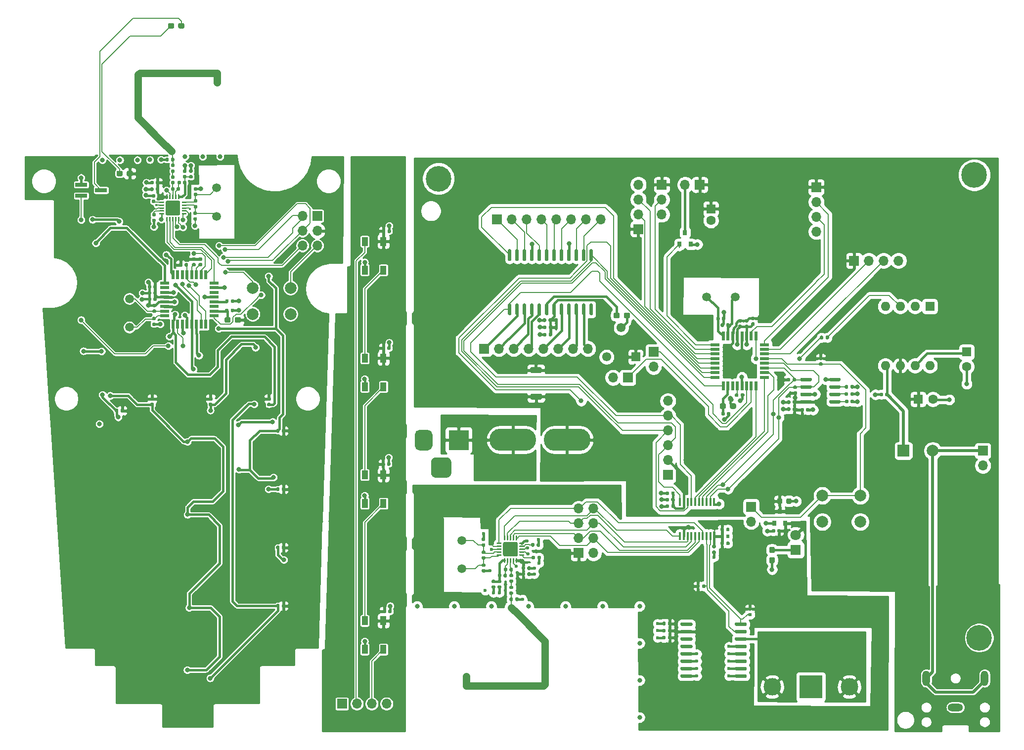
<source format=gbr>
G04 #@! TF.GenerationSoftware,KiCad,Pcbnew,(5.1.6)-1*
G04 #@! TF.CreationDate,2020-12-04T21:51:36-08:00*
G04 #@! TF.ProjectId,ReceiverCircuit,52656365-6976-4657-9243-697263756974,rev?*
G04 #@! TF.SameCoordinates,Original*
G04 #@! TF.FileFunction,Copper,L1,Top*
G04 #@! TF.FilePolarity,Positive*
%FSLAX46Y46*%
G04 Gerber Fmt 4.6, Leading zero omitted, Abs format (unit mm)*
G04 Created by KiCad (PCBNEW (5.1.6)-1) date 2020-12-04 21:51:36*
%MOMM*%
%LPD*%
G01*
G04 APERTURE LIST*
G04 #@! TA.AperFunction,ComponentPad*
%ADD10C,3.000000*%
G04 #@! TD*
G04 #@! TA.AperFunction,SMDPad,CuDef*
%ADD11R,4.000000X4.000000*%
G04 #@! TD*
G04 #@! TA.AperFunction,ComponentPad*
%ADD12C,1.550000*%
G04 #@! TD*
G04 #@! TA.AperFunction,ComponentPad*
%ADD13R,1.550000X1.550000*%
G04 #@! TD*
G04 #@! TA.AperFunction,ComponentPad*
%ADD14C,4.400000*%
G04 #@! TD*
G04 #@! TA.AperFunction,ComponentPad*
%ADD15O,1.700000X1.700000*%
G04 #@! TD*
G04 #@! TA.AperFunction,ComponentPad*
%ADD16R,1.700000X1.700000*%
G04 #@! TD*
G04 #@! TA.AperFunction,SMDPad,CuDef*
%ADD17R,0.550000X1.600000*%
G04 #@! TD*
G04 #@! TA.AperFunction,SMDPad,CuDef*
%ADD18R,1.600000X0.550000*%
G04 #@! TD*
G04 #@! TA.AperFunction,ComponentPad*
%ADD19O,1.600000X1.600000*%
G04 #@! TD*
G04 #@! TA.AperFunction,ComponentPad*
%ADD20R,1.600000X1.600000*%
G04 #@! TD*
G04 #@! TA.AperFunction,ComponentPad*
%ADD21O,2.616000X1.308000*%
G04 #@! TD*
G04 #@! TA.AperFunction,ComponentPad*
%ADD22O,1.308000X2.616000*%
G04 #@! TD*
G04 #@! TA.AperFunction,ComponentPad*
%ADD23C,2.000000*%
G04 #@! TD*
G04 #@! TA.AperFunction,ComponentPad*
%ADD24R,2.000000X2.000000*%
G04 #@! TD*
G04 #@! TA.AperFunction,ComponentPad*
%ADD25C,1.600000*%
G04 #@! TD*
G04 #@! TA.AperFunction,SMDPad,CuDef*
%ADD26R,0.800000X0.900000*%
G04 #@! TD*
G04 #@! TA.AperFunction,SMDPad,CuDef*
%ADD27R,0.450000X1.450000*%
G04 #@! TD*
G04 #@! TA.AperFunction,ComponentPad*
%ADD28O,8.000000X3.800000*%
G04 #@! TD*
G04 #@! TA.AperFunction,ComponentPad*
%ADD29R,3.500000X3.500000*%
G04 #@! TD*
G04 #@! TA.AperFunction,ComponentPad*
%ADD30C,1.500000*%
G04 #@! TD*
G04 #@! TA.AperFunction,ComponentPad*
%ADD31R,1.800000X1.800000*%
G04 #@! TD*
G04 #@! TA.AperFunction,ComponentPad*
%ADD32C,1.800000*%
G04 #@! TD*
G04 #@! TA.AperFunction,SMDPad,CuDef*
%ADD33R,1.000000X1.500000*%
G04 #@! TD*
G04 #@! TA.AperFunction,SMDPad,CuDef*
%ADD34R,2.000000X0.700000*%
G04 #@! TD*
G04 #@! TA.AperFunction,ViaPad*
%ADD35C,0.800000*%
G04 #@! TD*
G04 #@! TA.AperFunction,ViaPad*
%ADD36C,0.450000*%
G04 #@! TD*
G04 #@! TA.AperFunction,ViaPad*
%ADD37C,0.599999*%
G04 #@! TD*
G04 #@! TA.AperFunction,Conductor*
%ADD38C,0.152400*%
G04 #@! TD*
G04 #@! TA.AperFunction,Conductor*
%ADD39C,0.381000*%
G04 #@! TD*
G04 #@! TA.AperFunction,Conductor*
%ADD40C,0.254000*%
G04 #@! TD*
G04 #@! TA.AperFunction,Conductor*
%ADD41C,1.234440*%
G04 #@! TD*
G04 #@! TA.AperFunction,Conductor*
%ADD42C,0.508000*%
G04 #@! TD*
G04 APERTURE END LIST*
D10*
X164174360Y-143860520D03*
X177374360Y-143860520D03*
D11*
X170774360Y-143860520D03*
D12*
X135804900Y-87345520D03*
D13*
X140804900Y-87345520D03*
D12*
X138304900Y-82345520D03*
D14*
X199600820Y-135475980D03*
G04 #@! TA.AperFunction,SMDPad,CuDef*
G36*
G01*
X124501340Y-94647640D02*
X123001340Y-94647640D01*
G75*
G02*
X122751340Y-94397640I0J250000D01*
G01*
X122751340Y-93897640D01*
G75*
G02*
X123001340Y-93647640I250000J0D01*
G01*
X124501340Y-93647640D01*
G75*
G02*
X124751340Y-93897640I0J-250000D01*
G01*
X124751340Y-94397640D01*
G75*
G02*
X124501340Y-94647640I-250000J0D01*
G01*
G37*
G04 #@! TD.AperFunction*
G04 #@! TA.AperFunction,SMDPad,CuDef*
G36*
G01*
X124468320Y-90101040D02*
X122968320Y-90101040D01*
G75*
G02*
X122718320Y-89851040I0J250000D01*
G01*
X122718320Y-89351040D01*
G75*
G02*
X122968320Y-89101040I250000J0D01*
G01*
X124468320Y-89101040D01*
G75*
G02*
X124718320Y-89351040I0J-250000D01*
G01*
X124718320Y-89851040D01*
G75*
G02*
X124468320Y-90101040I-250000J0D01*
G01*
G37*
G04 #@! TD.AperFunction*
X107027980Y-56796940D03*
X198775320Y-56167020D03*
D15*
X136908540Y-90873580D03*
D16*
X139448540Y-90873580D03*
X160561020Y-113022380D03*
D15*
X160561020Y-115562380D03*
X146309080Y-94881700D03*
X146309080Y-97421700D03*
X146309080Y-99961700D03*
X146309080Y-102501700D03*
X146309080Y-105041700D03*
D16*
X146309080Y-107581700D03*
D17*
X161392520Y-83788940D03*
X160592520Y-83788940D03*
X159792520Y-83788940D03*
X158992520Y-83788940D03*
X158192520Y-83788940D03*
X157392520Y-83788940D03*
X156592520Y-83788940D03*
X155792520Y-83788940D03*
D18*
X154342520Y-85238940D03*
X154342520Y-86038940D03*
X154342520Y-86838940D03*
X154342520Y-87638940D03*
X154342520Y-88438940D03*
X154342520Y-89238940D03*
X154342520Y-90038940D03*
X154342520Y-90838940D03*
D17*
X155792520Y-92288940D03*
X156592520Y-92288940D03*
X157392520Y-92288940D03*
X158192520Y-92288940D03*
X158992520Y-92288940D03*
X159792520Y-92288940D03*
X160592520Y-92288940D03*
X161392520Y-92288940D03*
D18*
X162842520Y-90838940D03*
X162842520Y-90038940D03*
X162842520Y-89238940D03*
X162842520Y-88438940D03*
X162842520Y-87638940D03*
X162842520Y-86838940D03*
X162842520Y-86038940D03*
X162842520Y-85238940D03*
D15*
X133563360Y-113332260D03*
X131023360Y-113332260D03*
X133563360Y-115872260D03*
X131023360Y-115872260D03*
X133563360Y-118412260D03*
X131023360Y-118412260D03*
X133563360Y-120952260D03*
D16*
X131023360Y-120952260D03*
D19*
X191168020Y-88831420D03*
X183548020Y-78671420D03*
X188628020Y-88831420D03*
X186088020Y-78671420D03*
X186088020Y-88831420D03*
X188628020Y-78671420D03*
X183548020Y-88831420D03*
D20*
X191168020Y-78671420D03*
D21*
X195554600Y-147393660D03*
D22*
X200554600Y-142393660D03*
X190554600Y-142393660D03*
G04 #@! TA.AperFunction,SMDPad,CuDef*
G36*
G01*
X172933860Y-83853240D02*
X172933860Y-84198240D01*
G75*
G02*
X172786360Y-84345740I-147500J0D01*
G01*
X172491360Y-84345740D01*
G75*
G02*
X172343860Y-84198240I0J147500D01*
G01*
X172343860Y-83853240D01*
G75*
G02*
X172491360Y-83705740I147500J0D01*
G01*
X172786360Y-83705740D01*
G75*
G02*
X172933860Y-83853240I0J-147500D01*
G01*
G37*
G04 #@! TD.AperFunction*
G04 #@! TA.AperFunction,SMDPad,CuDef*
G36*
G01*
X173903860Y-83853240D02*
X173903860Y-84198240D01*
G75*
G02*
X173756360Y-84345740I-147500J0D01*
G01*
X173461360Y-84345740D01*
G75*
G02*
X173313860Y-84198240I0J147500D01*
G01*
X173313860Y-83853240D01*
G75*
G02*
X173461360Y-83705740I147500J0D01*
G01*
X173756360Y-83705740D01*
G75*
G02*
X173903860Y-83853240I0J-147500D01*
G01*
G37*
G04 #@! TD.AperFunction*
D15*
X200248520Y-105963720D03*
D16*
X200248520Y-103423720D03*
D23*
X191664600Y-103418640D03*
D24*
X186664600Y-103418640D03*
G04 #@! TA.AperFunction,SMDPad,CuDef*
G36*
G01*
X183147200Y-93594140D02*
X183147200Y-93939140D01*
G75*
G02*
X182999700Y-94086640I-147500J0D01*
G01*
X182704700Y-94086640D01*
G75*
G02*
X182557200Y-93939140I0J147500D01*
G01*
X182557200Y-93594140D01*
G75*
G02*
X182704700Y-93446640I147500J0D01*
G01*
X182999700Y-93446640D01*
G75*
G02*
X183147200Y-93594140I0J-147500D01*
G01*
G37*
G04 #@! TD.AperFunction*
G04 #@! TA.AperFunction,SMDPad,CuDef*
G36*
G01*
X184117200Y-93594140D02*
X184117200Y-93939140D01*
G75*
G02*
X183969700Y-94086640I-147500J0D01*
G01*
X183674700Y-94086640D01*
G75*
G02*
X183527200Y-93939140I0J147500D01*
G01*
X183527200Y-93594140D01*
G75*
G02*
X183674700Y-93446640I147500J0D01*
G01*
X183969700Y-93446640D01*
G75*
G02*
X184117200Y-93594140I0J-147500D01*
G01*
G37*
G04 #@! TD.AperFunction*
D25*
X197477380Y-88999700D03*
D20*
X197477380Y-86499700D03*
D25*
X191679200Y-94579440D03*
D20*
X189179200Y-94579440D03*
D15*
X134802880Y-63784480D03*
X132262880Y-63784480D03*
X129722880Y-63784480D03*
X127182880Y-63784480D03*
X124642880Y-63784480D03*
X122102880Y-63784480D03*
X119562880Y-63784480D03*
D16*
X117022880Y-63784480D03*
D15*
X132610860Y-85930740D03*
X130070860Y-85930740D03*
X127530860Y-85930740D03*
X124990860Y-85930740D03*
X122450860Y-85930740D03*
X119910860Y-85930740D03*
X117370860Y-85930740D03*
D16*
X114830860Y-85930740D03*
D23*
X179242860Y-111099600D03*
X179242860Y-115599600D03*
X172742860Y-111099600D03*
X172742860Y-115599600D03*
D15*
X141249400Y-57810400D03*
X141249400Y-60350400D03*
X141249400Y-62890400D03*
D16*
X141249400Y-65430400D03*
D15*
X171704000Y-65862200D03*
X171704000Y-63322200D03*
X171704000Y-60782200D03*
D16*
X171704000Y-58242200D03*
D25*
X153670000Y-63957200D03*
D20*
X153670000Y-61957200D03*
G04 #@! TA.AperFunction,SMDPad,CuDef*
G36*
G01*
X159626520Y-81815440D02*
X159971520Y-81815440D01*
G75*
G02*
X160119020Y-81962940I0J-147500D01*
G01*
X160119020Y-82257940D01*
G75*
G02*
X159971520Y-82405440I-147500J0D01*
G01*
X159626520Y-82405440D01*
G75*
G02*
X159479020Y-82257940I0J147500D01*
G01*
X159479020Y-81962940D01*
G75*
G02*
X159626520Y-81815440I147500J0D01*
G01*
G37*
G04 #@! TD.AperFunction*
G04 #@! TA.AperFunction,SMDPad,CuDef*
G36*
G01*
X159626520Y-80845440D02*
X159971520Y-80845440D01*
G75*
G02*
X160119020Y-80992940I0J-147500D01*
G01*
X160119020Y-81287940D01*
G75*
G02*
X159971520Y-81435440I-147500J0D01*
G01*
X159626520Y-81435440D01*
G75*
G02*
X159479020Y-81287940I0J147500D01*
G01*
X159479020Y-80992940D01*
G75*
G02*
X159626520Y-80845440I147500J0D01*
G01*
G37*
G04 #@! TD.AperFunction*
G04 #@! TA.AperFunction,SMDPad,CuDef*
G36*
G01*
X158774900Y-94050900D02*
X158774900Y-93705900D01*
G75*
G02*
X158922400Y-93558400I147500J0D01*
G01*
X159217400Y-93558400D01*
G75*
G02*
X159364900Y-93705900I0J-147500D01*
G01*
X159364900Y-94050900D01*
G75*
G02*
X159217400Y-94198400I-147500J0D01*
G01*
X158922400Y-94198400D01*
G75*
G02*
X158774900Y-94050900I0J147500D01*
G01*
G37*
G04 #@! TD.AperFunction*
G04 #@! TA.AperFunction,SMDPad,CuDef*
G36*
G01*
X157804900Y-94050900D02*
X157804900Y-93705900D01*
G75*
G02*
X157952400Y-93558400I147500J0D01*
G01*
X158247400Y-93558400D01*
G75*
G02*
X158394900Y-93705900I0J-147500D01*
G01*
X158394900Y-94050900D01*
G75*
G02*
X158247400Y-94198400I-147500J0D01*
G01*
X157952400Y-94198400D01*
G75*
G02*
X157804900Y-94050900I0J147500D01*
G01*
G37*
G04 #@! TD.AperFunction*
G04 #@! TA.AperFunction,SMDPad,CuDef*
G36*
G01*
X158516540Y-80835280D02*
X158861540Y-80835280D01*
G75*
G02*
X159009040Y-80982780I0J-147500D01*
G01*
X159009040Y-81277780D01*
G75*
G02*
X158861540Y-81425280I-147500J0D01*
G01*
X158516540Y-81425280D01*
G75*
G02*
X158369040Y-81277780I0J147500D01*
G01*
X158369040Y-80982780D01*
G75*
G02*
X158516540Y-80835280I147500J0D01*
G01*
G37*
G04 #@! TD.AperFunction*
G04 #@! TA.AperFunction,SMDPad,CuDef*
G36*
G01*
X158516540Y-81805280D02*
X158861540Y-81805280D01*
G75*
G02*
X159009040Y-81952780I0J-147500D01*
G01*
X159009040Y-82247780D01*
G75*
G02*
X158861540Y-82395280I-147500J0D01*
G01*
X158516540Y-82395280D01*
G75*
G02*
X158369040Y-82247780I0J147500D01*
G01*
X158369040Y-81952780D01*
G75*
G02*
X158516540Y-81805280I147500J0D01*
G01*
G37*
G04 #@! TD.AperFunction*
G04 #@! TA.AperFunction,SMDPad,CuDef*
G36*
G01*
X160693320Y-80444120D02*
X161038320Y-80444120D01*
G75*
G02*
X161185820Y-80591620I0J-147500D01*
G01*
X161185820Y-80886620D01*
G75*
G02*
X161038320Y-81034120I-147500J0D01*
G01*
X160693320Y-81034120D01*
G75*
G02*
X160545820Y-80886620I0J147500D01*
G01*
X160545820Y-80591620D01*
G75*
G02*
X160693320Y-80444120I147500J0D01*
G01*
G37*
G04 #@! TD.AperFunction*
G04 #@! TA.AperFunction,SMDPad,CuDef*
G36*
G01*
X160693320Y-81414120D02*
X161038320Y-81414120D01*
G75*
G02*
X161185820Y-81561620I0J-147500D01*
G01*
X161185820Y-81856620D01*
G75*
G02*
X161038320Y-82004120I-147500J0D01*
G01*
X160693320Y-82004120D01*
G75*
G02*
X160545820Y-81856620I0J147500D01*
G01*
X160545820Y-81561620D01*
G75*
G02*
X160693320Y-81414120I147500J0D01*
G01*
G37*
G04 #@! TD.AperFunction*
G04 #@! TA.AperFunction,SMDPad,CuDef*
G36*
G01*
X126482060Y-83350320D02*
X126482060Y-83695320D01*
G75*
G02*
X126334560Y-83842820I-147500J0D01*
G01*
X126039560Y-83842820D01*
G75*
G02*
X125892060Y-83695320I0J147500D01*
G01*
X125892060Y-83350320D01*
G75*
G02*
X126039560Y-83202820I147500J0D01*
G01*
X126334560Y-83202820D01*
G75*
G02*
X126482060Y-83350320I0J-147500D01*
G01*
G37*
G04 #@! TD.AperFunction*
G04 #@! TA.AperFunction,SMDPad,CuDef*
G36*
G01*
X125512060Y-83350320D02*
X125512060Y-83695320D01*
G75*
G02*
X125364560Y-83842820I-147500J0D01*
G01*
X125069560Y-83842820D01*
G75*
G02*
X124922060Y-83695320I0J147500D01*
G01*
X124922060Y-83350320D01*
G75*
G02*
X125069560Y-83202820I147500J0D01*
G01*
X125364560Y-83202820D01*
G75*
G02*
X125512060Y-83350320I0J-147500D01*
G01*
G37*
G04 #@! TD.AperFunction*
G04 #@! TA.AperFunction,SMDPad,CuDef*
G36*
G01*
X125512060Y-82093020D02*
X125512060Y-82438020D01*
G75*
G02*
X125364560Y-82585520I-147500J0D01*
G01*
X125069560Y-82585520D01*
G75*
G02*
X124922060Y-82438020I0J147500D01*
G01*
X124922060Y-82093020D01*
G75*
G02*
X125069560Y-81945520I147500J0D01*
G01*
X125364560Y-81945520D01*
G75*
G02*
X125512060Y-82093020I0J-147500D01*
G01*
G37*
G04 #@! TD.AperFunction*
G04 #@! TA.AperFunction,SMDPad,CuDef*
G36*
G01*
X126482060Y-82093020D02*
X126482060Y-82438020D01*
G75*
G02*
X126334560Y-82585520I-147500J0D01*
G01*
X126039560Y-82585520D01*
G75*
G02*
X125892060Y-82438020I0J147500D01*
G01*
X125892060Y-82093020D01*
G75*
G02*
X126039560Y-81945520I147500J0D01*
G01*
X126334560Y-81945520D01*
G75*
G02*
X126482060Y-82093020I0J-147500D01*
G01*
G37*
G04 #@! TD.AperFunction*
G04 #@! TA.AperFunction,SMDPad,CuDef*
G36*
G01*
X126443960Y-80861120D02*
X126443960Y-81206120D01*
G75*
G02*
X126296460Y-81353620I-147500J0D01*
G01*
X126001460Y-81353620D01*
G75*
G02*
X125853960Y-81206120I0J147500D01*
G01*
X125853960Y-80861120D01*
G75*
G02*
X126001460Y-80713620I147500J0D01*
G01*
X126296460Y-80713620D01*
G75*
G02*
X126443960Y-80861120I0J-147500D01*
G01*
G37*
G04 #@! TD.AperFunction*
G04 #@! TA.AperFunction,SMDPad,CuDef*
G36*
G01*
X125473960Y-80861120D02*
X125473960Y-81206120D01*
G75*
G02*
X125326460Y-81353620I-147500J0D01*
G01*
X125031460Y-81353620D01*
G75*
G02*
X124883960Y-81206120I0J147500D01*
G01*
X124883960Y-80861120D01*
G75*
G02*
X125031460Y-80713620I147500J0D01*
G01*
X125326460Y-80713620D01*
G75*
G02*
X125473960Y-80861120I0J-147500D01*
G01*
G37*
G04 #@! TD.AperFunction*
G04 #@! TA.AperFunction,SMDPad,CuDef*
G36*
G01*
X121264600Y-124708700D02*
X121264600Y-124363700D01*
G75*
G02*
X121412100Y-124216200I147500J0D01*
G01*
X121707100Y-124216200D01*
G75*
G02*
X121854600Y-124363700I0J-147500D01*
G01*
X121854600Y-124708700D01*
G75*
G02*
X121707100Y-124856200I-147500J0D01*
G01*
X121412100Y-124856200D01*
G75*
G02*
X121264600Y-124708700I0J147500D01*
G01*
G37*
G04 #@! TD.AperFunction*
G04 #@! TA.AperFunction,SMDPad,CuDef*
G36*
G01*
X122234600Y-124708700D02*
X122234600Y-124363700D01*
G75*
G02*
X122382100Y-124216200I147500J0D01*
G01*
X122677100Y-124216200D01*
G75*
G02*
X122824600Y-124363700I0J-147500D01*
G01*
X122824600Y-124708700D01*
G75*
G02*
X122677100Y-124856200I-147500J0D01*
G01*
X122382100Y-124856200D01*
G75*
G02*
X122234600Y-124708700I0J147500D01*
G01*
G37*
G04 #@! TD.AperFunction*
G04 #@! TA.AperFunction,SMDPad,CuDef*
G36*
G01*
X122234600Y-123692700D02*
X122234600Y-123347700D01*
G75*
G02*
X122382100Y-123200200I147500J0D01*
G01*
X122677100Y-123200200D01*
G75*
G02*
X122824600Y-123347700I0J-147500D01*
G01*
X122824600Y-123692700D01*
G75*
G02*
X122677100Y-123840200I-147500J0D01*
G01*
X122382100Y-123840200D01*
G75*
G02*
X122234600Y-123692700I0J147500D01*
G01*
G37*
G04 #@! TD.AperFunction*
G04 #@! TA.AperFunction,SMDPad,CuDef*
G36*
G01*
X121264600Y-123692700D02*
X121264600Y-123347700D01*
G75*
G02*
X121412100Y-123200200I147500J0D01*
G01*
X121707100Y-123200200D01*
G75*
G02*
X121854600Y-123347700I0J-147500D01*
G01*
X121854600Y-123692700D01*
G75*
G02*
X121707100Y-123840200I-147500J0D01*
G01*
X121412100Y-123840200D01*
G75*
G02*
X121264600Y-123692700I0J147500D01*
G01*
G37*
G04 #@! TD.AperFunction*
G04 #@! TA.AperFunction,SMDPad,CuDef*
G36*
G01*
X169961060Y-96583280D02*
X169961060Y-96238280D01*
G75*
G02*
X170108560Y-96090780I147500J0D01*
G01*
X170403560Y-96090780D01*
G75*
G02*
X170551060Y-96238280I0J-147500D01*
G01*
X170551060Y-96583280D01*
G75*
G02*
X170403560Y-96730780I-147500J0D01*
G01*
X170108560Y-96730780D01*
G75*
G02*
X169961060Y-96583280I0J147500D01*
G01*
G37*
G04 #@! TD.AperFunction*
G04 #@! TA.AperFunction,SMDPad,CuDef*
G36*
G01*
X168991060Y-96583280D02*
X168991060Y-96238280D01*
G75*
G02*
X169138560Y-96090780I147500J0D01*
G01*
X169433560Y-96090780D01*
G75*
G02*
X169581060Y-96238280I0J-147500D01*
G01*
X169581060Y-96583280D01*
G75*
G02*
X169433560Y-96730780I-147500J0D01*
G01*
X169138560Y-96730780D01*
G75*
G02*
X168991060Y-96583280I0J147500D01*
G01*
G37*
G04 #@! TD.AperFunction*
G04 #@! TA.AperFunction,SMDPad,CuDef*
G36*
G01*
X168265060Y-94904780D02*
X168265060Y-95249780D01*
G75*
G02*
X168117560Y-95397280I-147500J0D01*
G01*
X167822560Y-95397280D01*
G75*
G02*
X167675060Y-95249780I0J147500D01*
G01*
X167675060Y-94904780D01*
G75*
G02*
X167822560Y-94757280I147500J0D01*
G01*
X168117560Y-94757280D01*
G75*
G02*
X168265060Y-94904780I0J-147500D01*
G01*
G37*
G04 #@! TD.AperFunction*
G04 #@! TA.AperFunction,SMDPad,CuDef*
G36*
G01*
X167295060Y-94904780D02*
X167295060Y-95249780D01*
G75*
G02*
X167147560Y-95397280I-147500J0D01*
G01*
X166852560Y-95397280D01*
G75*
G02*
X166705060Y-95249780I0J147500D01*
G01*
X166705060Y-94904780D01*
G75*
G02*
X166852560Y-94757280I147500J0D01*
G01*
X167147560Y-94757280D01*
G75*
G02*
X167295060Y-94904780I0J-147500D01*
G01*
G37*
G04 #@! TD.AperFunction*
G04 #@! TA.AperFunction,SMDPad,CuDef*
G36*
G01*
X167295060Y-96111280D02*
X167295060Y-96456280D01*
G75*
G02*
X167147560Y-96603780I-147500J0D01*
G01*
X166852560Y-96603780D01*
G75*
G02*
X166705060Y-96456280I0J147500D01*
G01*
X166705060Y-96111280D01*
G75*
G02*
X166852560Y-95963780I147500J0D01*
G01*
X167147560Y-95963780D01*
G75*
G02*
X167295060Y-96111280I0J-147500D01*
G01*
G37*
G04 #@! TD.AperFunction*
G04 #@! TA.AperFunction,SMDPad,CuDef*
G36*
G01*
X168265060Y-96111280D02*
X168265060Y-96456280D01*
G75*
G02*
X168117560Y-96603780I-147500J0D01*
G01*
X167822560Y-96603780D01*
G75*
G02*
X167675060Y-96456280I0J147500D01*
G01*
X167675060Y-96111280D01*
G75*
G02*
X167822560Y-95963780I147500J0D01*
G01*
X168117560Y-95963780D01*
G75*
G02*
X168265060Y-96111280I0J-147500D01*
G01*
G37*
G04 #@! TD.AperFunction*
G04 #@! TA.AperFunction,SMDPad,CuDef*
G36*
G01*
X145931120Y-135280620D02*
X145931120Y-135625620D01*
G75*
G02*
X145783620Y-135773120I-147500J0D01*
G01*
X145488620Y-135773120D01*
G75*
G02*
X145341120Y-135625620I0J147500D01*
G01*
X145341120Y-135280620D01*
G75*
G02*
X145488620Y-135133120I147500J0D01*
G01*
X145783620Y-135133120D01*
G75*
G02*
X145931120Y-135280620I0J-147500D01*
G01*
G37*
G04 #@! TD.AperFunction*
G04 #@! TA.AperFunction,SMDPad,CuDef*
G36*
G01*
X146901120Y-135280620D02*
X146901120Y-135625620D01*
G75*
G02*
X146753620Y-135773120I-147500J0D01*
G01*
X146458620Y-135773120D01*
G75*
G02*
X146311120Y-135625620I0J147500D01*
G01*
X146311120Y-135280620D01*
G75*
G02*
X146458620Y-135133120I147500J0D01*
G01*
X146753620Y-135133120D01*
G75*
G02*
X146901120Y-135280620I0J-147500D01*
G01*
G37*
G04 #@! TD.AperFunction*
G04 #@! TA.AperFunction,SMDPad,CuDef*
G36*
G01*
X146901120Y-134074120D02*
X146901120Y-134419120D01*
G75*
G02*
X146753620Y-134566620I-147500J0D01*
G01*
X146458620Y-134566620D01*
G75*
G02*
X146311120Y-134419120I0J147500D01*
G01*
X146311120Y-134074120D01*
G75*
G02*
X146458620Y-133926620I147500J0D01*
G01*
X146753620Y-133926620D01*
G75*
G02*
X146901120Y-134074120I0J-147500D01*
G01*
G37*
G04 #@! TD.AperFunction*
G04 #@! TA.AperFunction,SMDPad,CuDef*
G36*
G01*
X145931120Y-134074120D02*
X145931120Y-134419120D01*
G75*
G02*
X145783620Y-134566620I-147500J0D01*
G01*
X145488620Y-134566620D01*
G75*
G02*
X145341120Y-134419120I0J147500D01*
G01*
X145341120Y-134074120D01*
G75*
G02*
X145488620Y-133926620I147500J0D01*
G01*
X145783620Y-133926620D01*
G75*
G02*
X145931120Y-134074120I0J-147500D01*
G01*
G37*
G04 #@! TD.AperFunction*
G04 #@! TA.AperFunction,SMDPad,CuDef*
G36*
G01*
X145931120Y-132867620D02*
X145931120Y-133212620D01*
G75*
G02*
X145783620Y-133360120I-147500J0D01*
G01*
X145488620Y-133360120D01*
G75*
G02*
X145341120Y-133212620I0J147500D01*
G01*
X145341120Y-132867620D01*
G75*
G02*
X145488620Y-132720120I147500J0D01*
G01*
X145783620Y-132720120D01*
G75*
G02*
X145931120Y-132867620I0J-147500D01*
G01*
G37*
G04 #@! TD.AperFunction*
G04 #@! TA.AperFunction,SMDPad,CuDef*
G36*
G01*
X146901120Y-132867620D02*
X146901120Y-133212620D01*
G75*
G02*
X146753620Y-133360120I-147500J0D01*
G01*
X146458620Y-133360120D01*
G75*
G02*
X146311120Y-133212620I0J147500D01*
G01*
X146311120Y-132867620D01*
G75*
G02*
X146458620Y-132720120I147500J0D01*
G01*
X146753620Y-132720120D01*
G75*
G02*
X146901120Y-132867620I0J-147500D01*
G01*
G37*
G04 #@! TD.AperFunction*
G04 #@! TA.AperFunction,SMDPad,CuDef*
G36*
G01*
X156283160Y-118252020D02*
X156283160Y-117907020D01*
G75*
G02*
X156430660Y-117759520I147500J0D01*
G01*
X156725660Y-117759520D01*
G75*
G02*
X156873160Y-117907020I0J-147500D01*
G01*
X156873160Y-118252020D01*
G75*
G02*
X156725660Y-118399520I-147500J0D01*
G01*
X156430660Y-118399520D01*
G75*
G02*
X156283160Y-118252020I0J147500D01*
G01*
G37*
G04 #@! TD.AperFunction*
G04 #@! TA.AperFunction,SMDPad,CuDef*
G36*
G01*
X155313160Y-118252020D02*
X155313160Y-117907020D01*
G75*
G02*
X155460660Y-117759520I147500J0D01*
G01*
X155755660Y-117759520D01*
G75*
G02*
X155903160Y-117907020I0J-147500D01*
G01*
X155903160Y-118252020D01*
G75*
G02*
X155755660Y-118399520I-147500J0D01*
G01*
X155460660Y-118399520D01*
G75*
G02*
X155313160Y-118252020I0J147500D01*
G01*
G37*
G04 #@! TD.AperFunction*
G04 #@! TA.AperFunction,SMDPad,CuDef*
G36*
G01*
X155313160Y-117083620D02*
X155313160Y-116738620D01*
G75*
G02*
X155460660Y-116591120I147500J0D01*
G01*
X155755660Y-116591120D01*
G75*
G02*
X155903160Y-116738620I0J-147500D01*
G01*
X155903160Y-117083620D01*
G75*
G02*
X155755660Y-117231120I-147500J0D01*
G01*
X155460660Y-117231120D01*
G75*
G02*
X155313160Y-117083620I0J147500D01*
G01*
G37*
G04 #@! TD.AperFunction*
G04 #@! TA.AperFunction,SMDPad,CuDef*
G36*
G01*
X156283160Y-117083620D02*
X156283160Y-116738620D01*
G75*
G02*
X156430660Y-116591120I147500J0D01*
G01*
X156725660Y-116591120D01*
G75*
G02*
X156873160Y-116738620I0J-147500D01*
G01*
X156873160Y-117083620D01*
G75*
G02*
X156725660Y-117231120I-147500J0D01*
G01*
X156430660Y-117231120D01*
G75*
G02*
X156283160Y-117083620I0J147500D01*
G01*
G37*
G04 #@! TD.AperFunction*
G04 #@! TA.AperFunction,SMDPad,CuDef*
G36*
G01*
X154046140Y-120514880D02*
X154391140Y-120514880D01*
G75*
G02*
X154538640Y-120662380I0J-147500D01*
G01*
X154538640Y-120957380D01*
G75*
G02*
X154391140Y-121104880I-147500J0D01*
G01*
X154046140Y-121104880D01*
G75*
G02*
X153898640Y-120957380I0J147500D01*
G01*
X153898640Y-120662380D01*
G75*
G02*
X154046140Y-120514880I147500J0D01*
G01*
G37*
G04 #@! TD.AperFunction*
G04 #@! TA.AperFunction,SMDPad,CuDef*
G36*
G01*
X154046140Y-119544880D02*
X154391140Y-119544880D01*
G75*
G02*
X154538640Y-119692380I0J-147500D01*
G01*
X154538640Y-119987380D01*
G75*
G02*
X154391140Y-120134880I-147500J0D01*
G01*
X154046140Y-120134880D01*
G75*
G02*
X153898640Y-119987380I0J147500D01*
G01*
X153898640Y-119692380D01*
G75*
G02*
X154046140Y-119544880I147500J0D01*
G01*
G37*
G04 #@! TD.AperFunction*
G04 #@! TA.AperFunction,SMDPad,CuDef*
G36*
G01*
X147472620Y-111638300D02*
X147472620Y-111983300D01*
G75*
G02*
X147325120Y-112130800I-147500J0D01*
G01*
X147030120Y-112130800D01*
G75*
G02*
X146882620Y-111983300I0J147500D01*
G01*
X146882620Y-111638300D01*
G75*
G02*
X147030120Y-111490800I147500J0D01*
G01*
X147325120Y-111490800D01*
G75*
G02*
X147472620Y-111638300I0J-147500D01*
G01*
G37*
G04 #@! TD.AperFunction*
G04 #@! TA.AperFunction,SMDPad,CuDef*
G36*
G01*
X146502620Y-111638300D02*
X146502620Y-111983300D01*
G75*
G02*
X146355120Y-112130800I-147500J0D01*
G01*
X146060120Y-112130800D01*
G75*
G02*
X145912620Y-111983300I0J147500D01*
G01*
X145912620Y-111638300D01*
G75*
G02*
X146060120Y-111490800I147500J0D01*
G01*
X146355120Y-111490800D01*
G75*
G02*
X146502620Y-111638300I0J-147500D01*
G01*
G37*
G04 #@! TD.AperFunction*
G04 #@! TA.AperFunction,SMDPad,CuDef*
G36*
G01*
X146505160Y-112727960D02*
X146505160Y-113072960D01*
G75*
G02*
X146357660Y-113220460I-147500J0D01*
G01*
X146062660Y-113220460D01*
G75*
G02*
X145915160Y-113072960I0J147500D01*
G01*
X145915160Y-112727960D01*
G75*
G02*
X146062660Y-112580460I147500J0D01*
G01*
X146357660Y-112580460D01*
G75*
G02*
X146505160Y-112727960I0J-147500D01*
G01*
G37*
G04 #@! TD.AperFunction*
G04 #@! TA.AperFunction,SMDPad,CuDef*
G36*
G01*
X147475160Y-112727960D02*
X147475160Y-113072960D01*
G75*
G02*
X147327660Y-113220460I-147500J0D01*
G01*
X147032660Y-113220460D01*
G75*
G02*
X146885160Y-113072960I0J147500D01*
G01*
X146885160Y-112727960D01*
G75*
G02*
X147032660Y-112580460I147500J0D01*
G01*
X147327660Y-112580460D01*
G75*
G02*
X147475160Y-112727960I0J-147500D01*
G01*
G37*
G04 #@! TD.AperFunction*
G04 #@! TA.AperFunction,SMDPad,CuDef*
G36*
G01*
X147475160Y-110538480D02*
X147475160Y-110883480D01*
G75*
G02*
X147327660Y-111030980I-147500J0D01*
G01*
X147032660Y-111030980D01*
G75*
G02*
X146885160Y-110883480I0J147500D01*
G01*
X146885160Y-110538480D01*
G75*
G02*
X147032660Y-110390980I147500J0D01*
G01*
X147327660Y-110390980D01*
G75*
G02*
X147475160Y-110538480I0J-147500D01*
G01*
G37*
G04 #@! TD.AperFunction*
G04 #@! TA.AperFunction,SMDPad,CuDef*
G36*
G01*
X146505160Y-110538480D02*
X146505160Y-110883480D01*
G75*
G02*
X146357660Y-111030980I-147500J0D01*
G01*
X146062660Y-111030980D01*
G75*
G02*
X145915160Y-110883480I0J147500D01*
G01*
X145915160Y-110538480D01*
G75*
G02*
X146062660Y-110390980I147500J0D01*
G01*
X146357660Y-110390980D01*
G75*
G02*
X146505160Y-110538480I0J-147500D01*
G01*
G37*
G04 #@! TD.AperFunction*
D26*
X148300400Y-68030600D03*
X150200400Y-68030600D03*
X149250400Y-66030600D03*
G04 #@! TA.AperFunction,SMDPad,CuDef*
G36*
G01*
X118344440Y-119034240D02*
X120344440Y-119034240D01*
G75*
G02*
X120594440Y-119284240I0J-250000D01*
G01*
X120594440Y-121284240D01*
G75*
G02*
X120344440Y-121534240I-250000J0D01*
G01*
X118344440Y-121534240D01*
G75*
G02*
X118094440Y-121284240I0J250000D01*
G01*
X118094440Y-119284240D01*
G75*
G02*
X118344440Y-119034240I250000J0D01*
G01*
G37*
G04 #@! TD.AperFunction*
G04 #@! TA.AperFunction,SMDPad,CuDef*
G36*
G01*
X120281940Y-117934240D02*
X120406940Y-117934240D01*
G75*
G02*
X120469440Y-117996740I0J-62500D01*
G01*
X120469440Y-118696740D01*
G75*
G02*
X120406940Y-118759240I-62500J0D01*
G01*
X120281940Y-118759240D01*
G75*
G02*
X120219440Y-118696740I0J62500D01*
G01*
X120219440Y-117996740D01*
G75*
G02*
X120281940Y-117934240I62500J0D01*
G01*
G37*
G04 #@! TD.AperFunction*
G04 #@! TA.AperFunction,SMDPad,CuDef*
G36*
G01*
X119781940Y-117934240D02*
X119906940Y-117934240D01*
G75*
G02*
X119969440Y-117996740I0J-62500D01*
G01*
X119969440Y-118696740D01*
G75*
G02*
X119906940Y-118759240I-62500J0D01*
G01*
X119781940Y-118759240D01*
G75*
G02*
X119719440Y-118696740I0J62500D01*
G01*
X119719440Y-117996740D01*
G75*
G02*
X119781940Y-117934240I62500J0D01*
G01*
G37*
G04 #@! TD.AperFunction*
G04 #@! TA.AperFunction,SMDPad,CuDef*
G36*
G01*
X119281940Y-117934240D02*
X119406940Y-117934240D01*
G75*
G02*
X119469440Y-117996740I0J-62500D01*
G01*
X119469440Y-118696740D01*
G75*
G02*
X119406940Y-118759240I-62500J0D01*
G01*
X119281940Y-118759240D01*
G75*
G02*
X119219440Y-118696740I0J62500D01*
G01*
X119219440Y-117996740D01*
G75*
G02*
X119281940Y-117934240I62500J0D01*
G01*
G37*
G04 #@! TD.AperFunction*
G04 #@! TA.AperFunction,SMDPad,CuDef*
G36*
G01*
X118781940Y-117934240D02*
X118906940Y-117934240D01*
G75*
G02*
X118969440Y-117996740I0J-62500D01*
G01*
X118969440Y-118696740D01*
G75*
G02*
X118906940Y-118759240I-62500J0D01*
G01*
X118781940Y-118759240D01*
G75*
G02*
X118719440Y-118696740I0J62500D01*
G01*
X118719440Y-117996740D01*
G75*
G02*
X118781940Y-117934240I62500J0D01*
G01*
G37*
G04 #@! TD.AperFunction*
G04 #@! TA.AperFunction,SMDPad,CuDef*
G36*
G01*
X118281940Y-117934240D02*
X118406940Y-117934240D01*
G75*
G02*
X118469440Y-117996740I0J-62500D01*
G01*
X118469440Y-118696740D01*
G75*
G02*
X118406940Y-118759240I-62500J0D01*
G01*
X118281940Y-118759240D01*
G75*
G02*
X118219440Y-118696740I0J62500D01*
G01*
X118219440Y-117996740D01*
G75*
G02*
X118281940Y-117934240I62500J0D01*
G01*
G37*
G04 #@! TD.AperFunction*
G04 #@! TA.AperFunction,SMDPad,CuDef*
G36*
G01*
X117056940Y-119159240D02*
X117756940Y-119159240D01*
G75*
G02*
X117819440Y-119221740I0J-62500D01*
G01*
X117819440Y-119346740D01*
G75*
G02*
X117756940Y-119409240I-62500J0D01*
G01*
X117056940Y-119409240D01*
G75*
G02*
X116994440Y-119346740I0J62500D01*
G01*
X116994440Y-119221740D01*
G75*
G02*
X117056940Y-119159240I62500J0D01*
G01*
G37*
G04 #@! TD.AperFunction*
G04 #@! TA.AperFunction,SMDPad,CuDef*
G36*
G01*
X117056940Y-119659240D02*
X117756940Y-119659240D01*
G75*
G02*
X117819440Y-119721740I0J-62500D01*
G01*
X117819440Y-119846740D01*
G75*
G02*
X117756940Y-119909240I-62500J0D01*
G01*
X117056940Y-119909240D01*
G75*
G02*
X116994440Y-119846740I0J62500D01*
G01*
X116994440Y-119721740D01*
G75*
G02*
X117056940Y-119659240I62500J0D01*
G01*
G37*
G04 #@! TD.AperFunction*
G04 #@! TA.AperFunction,SMDPad,CuDef*
G36*
G01*
X117056940Y-120159240D02*
X117756940Y-120159240D01*
G75*
G02*
X117819440Y-120221740I0J-62500D01*
G01*
X117819440Y-120346740D01*
G75*
G02*
X117756940Y-120409240I-62500J0D01*
G01*
X117056940Y-120409240D01*
G75*
G02*
X116994440Y-120346740I0J62500D01*
G01*
X116994440Y-120221740D01*
G75*
G02*
X117056940Y-120159240I62500J0D01*
G01*
G37*
G04 #@! TD.AperFunction*
G04 #@! TA.AperFunction,SMDPad,CuDef*
G36*
G01*
X117056940Y-120659240D02*
X117756940Y-120659240D01*
G75*
G02*
X117819440Y-120721740I0J-62500D01*
G01*
X117819440Y-120846740D01*
G75*
G02*
X117756940Y-120909240I-62500J0D01*
G01*
X117056940Y-120909240D01*
G75*
G02*
X116994440Y-120846740I0J62500D01*
G01*
X116994440Y-120721740D01*
G75*
G02*
X117056940Y-120659240I62500J0D01*
G01*
G37*
G04 #@! TD.AperFunction*
G04 #@! TA.AperFunction,SMDPad,CuDef*
G36*
G01*
X117056940Y-121159240D02*
X117756940Y-121159240D01*
G75*
G02*
X117819440Y-121221740I0J-62500D01*
G01*
X117819440Y-121346740D01*
G75*
G02*
X117756940Y-121409240I-62500J0D01*
G01*
X117056940Y-121409240D01*
G75*
G02*
X116994440Y-121346740I0J62500D01*
G01*
X116994440Y-121221740D01*
G75*
G02*
X117056940Y-121159240I62500J0D01*
G01*
G37*
G04 #@! TD.AperFunction*
G04 #@! TA.AperFunction,SMDPad,CuDef*
G36*
G01*
X118281940Y-121809240D02*
X118406940Y-121809240D01*
G75*
G02*
X118469440Y-121871740I0J-62500D01*
G01*
X118469440Y-122571740D01*
G75*
G02*
X118406940Y-122634240I-62500J0D01*
G01*
X118281940Y-122634240D01*
G75*
G02*
X118219440Y-122571740I0J62500D01*
G01*
X118219440Y-121871740D01*
G75*
G02*
X118281940Y-121809240I62500J0D01*
G01*
G37*
G04 #@! TD.AperFunction*
G04 #@! TA.AperFunction,SMDPad,CuDef*
G36*
G01*
X118781940Y-121809240D02*
X118906940Y-121809240D01*
G75*
G02*
X118969440Y-121871740I0J-62500D01*
G01*
X118969440Y-122571740D01*
G75*
G02*
X118906940Y-122634240I-62500J0D01*
G01*
X118781940Y-122634240D01*
G75*
G02*
X118719440Y-122571740I0J62500D01*
G01*
X118719440Y-121871740D01*
G75*
G02*
X118781940Y-121809240I62500J0D01*
G01*
G37*
G04 #@! TD.AperFunction*
G04 #@! TA.AperFunction,SMDPad,CuDef*
G36*
G01*
X119281940Y-121809240D02*
X119406940Y-121809240D01*
G75*
G02*
X119469440Y-121871740I0J-62500D01*
G01*
X119469440Y-122571740D01*
G75*
G02*
X119406940Y-122634240I-62500J0D01*
G01*
X119281940Y-122634240D01*
G75*
G02*
X119219440Y-122571740I0J62500D01*
G01*
X119219440Y-121871740D01*
G75*
G02*
X119281940Y-121809240I62500J0D01*
G01*
G37*
G04 #@! TD.AperFunction*
G04 #@! TA.AperFunction,SMDPad,CuDef*
G36*
G01*
X119781940Y-121809240D02*
X119906940Y-121809240D01*
G75*
G02*
X119969440Y-121871740I0J-62500D01*
G01*
X119969440Y-122571740D01*
G75*
G02*
X119906940Y-122634240I-62500J0D01*
G01*
X119781940Y-122634240D01*
G75*
G02*
X119719440Y-122571740I0J62500D01*
G01*
X119719440Y-121871740D01*
G75*
G02*
X119781940Y-121809240I62500J0D01*
G01*
G37*
G04 #@! TD.AperFunction*
G04 #@! TA.AperFunction,SMDPad,CuDef*
G36*
G01*
X120281940Y-121809240D02*
X120406940Y-121809240D01*
G75*
G02*
X120469440Y-121871740I0J-62500D01*
G01*
X120469440Y-122571740D01*
G75*
G02*
X120406940Y-122634240I-62500J0D01*
G01*
X120281940Y-122634240D01*
G75*
G02*
X120219440Y-122571740I0J62500D01*
G01*
X120219440Y-121871740D01*
G75*
G02*
X120281940Y-121809240I62500J0D01*
G01*
G37*
G04 #@! TD.AperFunction*
G04 #@! TA.AperFunction,SMDPad,CuDef*
G36*
G01*
X120931940Y-121159240D02*
X121631940Y-121159240D01*
G75*
G02*
X121694440Y-121221740I0J-62500D01*
G01*
X121694440Y-121346740D01*
G75*
G02*
X121631940Y-121409240I-62500J0D01*
G01*
X120931940Y-121409240D01*
G75*
G02*
X120869440Y-121346740I0J62500D01*
G01*
X120869440Y-121221740D01*
G75*
G02*
X120931940Y-121159240I62500J0D01*
G01*
G37*
G04 #@! TD.AperFunction*
G04 #@! TA.AperFunction,SMDPad,CuDef*
G36*
G01*
X120931940Y-120659240D02*
X121631940Y-120659240D01*
G75*
G02*
X121694440Y-120721740I0J-62500D01*
G01*
X121694440Y-120846740D01*
G75*
G02*
X121631940Y-120909240I-62500J0D01*
G01*
X120931940Y-120909240D01*
G75*
G02*
X120869440Y-120846740I0J62500D01*
G01*
X120869440Y-120721740D01*
G75*
G02*
X120931940Y-120659240I62500J0D01*
G01*
G37*
G04 #@! TD.AperFunction*
G04 #@! TA.AperFunction,SMDPad,CuDef*
G36*
G01*
X120931940Y-120159240D02*
X121631940Y-120159240D01*
G75*
G02*
X121694440Y-120221740I0J-62500D01*
G01*
X121694440Y-120346740D01*
G75*
G02*
X121631940Y-120409240I-62500J0D01*
G01*
X120931940Y-120409240D01*
G75*
G02*
X120869440Y-120346740I0J62500D01*
G01*
X120869440Y-120221740D01*
G75*
G02*
X120931940Y-120159240I62500J0D01*
G01*
G37*
G04 #@! TD.AperFunction*
G04 #@! TA.AperFunction,SMDPad,CuDef*
G36*
G01*
X120931940Y-119659240D02*
X121631940Y-119659240D01*
G75*
G02*
X121694440Y-119721740I0J-62500D01*
G01*
X121694440Y-119846740D01*
G75*
G02*
X121631940Y-119909240I-62500J0D01*
G01*
X120931940Y-119909240D01*
G75*
G02*
X120869440Y-119846740I0J62500D01*
G01*
X120869440Y-119721740D01*
G75*
G02*
X120931940Y-119659240I62500J0D01*
G01*
G37*
G04 #@! TD.AperFunction*
G04 #@! TA.AperFunction,SMDPad,CuDef*
G36*
G01*
X120931940Y-119159240D02*
X121631940Y-119159240D01*
G75*
G02*
X121694440Y-119221740I0J-62500D01*
G01*
X121694440Y-119346740D01*
G75*
G02*
X121631940Y-119409240I-62500J0D01*
G01*
X120931940Y-119409240D01*
G75*
G02*
X120869440Y-119346740I0J62500D01*
G01*
X120869440Y-119221740D01*
G75*
G02*
X120931940Y-119159240I62500J0D01*
G01*
G37*
G04 #@! TD.AperFunction*
G04 #@! TA.AperFunction,SMDPad,CuDef*
G36*
G01*
X148477600Y-133291720D02*
X148477600Y-132991720D01*
G75*
G02*
X148627600Y-132841720I150000J0D01*
G01*
X150377600Y-132841720D01*
G75*
G02*
X150527600Y-132991720I0J-150000D01*
G01*
X150527600Y-133291720D01*
G75*
G02*
X150377600Y-133441720I-150000J0D01*
G01*
X148627600Y-133441720D01*
G75*
G02*
X148477600Y-133291720I0J150000D01*
G01*
G37*
G04 #@! TD.AperFunction*
G04 #@! TA.AperFunction,SMDPad,CuDef*
G36*
G01*
X148477600Y-134561720D02*
X148477600Y-134261720D01*
G75*
G02*
X148627600Y-134111720I150000J0D01*
G01*
X150377600Y-134111720D01*
G75*
G02*
X150527600Y-134261720I0J-150000D01*
G01*
X150527600Y-134561720D01*
G75*
G02*
X150377600Y-134711720I-150000J0D01*
G01*
X148627600Y-134711720D01*
G75*
G02*
X148477600Y-134561720I0J150000D01*
G01*
G37*
G04 #@! TD.AperFunction*
G04 #@! TA.AperFunction,SMDPad,CuDef*
G36*
G01*
X148477600Y-135831720D02*
X148477600Y-135531720D01*
G75*
G02*
X148627600Y-135381720I150000J0D01*
G01*
X150377600Y-135381720D01*
G75*
G02*
X150527600Y-135531720I0J-150000D01*
G01*
X150527600Y-135831720D01*
G75*
G02*
X150377600Y-135981720I-150000J0D01*
G01*
X148627600Y-135981720D01*
G75*
G02*
X148477600Y-135831720I0J150000D01*
G01*
G37*
G04 #@! TD.AperFunction*
G04 #@! TA.AperFunction,SMDPad,CuDef*
G36*
G01*
X148477600Y-137101720D02*
X148477600Y-136801720D01*
G75*
G02*
X148627600Y-136651720I150000J0D01*
G01*
X150377600Y-136651720D01*
G75*
G02*
X150527600Y-136801720I0J-150000D01*
G01*
X150527600Y-137101720D01*
G75*
G02*
X150377600Y-137251720I-150000J0D01*
G01*
X148627600Y-137251720D01*
G75*
G02*
X148477600Y-137101720I0J150000D01*
G01*
G37*
G04 #@! TD.AperFunction*
G04 #@! TA.AperFunction,SMDPad,CuDef*
G36*
G01*
X148477600Y-138371720D02*
X148477600Y-138071720D01*
G75*
G02*
X148627600Y-137921720I150000J0D01*
G01*
X150377600Y-137921720D01*
G75*
G02*
X150527600Y-138071720I0J-150000D01*
G01*
X150527600Y-138371720D01*
G75*
G02*
X150377600Y-138521720I-150000J0D01*
G01*
X148627600Y-138521720D01*
G75*
G02*
X148477600Y-138371720I0J150000D01*
G01*
G37*
G04 #@! TD.AperFunction*
G04 #@! TA.AperFunction,SMDPad,CuDef*
G36*
G01*
X148477600Y-139641720D02*
X148477600Y-139341720D01*
G75*
G02*
X148627600Y-139191720I150000J0D01*
G01*
X150377600Y-139191720D01*
G75*
G02*
X150527600Y-139341720I0J-150000D01*
G01*
X150527600Y-139641720D01*
G75*
G02*
X150377600Y-139791720I-150000J0D01*
G01*
X148627600Y-139791720D01*
G75*
G02*
X148477600Y-139641720I0J150000D01*
G01*
G37*
G04 #@! TD.AperFunction*
G04 #@! TA.AperFunction,SMDPad,CuDef*
G36*
G01*
X148477600Y-140911720D02*
X148477600Y-140611720D01*
G75*
G02*
X148627600Y-140461720I150000J0D01*
G01*
X150377600Y-140461720D01*
G75*
G02*
X150527600Y-140611720I0J-150000D01*
G01*
X150527600Y-140911720D01*
G75*
G02*
X150377600Y-141061720I-150000J0D01*
G01*
X148627600Y-141061720D01*
G75*
G02*
X148477600Y-140911720I0J150000D01*
G01*
G37*
G04 #@! TD.AperFunction*
G04 #@! TA.AperFunction,SMDPad,CuDef*
G36*
G01*
X148477600Y-142181720D02*
X148477600Y-141881720D01*
G75*
G02*
X148627600Y-141731720I150000J0D01*
G01*
X150377600Y-141731720D01*
G75*
G02*
X150527600Y-141881720I0J-150000D01*
G01*
X150527600Y-142181720D01*
G75*
G02*
X150377600Y-142331720I-150000J0D01*
G01*
X148627600Y-142331720D01*
G75*
G02*
X148477600Y-142181720I0J150000D01*
G01*
G37*
G04 #@! TD.AperFunction*
G04 #@! TA.AperFunction,SMDPad,CuDef*
G36*
G01*
X157777600Y-142181720D02*
X157777600Y-141881720D01*
G75*
G02*
X157927600Y-141731720I150000J0D01*
G01*
X159677600Y-141731720D01*
G75*
G02*
X159827600Y-141881720I0J-150000D01*
G01*
X159827600Y-142181720D01*
G75*
G02*
X159677600Y-142331720I-150000J0D01*
G01*
X157927600Y-142331720D01*
G75*
G02*
X157777600Y-142181720I0J150000D01*
G01*
G37*
G04 #@! TD.AperFunction*
G04 #@! TA.AperFunction,SMDPad,CuDef*
G36*
G01*
X157777600Y-140911720D02*
X157777600Y-140611720D01*
G75*
G02*
X157927600Y-140461720I150000J0D01*
G01*
X159677600Y-140461720D01*
G75*
G02*
X159827600Y-140611720I0J-150000D01*
G01*
X159827600Y-140911720D01*
G75*
G02*
X159677600Y-141061720I-150000J0D01*
G01*
X157927600Y-141061720D01*
G75*
G02*
X157777600Y-140911720I0J150000D01*
G01*
G37*
G04 #@! TD.AperFunction*
G04 #@! TA.AperFunction,SMDPad,CuDef*
G36*
G01*
X157777600Y-139641720D02*
X157777600Y-139341720D01*
G75*
G02*
X157927600Y-139191720I150000J0D01*
G01*
X159677600Y-139191720D01*
G75*
G02*
X159827600Y-139341720I0J-150000D01*
G01*
X159827600Y-139641720D01*
G75*
G02*
X159677600Y-139791720I-150000J0D01*
G01*
X157927600Y-139791720D01*
G75*
G02*
X157777600Y-139641720I0J150000D01*
G01*
G37*
G04 #@! TD.AperFunction*
G04 #@! TA.AperFunction,SMDPad,CuDef*
G36*
G01*
X157777600Y-138371720D02*
X157777600Y-138071720D01*
G75*
G02*
X157927600Y-137921720I150000J0D01*
G01*
X159677600Y-137921720D01*
G75*
G02*
X159827600Y-138071720I0J-150000D01*
G01*
X159827600Y-138371720D01*
G75*
G02*
X159677600Y-138521720I-150000J0D01*
G01*
X157927600Y-138521720D01*
G75*
G02*
X157777600Y-138371720I0J150000D01*
G01*
G37*
G04 #@! TD.AperFunction*
G04 #@! TA.AperFunction,SMDPad,CuDef*
G36*
G01*
X157777600Y-137101720D02*
X157777600Y-136801720D01*
G75*
G02*
X157927600Y-136651720I150000J0D01*
G01*
X159677600Y-136651720D01*
G75*
G02*
X159827600Y-136801720I0J-150000D01*
G01*
X159827600Y-137101720D01*
G75*
G02*
X159677600Y-137251720I-150000J0D01*
G01*
X157927600Y-137251720D01*
G75*
G02*
X157777600Y-137101720I0J150000D01*
G01*
G37*
G04 #@! TD.AperFunction*
G04 #@! TA.AperFunction,SMDPad,CuDef*
G36*
G01*
X157777600Y-135831720D02*
X157777600Y-135531720D01*
G75*
G02*
X157927600Y-135381720I150000J0D01*
G01*
X159677600Y-135381720D01*
G75*
G02*
X159827600Y-135531720I0J-150000D01*
G01*
X159827600Y-135831720D01*
G75*
G02*
X159677600Y-135981720I-150000J0D01*
G01*
X157927600Y-135981720D01*
G75*
G02*
X157777600Y-135831720I0J150000D01*
G01*
G37*
G04 #@! TD.AperFunction*
G04 #@! TA.AperFunction,SMDPad,CuDef*
G36*
G01*
X157777600Y-134561720D02*
X157777600Y-134261720D01*
G75*
G02*
X157927600Y-134111720I150000J0D01*
G01*
X159677600Y-134111720D01*
G75*
G02*
X159827600Y-134261720I0J-150000D01*
G01*
X159827600Y-134561720D01*
G75*
G02*
X159677600Y-134711720I-150000J0D01*
G01*
X157927600Y-134711720D01*
G75*
G02*
X157777600Y-134561720I0J150000D01*
G01*
G37*
G04 #@! TD.AperFunction*
G04 #@! TA.AperFunction,SMDPad,CuDef*
G36*
G01*
X157777600Y-133291720D02*
X157777600Y-132991720D01*
G75*
G02*
X157927600Y-132841720I150000J0D01*
G01*
X159677600Y-132841720D01*
G75*
G02*
X159827600Y-132991720I0J-150000D01*
G01*
X159827600Y-133291720D01*
G75*
G02*
X159677600Y-133441720I-150000J0D01*
G01*
X157927600Y-133441720D01*
G75*
G02*
X157777600Y-133291720I0J150000D01*
G01*
G37*
G04 #@! TD.AperFunction*
D27*
X148385340Y-112180580D03*
X149035340Y-112180580D03*
X149685340Y-112180580D03*
X150335340Y-112180580D03*
X150985340Y-112180580D03*
X151635340Y-112180580D03*
X152285340Y-112180580D03*
X152935340Y-112180580D03*
X153585340Y-112180580D03*
X154235340Y-112180580D03*
X154235340Y-118080580D03*
X153585340Y-118080580D03*
X152935340Y-118080580D03*
X152285340Y-118080580D03*
X151635340Y-118080580D03*
X150985340Y-118080580D03*
X150335340Y-118080580D03*
X149685340Y-118080580D03*
X149035340Y-118080580D03*
X148385340Y-118080580D03*
D26*
X165486080Y-113846100D03*
X166436080Y-115846100D03*
X164536080Y-115846100D03*
G04 #@! TA.AperFunction,SMDPad,CuDef*
G36*
G01*
X156425400Y-97238600D02*
X156425400Y-96893600D01*
G75*
G02*
X156572900Y-96746100I147500J0D01*
G01*
X156867900Y-96746100D01*
G75*
G02*
X157015400Y-96893600I0J-147500D01*
G01*
X157015400Y-97238600D01*
G75*
G02*
X156867900Y-97386100I-147500J0D01*
G01*
X156572900Y-97386100D01*
G75*
G02*
X156425400Y-97238600I0J147500D01*
G01*
G37*
G04 #@! TD.AperFunction*
G04 #@! TA.AperFunction,SMDPad,CuDef*
G36*
G01*
X155455400Y-97238600D02*
X155455400Y-96893600D01*
G75*
G02*
X155602900Y-96746100I147500J0D01*
G01*
X155897900Y-96746100D01*
G75*
G02*
X156045400Y-96893600I0J-147500D01*
G01*
X156045400Y-97238600D01*
G75*
G02*
X155897900Y-97386100I-147500J0D01*
G01*
X155602900Y-97386100D01*
G75*
G02*
X155455400Y-97238600I0J147500D01*
G01*
G37*
G04 #@! TD.AperFunction*
G04 #@! TA.AperFunction,SMDPad,CuDef*
G36*
G01*
X156311100Y-82067180D02*
X156311100Y-81722180D01*
G75*
G02*
X156458600Y-81574680I147500J0D01*
G01*
X156753600Y-81574680D01*
G75*
G02*
X156901100Y-81722180I0J-147500D01*
G01*
X156901100Y-82067180D01*
G75*
G02*
X156753600Y-82214680I-147500J0D01*
G01*
X156458600Y-82214680D01*
G75*
G02*
X156311100Y-82067180I0J147500D01*
G01*
G37*
G04 #@! TD.AperFunction*
G04 #@! TA.AperFunction,SMDPad,CuDef*
G36*
G01*
X155341100Y-82067180D02*
X155341100Y-81722180D01*
G75*
G02*
X155488600Y-81574680I147500J0D01*
G01*
X155783600Y-81574680D01*
G75*
G02*
X155931100Y-81722180I0J-147500D01*
G01*
X155931100Y-82067180D01*
G75*
G02*
X155783600Y-82214680I-147500J0D01*
G01*
X155488600Y-82214680D01*
G75*
G02*
X155341100Y-82067180I0J147500D01*
G01*
G37*
G04 #@! TD.AperFunction*
G04 #@! TA.AperFunction,SMDPad,CuDef*
G36*
G01*
X156151800Y-80612200D02*
X156151800Y-80957200D01*
G75*
G02*
X156004300Y-81104700I-147500J0D01*
G01*
X155709300Y-81104700D01*
G75*
G02*
X155561800Y-80957200I0J147500D01*
G01*
X155561800Y-80612200D01*
G75*
G02*
X155709300Y-80464700I147500J0D01*
G01*
X156004300Y-80464700D01*
G75*
G02*
X156151800Y-80612200I0J-147500D01*
G01*
G37*
G04 #@! TD.AperFunction*
G04 #@! TA.AperFunction,SMDPad,CuDef*
G36*
G01*
X155181800Y-80612200D02*
X155181800Y-80957200D01*
G75*
G02*
X155034300Y-81104700I-147500J0D01*
G01*
X154739300Y-81104700D01*
G75*
G02*
X154591800Y-80957200I0J147500D01*
G01*
X154591800Y-80612200D01*
G75*
G02*
X154739300Y-80464700I147500J0D01*
G01*
X155034300Y-80464700D01*
G75*
G02*
X155181800Y-80612200I0J-147500D01*
G01*
G37*
G04 #@! TD.AperFunction*
G04 #@! TA.AperFunction,SMDPad,CuDef*
G36*
G01*
X165023080Y-112308350D02*
X165023080Y-111795850D01*
G75*
G02*
X165241830Y-111577100I218750J0D01*
G01*
X165679330Y-111577100D01*
G75*
G02*
X165898080Y-111795850I0J-218750D01*
G01*
X165898080Y-112308350D01*
G75*
G02*
X165679330Y-112527100I-218750J0D01*
G01*
X165241830Y-112527100D01*
G75*
G02*
X165023080Y-112308350I0J218750D01*
G01*
G37*
G04 #@! TD.AperFunction*
G04 #@! TA.AperFunction,SMDPad,CuDef*
G36*
G01*
X166598080Y-112308350D02*
X166598080Y-111795850D01*
G75*
G02*
X166816830Y-111577100I218750J0D01*
G01*
X167254330Y-111577100D01*
G75*
G02*
X167473080Y-111795850I0J-218750D01*
G01*
X167473080Y-112308350D01*
G75*
G02*
X167254330Y-112527100I-218750J0D01*
G01*
X166816830Y-112527100D01*
G75*
G02*
X166598080Y-112308350I0J218750D01*
G01*
G37*
G04 #@! TD.AperFunction*
G04 #@! TA.AperFunction,SMDPad,CuDef*
G36*
G01*
X164673780Y-116985000D02*
X164673780Y-117330000D01*
G75*
G02*
X164526280Y-117477500I-147500J0D01*
G01*
X164231280Y-117477500D01*
G75*
G02*
X164083780Y-117330000I0J147500D01*
G01*
X164083780Y-116985000D01*
G75*
G02*
X164231280Y-116837500I147500J0D01*
G01*
X164526280Y-116837500D01*
G75*
G02*
X164673780Y-116985000I0J-147500D01*
G01*
G37*
G04 #@! TD.AperFunction*
G04 #@! TA.AperFunction,SMDPad,CuDef*
G36*
G01*
X165643780Y-116985000D02*
X165643780Y-117330000D01*
G75*
G02*
X165496280Y-117477500I-147500J0D01*
G01*
X165201280Y-117477500D01*
G75*
G02*
X165053780Y-117330000I0J147500D01*
G01*
X165053780Y-116985000D01*
G75*
G02*
X165201280Y-116837500I147500J0D01*
G01*
X165496280Y-116837500D01*
G75*
G02*
X165643780Y-116985000I0J-147500D01*
G01*
G37*
G04 #@! TD.AperFunction*
G04 #@! TA.AperFunction,SMDPad,CuDef*
G36*
G01*
X123847360Y-119725220D02*
X123847360Y-119380220D01*
G75*
G02*
X123994860Y-119232720I147500J0D01*
G01*
X124289860Y-119232720D01*
G75*
G02*
X124437360Y-119380220I0J-147500D01*
G01*
X124437360Y-119725220D01*
G75*
G02*
X124289860Y-119872720I-147500J0D01*
G01*
X123994860Y-119872720D01*
G75*
G02*
X123847360Y-119725220I0J147500D01*
G01*
G37*
G04 #@! TD.AperFunction*
G04 #@! TA.AperFunction,SMDPad,CuDef*
G36*
G01*
X122877360Y-119725220D02*
X122877360Y-119380220D01*
G75*
G02*
X123024860Y-119232720I147500J0D01*
G01*
X123319860Y-119232720D01*
G75*
G02*
X123467360Y-119380220I0J-147500D01*
G01*
X123467360Y-119725220D01*
G75*
G02*
X123319860Y-119872720I-147500J0D01*
G01*
X123024860Y-119872720D01*
G75*
G02*
X122877360Y-119725220I0J147500D01*
G01*
G37*
G04 #@! TD.AperFunction*
G04 #@! TA.AperFunction,SMDPad,CuDef*
G36*
G01*
X117622100Y-126101200D02*
X117277100Y-126101200D01*
G75*
G02*
X117129600Y-125953700I0J147500D01*
G01*
X117129600Y-125658700D01*
G75*
G02*
X117277100Y-125511200I147500J0D01*
G01*
X117622100Y-125511200D01*
G75*
G02*
X117769600Y-125658700I0J-147500D01*
G01*
X117769600Y-125953700D01*
G75*
G02*
X117622100Y-126101200I-147500J0D01*
G01*
G37*
G04 #@! TD.AperFunction*
G04 #@! TA.AperFunction,SMDPad,CuDef*
G36*
G01*
X117622100Y-127071200D02*
X117277100Y-127071200D01*
G75*
G02*
X117129600Y-126923700I0J147500D01*
G01*
X117129600Y-126628700D01*
G75*
G02*
X117277100Y-126481200I147500J0D01*
G01*
X117622100Y-126481200D01*
G75*
G02*
X117769600Y-126628700I0J-147500D01*
G01*
X117769600Y-126923700D01*
G75*
G02*
X117622100Y-127071200I-147500J0D01*
G01*
G37*
G04 #@! TD.AperFunction*
G04 #@! TA.AperFunction,SMDPad,CuDef*
G36*
G01*
X116606100Y-127071200D02*
X116261100Y-127071200D01*
G75*
G02*
X116113600Y-126923700I0J147500D01*
G01*
X116113600Y-126628700D01*
G75*
G02*
X116261100Y-126481200I147500J0D01*
G01*
X116606100Y-126481200D01*
G75*
G02*
X116753600Y-126628700I0J-147500D01*
G01*
X116753600Y-126923700D01*
G75*
G02*
X116606100Y-127071200I-147500J0D01*
G01*
G37*
G04 #@! TD.AperFunction*
G04 #@! TA.AperFunction,SMDPad,CuDef*
G36*
G01*
X116606100Y-126101200D02*
X116261100Y-126101200D01*
G75*
G02*
X116113600Y-125953700I0J147500D01*
G01*
X116113600Y-125658700D01*
G75*
G02*
X116261100Y-125511200I147500J0D01*
G01*
X116606100Y-125511200D01*
G75*
G02*
X116753600Y-125658700I0J-147500D01*
G01*
X116753600Y-125953700D01*
G75*
G02*
X116606100Y-126101200I-147500J0D01*
G01*
G37*
G04 #@! TD.AperFunction*
G04 #@! TA.AperFunction,SMDPad,CuDef*
G36*
G01*
X114929700Y-124300200D02*
X114584700Y-124300200D01*
G75*
G02*
X114437200Y-124152700I0J147500D01*
G01*
X114437200Y-123857700D01*
G75*
G02*
X114584700Y-123710200I147500J0D01*
G01*
X114929700Y-123710200D01*
G75*
G02*
X115077200Y-123857700I0J-147500D01*
G01*
X115077200Y-124152700D01*
G75*
G02*
X114929700Y-124300200I-147500J0D01*
G01*
G37*
G04 #@! TD.AperFunction*
G04 #@! TA.AperFunction,SMDPad,CuDef*
G36*
G01*
X114929700Y-123330200D02*
X114584700Y-123330200D01*
G75*
G02*
X114437200Y-123182700I0J147500D01*
G01*
X114437200Y-122887700D01*
G75*
G02*
X114584700Y-122740200I147500J0D01*
G01*
X114929700Y-122740200D01*
G75*
G02*
X115077200Y-122887700I0J-147500D01*
G01*
X115077200Y-123182700D01*
G75*
G02*
X114929700Y-123330200I-147500J0D01*
G01*
G37*
G04 #@! TD.AperFunction*
G04 #@! TA.AperFunction,SMDPad,CuDef*
G36*
G01*
X114894140Y-119865360D02*
X114549140Y-119865360D01*
G75*
G02*
X114401640Y-119717860I0J147500D01*
G01*
X114401640Y-119422860D01*
G75*
G02*
X114549140Y-119275360I147500J0D01*
G01*
X114894140Y-119275360D01*
G75*
G02*
X115041640Y-119422860I0J-147500D01*
G01*
X115041640Y-119717860D01*
G75*
G02*
X114894140Y-119865360I-147500J0D01*
G01*
G37*
G04 #@! TD.AperFunction*
G04 #@! TA.AperFunction,SMDPad,CuDef*
G36*
G01*
X114894140Y-118895360D02*
X114549140Y-118895360D01*
G75*
G02*
X114401640Y-118747860I0J147500D01*
G01*
X114401640Y-118452860D01*
G75*
G02*
X114549140Y-118305360I147500J0D01*
G01*
X114894140Y-118305360D01*
G75*
G02*
X115041640Y-118452860I0J-147500D01*
G01*
X115041640Y-118747860D01*
G75*
G02*
X114894140Y-118895360I-147500J0D01*
G01*
G37*
G04 #@! TD.AperFunction*
G04 #@! TA.AperFunction,SMDPad,CuDef*
G36*
G01*
X119654100Y-128110200D02*
X119309100Y-128110200D01*
G75*
G02*
X119161600Y-127962700I0J147500D01*
G01*
X119161600Y-127667700D01*
G75*
G02*
X119309100Y-127520200I147500J0D01*
G01*
X119654100Y-127520200D01*
G75*
G02*
X119801600Y-127667700I0J-147500D01*
G01*
X119801600Y-127962700D01*
G75*
G02*
X119654100Y-128110200I-147500J0D01*
G01*
G37*
G04 #@! TD.AperFunction*
G04 #@! TA.AperFunction,SMDPad,CuDef*
G36*
G01*
X119654100Y-127140200D02*
X119309100Y-127140200D01*
G75*
G02*
X119161600Y-126992700I0J147500D01*
G01*
X119161600Y-126697700D01*
G75*
G02*
X119309100Y-126550200I147500J0D01*
G01*
X119654100Y-126550200D01*
G75*
G02*
X119801600Y-126697700I0J-147500D01*
G01*
X119801600Y-126992700D01*
G75*
G02*
X119654100Y-127140200I-147500J0D01*
G01*
G37*
G04 #@! TD.AperFunction*
D28*
X119750840Y-101533960D03*
X129050840Y-101533960D03*
D29*
X110490000Y-101600000D03*
G04 #@! TA.AperFunction,ComponentPad*
G36*
G01*
X102990000Y-102600000D02*
X102990000Y-100600000D01*
G75*
G02*
X103740000Y-99850000I750000J0D01*
G01*
X105240000Y-99850000D01*
G75*
G02*
X105990000Y-100600000I0J-750000D01*
G01*
X105990000Y-102600000D01*
G75*
G02*
X105240000Y-103350000I-750000J0D01*
G01*
X103740000Y-103350000D01*
G75*
G02*
X102990000Y-102600000I0J750000D01*
G01*
G37*
G04 #@! TD.AperFunction*
G04 #@! TA.AperFunction,ComponentPad*
G36*
G01*
X105740000Y-107175000D02*
X105740000Y-105425000D01*
G75*
G02*
X106615000Y-104550000I875000J0D01*
G01*
X108365000Y-104550000D01*
G75*
G02*
X109240000Y-105425000I0J-875000D01*
G01*
X109240000Y-107175000D01*
G75*
G02*
X108365000Y-108050000I-875000J0D01*
G01*
X106615000Y-108050000D01*
G75*
G02*
X105740000Y-107175000I0J875000D01*
G01*
G37*
G04 #@! TD.AperFunction*
D16*
X151790400Y-57835800D03*
D15*
X149250400Y-57835800D03*
D16*
X178175920Y-70840600D03*
D15*
X180715920Y-70840600D03*
X183255920Y-70840600D03*
X185795920Y-70840600D03*
X145262600Y-62915800D03*
X145262600Y-60375800D03*
D16*
X145262600Y-57835800D03*
G04 #@! TA.AperFunction,SMDPad,CuDef*
G36*
G01*
X157991000Y-95533200D02*
X157991000Y-96008200D01*
G75*
G02*
X157753500Y-96245700I-237500J0D01*
G01*
X157178500Y-96245700D01*
G75*
G02*
X156941000Y-96008200I0J237500D01*
G01*
X156941000Y-95533200D01*
G75*
G02*
X157178500Y-95295700I237500J0D01*
G01*
X157753500Y-95295700D01*
G75*
G02*
X157991000Y-95533200I0J-237500D01*
G01*
G37*
G04 #@! TD.AperFunction*
G04 #@! TA.AperFunction,SMDPad,CuDef*
G36*
G01*
X156241000Y-95533200D02*
X156241000Y-96008200D01*
G75*
G02*
X156003500Y-96245700I-237500J0D01*
G01*
X155428500Y-96245700D01*
G75*
G02*
X155191000Y-96008200I0J237500D01*
G01*
X155191000Y-95533200D01*
G75*
G02*
X155428500Y-95295700I237500J0D01*
G01*
X156003500Y-95295700D01*
G75*
G02*
X156241000Y-95533200I0J-237500D01*
G01*
G37*
G04 #@! TD.AperFunction*
G04 #@! TA.AperFunction,SMDPad,CuDef*
G36*
G01*
X172308740Y-87286880D02*
X172653740Y-87286880D01*
G75*
G02*
X172801240Y-87434380I0J-147500D01*
G01*
X172801240Y-87729380D01*
G75*
G02*
X172653740Y-87876880I-147500J0D01*
G01*
X172308740Y-87876880D01*
G75*
G02*
X172161240Y-87729380I0J147500D01*
G01*
X172161240Y-87434380D01*
G75*
G02*
X172308740Y-87286880I147500J0D01*
G01*
G37*
G04 #@! TD.AperFunction*
G04 #@! TA.AperFunction,SMDPad,CuDef*
G36*
G01*
X172308740Y-88256880D02*
X172653740Y-88256880D01*
G75*
G02*
X172801240Y-88404380I0J-147500D01*
G01*
X172801240Y-88699380D01*
G75*
G02*
X172653740Y-88846880I-147500J0D01*
G01*
X172308740Y-88846880D01*
G75*
G02*
X172161240Y-88699380I0J147500D01*
G01*
X172161240Y-88404380D01*
G75*
G02*
X172308740Y-88256880I147500J0D01*
G01*
G37*
G04 #@! TD.AperFunction*
G04 #@! TA.AperFunction,SMDPad,CuDef*
G36*
G01*
X166672040Y-91419460D02*
X166672040Y-91074460D01*
G75*
G02*
X166819540Y-90926960I147500J0D01*
G01*
X167114540Y-90926960D01*
G75*
G02*
X167262040Y-91074460I0J-147500D01*
G01*
X167262040Y-91419460D01*
G75*
G02*
X167114540Y-91566960I-147500J0D01*
G01*
X166819540Y-91566960D01*
G75*
G02*
X166672040Y-91419460I0J147500D01*
G01*
G37*
G04 #@! TD.AperFunction*
G04 #@! TA.AperFunction,SMDPad,CuDef*
G36*
G01*
X167642040Y-91419460D02*
X167642040Y-91074460D01*
G75*
G02*
X167789540Y-90926960I147500J0D01*
G01*
X168084540Y-90926960D01*
G75*
G02*
X168232040Y-91074460I0J-147500D01*
G01*
X168232040Y-91419460D01*
G75*
G02*
X168084540Y-91566960I-147500J0D01*
G01*
X167789540Y-91566960D01*
G75*
G02*
X167642040Y-91419460I0J147500D01*
G01*
G37*
G04 #@! TD.AperFunction*
G04 #@! TA.AperFunction,SMDPad,CuDef*
G36*
G01*
X168277320Y-92845120D02*
X167932320Y-92845120D01*
G75*
G02*
X167784820Y-92697620I0J147500D01*
G01*
X167784820Y-92402620D01*
G75*
G02*
X167932320Y-92255120I147500J0D01*
G01*
X168277320Y-92255120D01*
G75*
G02*
X168424820Y-92402620I0J-147500D01*
G01*
X168424820Y-92697620D01*
G75*
G02*
X168277320Y-92845120I-147500J0D01*
G01*
G37*
G04 #@! TD.AperFunction*
G04 #@! TA.AperFunction,SMDPad,CuDef*
G36*
G01*
X168277320Y-93815120D02*
X167932320Y-93815120D01*
G75*
G02*
X167784820Y-93667620I0J147500D01*
G01*
X167784820Y-93372620D01*
G75*
G02*
X167932320Y-93225120I147500J0D01*
G01*
X168277320Y-93225120D01*
G75*
G02*
X168424820Y-93372620I0J-147500D01*
G01*
X168424820Y-93667620D01*
G75*
G02*
X168277320Y-93815120I-147500J0D01*
G01*
G37*
G04 #@! TD.AperFunction*
G04 #@! TA.AperFunction,SMDPad,CuDef*
G36*
G01*
X139817300Y-80001100D02*
X139817300Y-80476100D01*
G75*
G02*
X139579800Y-80713600I-237500J0D01*
G01*
X139004800Y-80713600D01*
G75*
G02*
X138767300Y-80476100I0J237500D01*
G01*
X138767300Y-80001100D01*
G75*
G02*
X139004800Y-79763600I237500J0D01*
G01*
X139579800Y-79763600D01*
G75*
G02*
X139817300Y-80001100I0J-237500D01*
G01*
G37*
G04 #@! TD.AperFunction*
G04 #@! TA.AperFunction,SMDPad,CuDef*
G36*
G01*
X138067300Y-80001100D02*
X138067300Y-80476100D01*
G75*
G02*
X137829800Y-80713600I-237500J0D01*
G01*
X137254800Y-80713600D01*
G75*
G02*
X137017300Y-80476100I0J237500D01*
G01*
X137017300Y-80001100D01*
G75*
G02*
X137254800Y-79763600I237500J0D01*
G01*
X137829800Y-79763600D01*
G75*
G02*
X138067300Y-80001100I0J-237500D01*
G01*
G37*
G04 #@! TD.AperFunction*
G04 #@! TA.AperFunction,SMDPad,CuDef*
G36*
G01*
X122984040Y-121899460D02*
X122984040Y-121554460D01*
G75*
G02*
X123131540Y-121406960I147500J0D01*
G01*
X123426540Y-121406960D01*
G75*
G02*
X123574040Y-121554460I0J-147500D01*
G01*
X123574040Y-121899460D01*
G75*
G02*
X123426540Y-122046960I-147500J0D01*
G01*
X123131540Y-122046960D01*
G75*
G02*
X122984040Y-121899460I0J147500D01*
G01*
G37*
G04 #@! TD.AperFunction*
G04 #@! TA.AperFunction,SMDPad,CuDef*
G36*
G01*
X123954040Y-121899460D02*
X123954040Y-121554460D01*
G75*
G02*
X124101540Y-121406960I147500J0D01*
G01*
X124396540Y-121406960D01*
G75*
G02*
X124544040Y-121554460I0J-147500D01*
G01*
X124544040Y-121899460D01*
G75*
G02*
X124396540Y-122046960I-147500J0D01*
G01*
X124101540Y-122046960D01*
G75*
G02*
X123954040Y-121899460I0J147500D01*
G01*
G37*
G04 #@! TD.AperFunction*
G04 #@! TA.AperFunction,SMDPad,CuDef*
G36*
G01*
X114909380Y-122082640D02*
X114564380Y-122082640D01*
G75*
G02*
X114416880Y-121935140I0J147500D01*
G01*
X114416880Y-121640140D01*
G75*
G02*
X114564380Y-121492640I147500J0D01*
G01*
X114909380Y-121492640D01*
G75*
G02*
X115056880Y-121640140I0J-147500D01*
G01*
X115056880Y-121935140D01*
G75*
G02*
X114909380Y-122082640I-147500J0D01*
G01*
G37*
G04 #@! TD.AperFunction*
G04 #@! TA.AperFunction,SMDPad,CuDef*
G36*
G01*
X114909380Y-121112640D02*
X114564380Y-121112640D01*
G75*
G02*
X114416880Y-120965140I0J147500D01*
G01*
X114416880Y-120670140D01*
G75*
G02*
X114564380Y-120522640I147500J0D01*
G01*
X114909380Y-120522640D01*
G75*
G02*
X115056880Y-120670140I0J-147500D01*
G01*
X115056880Y-120965140D01*
G75*
G02*
X114909380Y-121112640I-147500J0D01*
G01*
G37*
G04 #@! TD.AperFunction*
G04 #@! TA.AperFunction,SMDPad,CuDef*
G36*
G01*
X156290920Y-119455980D02*
X156290920Y-119110980D01*
G75*
G02*
X156438420Y-118963480I147500J0D01*
G01*
X156733420Y-118963480D01*
G75*
G02*
X156880920Y-119110980I0J-147500D01*
G01*
X156880920Y-119455980D01*
G75*
G02*
X156733420Y-119603480I-147500J0D01*
G01*
X156438420Y-119603480D01*
G75*
G02*
X156290920Y-119455980I0J147500D01*
G01*
G37*
G04 #@! TD.AperFunction*
G04 #@! TA.AperFunction,SMDPad,CuDef*
G36*
G01*
X155320920Y-119455980D02*
X155320920Y-119110980D01*
G75*
G02*
X155468420Y-118963480I147500J0D01*
G01*
X155763420Y-118963480D01*
G75*
G02*
X155910920Y-119110980I0J-147500D01*
G01*
X155910920Y-119455980D01*
G75*
G02*
X155763420Y-119603480I-147500J0D01*
G01*
X155468420Y-119603480D01*
G75*
G02*
X155320920Y-119455980I0J147500D01*
G01*
G37*
G04 #@! TD.AperFunction*
G04 #@! TA.AperFunction,SMDPad,CuDef*
G36*
G01*
X133039780Y-68883760D02*
X133314780Y-68883760D01*
G75*
G02*
X133452280Y-69021260I0J-137500D01*
G01*
X133452280Y-70746260D01*
G75*
G02*
X133314780Y-70883760I-137500J0D01*
G01*
X133039780Y-70883760D01*
G75*
G02*
X132902280Y-70746260I0J137500D01*
G01*
X132902280Y-69021260D01*
G75*
G02*
X133039780Y-68883760I137500J0D01*
G01*
G37*
G04 #@! TD.AperFunction*
G04 #@! TA.AperFunction,SMDPad,CuDef*
G36*
G01*
X131769780Y-68883760D02*
X132044780Y-68883760D01*
G75*
G02*
X132182280Y-69021260I0J-137500D01*
G01*
X132182280Y-70746260D01*
G75*
G02*
X132044780Y-70883760I-137500J0D01*
G01*
X131769780Y-70883760D01*
G75*
G02*
X131632280Y-70746260I0J137500D01*
G01*
X131632280Y-69021260D01*
G75*
G02*
X131769780Y-68883760I137500J0D01*
G01*
G37*
G04 #@! TD.AperFunction*
G04 #@! TA.AperFunction,SMDPad,CuDef*
G36*
G01*
X130499780Y-68883760D02*
X130774780Y-68883760D01*
G75*
G02*
X130912280Y-69021260I0J-137500D01*
G01*
X130912280Y-70746260D01*
G75*
G02*
X130774780Y-70883760I-137500J0D01*
G01*
X130499780Y-70883760D01*
G75*
G02*
X130362280Y-70746260I0J137500D01*
G01*
X130362280Y-69021260D01*
G75*
G02*
X130499780Y-68883760I137500J0D01*
G01*
G37*
G04 #@! TD.AperFunction*
G04 #@! TA.AperFunction,SMDPad,CuDef*
G36*
G01*
X129229780Y-68883760D02*
X129504780Y-68883760D01*
G75*
G02*
X129642280Y-69021260I0J-137500D01*
G01*
X129642280Y-70746260D01*
G75*
G02*
X129504780Y-70883760I-137500J0D01*
G01*
X129229780Y-70883760D01*
G75*
G02*
X129092280Y-70746260I0J137500D01*
G01*
X129092280Y-69021260D01*
G75*
G02*
X129229780Y-68883760I137500J0D01*
G01*
G37*
G04 #@! TD.AperFunction*
G04 #@! TA.AperFunction,SMDPad,CuDef*
G36*
G01*
X127959780Y-68883760D02*
X128234780Y-68883760D01*
G75*
G02*
X128372280Y-69021260I0J-137500D01*
G01*
X128372280Y-70746260D01*
G75*
G02*
X128234780Y-70883760I-137500J0D01*
G01*
X127959780Y-70883760D01*
G75*
G02*
X127822280Y-70746260I0J137500D01*
G01*
X127822280Y-69021260D01*
G75*
G02*
X127959780Y-68883760I137500J0D01*
G01*
G37*
G04 #@! TD.AperFunction*
G04 #@! TA.AperFunction,SMDPad,CuDef*
G36*
G01*
X126689780Y-68883760D02*
X126964780Y-68883760D01*
G75*
G02*
X127102280Y-69021260I0J-137500D01*
G01*
X127102280Y-70746260D01*
G75*
G02*
X126964780Y-70883760I-137500J0D01*
G01*
X126689780Y-70883760D01*
G75*
G02*
X126552280Y-70746260I0J137500D01*
G01*
X126552280Y-69021260D01*
G75*
G02*
X126689780Y-68883760I137500J0D01*
G01*
G37*
G04 #@! TD.AperFunction*
G04 #@! TA.AperFunction,SMDPad,CuDef*
G36*
G01*
X125419780Y-68883760D02*
X125694780Y-68883760D01*
G75*
G02*
X125832280Y-69021260I0J-137500D01*
G01*
X125832280Y-70746260D01*
G75*
G02*
X125694780Y-70883760I-137500J0D01*
G01*
X125419780Y-70883760D01*
G75*
G02*
X125282280Y-70746260I0J137500D01*
G01*
X125282280Y-69021260D01*
G75*
G02*
X125419780Y-68883760I137500J0D01*
G01*
G37*
G04 #@! TD.AperFunction*
G04 #@! TA.AperFunction,SMDPad,CuDef*
G36*
G01*
X124149780Y-68883760D02*
X124424780Y-68883760D01*
G75*
G02*
X124562280Y-69021260I0J-137500D01*
G01*
X124562280Y-70746260D01*
G75*
G02*
X124424780Y-70883760I-137500J0D01*
G01*
X124149780Y-70883760D01*
G75*
G02*
X124012280Y-70746260I0J137500D01*
G01*
X124012280Y-69021260D01*
G75*
G02*
X124149780Y-68883760I137500J0D01*
G01*
G37*
G04 #@! TD.AperFunction*
G04 #@! TA.AperFunction,SMDPad,CuDef*
G36*
G01*
X122879780Y-68883760D02*
X123154780Y-68883760D01*
G75*
G02*
X123292280Y-69021260I0J-137500D01*
G01*
X123292280Y-70746260D01*
G75*
G02*
X123154780Y-70883760I-137500J0D01*
G01*
X122879780Y-70883760D01*
G75*
G02*
X122742280Y-70746260I0J137500D01*
G01*
X122742280Y-69021260D01*
G75*
G02*
X122879780Y-68883760I137500J0D01*
G01*
G37*
G04 #@! TD.AperFunction*
G04 #@! TA.AperFunction,SMDPad,CuDef*
G36*
G01*
X121609780Y-68883760D02*
X121884780Y-68883760D01*
G75*
G02*
X122022280Y-69021260I0J-137500D01*
G01*
X122022280Y-70746260D01*
G75*
G02*
X121884780Y-70883760I-137500J0D01*
G01*
X121609780Y-70883760D01*
G75*
G02*
X121472280Y-70746260I0J137500D01*
G01*
X121472280Y-69021260D01*
G75*
G02*
X121609780Y-68883760I137500J0D01*
G01*
G37*
G04 #@! TD.AperFunction*
G04 #@! TA.AperFunction,SMDPad,CuDef*
G36*
G01*
X120339780Y-68883760D02*
X120614780Y-68883760D01*
G75*
G02*
X120752280Y-69021260I0J-137500D01*
G01*
X120752280Y-70746260D01*
G75*
G02*
X120614780Y-70883760I-137500J0D01*
G01*
X120339780Y-70883760D01*
G75*
G02*
X120202280Y-70746260I0J137500D01*
G01*
X120202280Y-69021260D01*
G75*
G02*
X120339780Y-68883760I137500J0D01*
G01*
G37*
G04 #@! TD.AperFunction*
G04 #@! TA.AperFunction,SMDPad,CuDef*
G36*
G01*
X119069780Y-68883760D02*
X119344780Y-68883760D01*
G75*
G02*
X119482280Y-69021260I0J-137500D01*
G01*
X119482280Y-70746260D01*
G75*
G02*
X119344780Y-70883760I-137500J0D01*
G01*
X119069780Y-70883760D01*
G75*
G02*
X118932280Y-70746260I0J137500D01*
G01*
X118932280Y-69021260D01*
G75*
G02*
X119069780Y-68883760I137500J0D01*
G01*
G37*
G04 #@! TD.AperFunction*
G04 #@! TA.AperFunction,SMDPad,CuDef*
G36*
G01*
X119069780Y-78183760D02*
X119344780Y-78183760D01*
G75*
G02*
X119482280Y-78321260I0J-137500D01*
G01*
X119482280Y-80046260D01*
G75*
G02*
X119344780Y-80183760I-137500J0D01*
G01*
X119069780Y-80183760D01*
G75*
G02*
X118932280Y-80046260I0J137500D01*
G01*
X118932280Y-78321260D01*
G75*
G02*
X119069780Y-78183760I137500J0D01*
G01*
G37*
G04 #@! TD.AperFunction*
G04 #@! TA.AperFunction,SMDPad,CuDef*
G36*
G01*
X120339780Y-78183760D02*
X120614780Y-78183760D01*
G75*
G02*
X120752280Y-78321260I0J-137500D01*
G01*
X120752280Y-80046260D01*
G75*
G02*
X120614780Y-80183760I-137500J0D01*
G01*
X120339780Y-80183760D01*
G75*
G02*
X120202280Y-80046260I0J137500D01*
G01*
X120202280Y-78321260D01*
G75*
G02*
X120339780Y-78183760I137500J0D01*
G01*
G37*
G04 #@! TD.AperFunction*
G04 #@! TA.AperFunction,SMDPad,CuDef*
G36*
G01*
X121609780Y-78183760D02*
X121884780Y-78183760D01*
G75*
G02*
X122022280Y-78321260I0J-137500D01*
G01*
X122022280Y-80046260D01*
G75*
G02*
X121884780Y-80183760I-137500J0D01*
G01*
X121609780Y-80183760D01*
G75*
G02*
X121472280Y-80046260I0J137500D01*
G01*
X121472280Y-78321260D01*
G75*
G02*
X121609780Y-78183760I137500J0D01*
G01*
G37*
G04 #@! TD.AperFunction*
G04 #@! TA.AperFunction,SMDPad,CuDef*
G36*
G01*
X122879780Y-78183760D02*
X123154780Y-78183760D01*
G75*
G02*
X123292280Y-78321260I0J-137500D01*
G01*
X123292280Y-80046260D01*
G75*
G02*
X123154780Y-80183760I-137500J0D01*
G01*
X122879780Y-80183760D01*
G75*
G02*
X122742280Y-80046260I0J137500D01*
G01*
X122742280Y-78321260D01*
G75*
G02*
X122879780Y-78183760I137500J0D01*
G01*
G37*
G04 #@! TD.AperFunction*
G04 #@! TA.AperFunction,SMDPad,CuDef*
G36*
G01*
X124149780Y-78183760D02*
X124424780Y-78183760D01*
G75*
G02*
X124562280Y-78321260I0J-137500D01*
G01*
X124562280Y-80046260D01*
G75*
G02*
X124424780Y-80183760I-137500J0D01*
G01*
X124149780Y-80183760D01*
G75*
G02*
X124012280Y-80046260I0J137500D01*
G01*
X124012280Y-78321260D01*
G75*
G02*
X124149780Y-78183760I137500J0D01*
G01*
G37*
G04 #@! TD.AperFunction*
G04 #@! TA.AperFunction,SMDPad,CuDef*
G36*
G01*
X125419780Y-78183760D02*
X125694780Y-78183760D01*
G75*
G02*
X125832280Y-78321260I0J-137500D01*
G01*
X125832280Y-80046260D01*
G75*
G02*
X125694780Y-80183760I-137500J0D01*
G01*
X125419780Y-80183760D01*
G75*
G02*
X125282280Y-80046260I0J137500D01*
G01*
X125282280Y-78321260D01*
G75*
G02*
X125419780Y-78183760I137500J0D01*
G01*
G37*
G04 #@! TD.AperFunction*
G04 #@! TA.AperFunction,SMDPad,CuDef*
G36*
G01*
X126689780Y-78183760D02*
X126964780Y-78183760D01*
G75*
G02*
X127102280Y-78321260I0J-137500D01*
G01*
X127102280Y-80046260D01*
G75*
G02*
X126964780Y-80183760I-137500J0D01*
G01*
X126689780Y-80183760D01*
G75*
G02*
X126552280Y-80046260I0J137500D01*
G01*
X126552280Y-78321260D01*
G75*
G02*
X126689780Y-78183760I137500J0D01*
G01*
G37*
G04 #@! TD.AperFunction*
G04 #@! TA.AperFunction,SMDPad,CuDef*
G36*
G01*
X127959780Y-78183760D02*
X128234780Y-78183760D01*
G75*
G02*
X128372280Y-78321260I0J-137500D01*
G01*
X128372280Y-80046260D01*
G75*
G02*
X128234780Y-80183760I-137500J0D01*
G01*
X127959780Y-80183760D01*
G75*
G02*
X127822280Y-80046260I0J137500D01*
G01*
X127822280Y-78321260D01*
G75*
G02*
X127959780Y-78183760I137500J0D01*
G01*
G37*
G04 #@! TD.AperFunction*
G04 #@! TA.AperFunction,SMDPad,CuDef*
G36*
G01*
X129229780Y-78183760D02*
X129504780Y-78183760D01*
G75*
G02*
X129642280Y-78321260I0J-137500D01*
G01*
X129642280Y-80046260D01*
G75*
G02*
X129504780Y-80183760I-137500J0D01*
G01*
X129229780Y-80183760D01*
G75*
G02*
X129092280Y-80046260I0J137500D01*
G01*
X129092280Y-78321260D01*
G75*
G02*
X129229780Y-78183760I137500J0D01*
G01*
G37*
G04 #@! TD.AperFunction*
G04 #@! TA.AperFunction,SMDPad,CuDef*
G36*
G01*
X130499780Y-78183760D02*
X130774780Y-78183760D01*
G75*
G02*
X130912280Y-78321260I0J-137500D01*
G01*
X130912280Y-80046260D01*
G75*
G02*
X130774780Y-80183760I-137500J0D01*
G01*
X130499780Y-80183760D01*
G75*
G02*
X130362280Y-80046260I0J137500D01*
G01*
X130362280Y-78321260D01*
G75*
G02*
X130499780Y-78183760I137500J0D01*
G01*
G37*
G04 #@! TD.AperFunction*
G04 #@! TA.AperFunction,SMDPad,CuDef*
G36*
G01*
X131769780Y-78183760D02*
X132044780Y-78183760D01*
G75*
G02*
X132182280Y-78321260I0J-137500D01*
G01*
X132182280Y-80046260D01*
G75*
G02*
X132044780Y-80183760I-137500J0D01*
G01*
X131769780Y-80183760D01*
G75*
G02*
X131632280Y-80046260I0J137500D01*
G01*
X131632280Y-78321260D01*
G75*
G02*
X131769780Y-78183760I137500J0D01*
G01*
G37*
G04 #@! TD.AperFunction*
G04 #@! TA.AperFunction,SMDPad,CuDef*
G36*
G01*
X133039780Y-78183760D02*
X133314780Y-78183760D01*
G75*
G02*
X133452280Y-78321260I0J-137500D01*
G01*
X133452280Y-80046260D01*
G75*
G02*
X133314780Y-80183760I-137500J0D01*
G01*
X133039780Y-80183760D01*
G75*
G02*
X132902280Y-80046260I0J137500D01*
G01*
X132902280Y-78321260D01*
G75*
G02*
X133039780Y-78183760I137500J0D01*
G01*
G37*
G04 #@! TD.AperFunction*
G04 #@! TA.AperFunction,SMDPad,CuDef*
G36*
G01*
X175888060Y-94863780D02*
X175888060Y-95163780D01*
G75*
G02*
X175738060Y-95313780I-150000J0D01*
G01*
X174088060Y-95313780D01*
G75*
G02*
X173938060Y-95163780I0J150000D01*
G01*
X173938060Y-94863780D01*
G75*
G02*
X174088060Y-94713780I150000J0D01*
G01*
X175738060Y-94713780D01*
G75*
G02*
X175888060Y-94863780I0J-150000D01*
G01*
G37*
G04 #@! TD.AperFunction*
G04 #@! TA.AperFunction,SMDPad,CuDef*
G36*
G01*
X175888060Y-93593780D02*
X175888060Y-93893780D01*
G75*
G02*
X175738060Y-94043780I-150000J0D01*
G01*
X174088060Y-94043780D01*
G75*
G02*
X173938060Y-93893780I0J150000D01*
G01*
X173938060Y-93593780D01*
G75*
G02*
X174088060Y-93443780I150000J0D01*
G01*
X175738060Y-93443780D01*
G75*
G02*
X175888060Y-93593780I0J-150000D01*
G01*
G37*
G04 #@! TD.AperFunction*
G04 #@! TA.AperFunction,SMDPad,CuDef*
G36*
G01*
X175888060Y-92323780D02*
X175888060Y-92623780D01*
G75*
G02*
X175738060Y-92773780I-150000J0D01*
G01*
X174088060Y-92773780D01*
G75*
G02*
X173938060Y-92623780I0J150000D01*
G01*
X173938060Y-92323780D01*
G75*
G02*
X174088060Y-92173780I150000J0D01*
G01*
X175738060Y-92173780D01*
G75*
G02*
X175888060Y-92323780I0J-150000D01*
G01*
G37*
G04 #@! TD.AperFunction*
G04 #@! TA.AperFunction,SMDPad,CuDef*
G36*
G01*
X175888060Y-91053780D02*
X175888060Y-91353780D01*
G75*
G02*
X175738060Y-91503780I-150000J0D01*
G01*
X174088060Y-91503780D01*
G75*
G02*
X173938060Y-91353780I0J150000D01*
G01*
X173938060Y-91053780D01*
G75*
G02*
X174088060Y-90903780I150000J0D01*
G01*
X175738060Y-90903780D01*
G75*
G02*
X175888060Y-91053780I0J-150000D01*
G01*
G37*
G04 #@! TD.AperFunction*
G04 #@! TA.AperFunction,SMDPad,CuDef*
G36*
G01*
X170938060Y-91053780D02*
X170938060Y-91353780D01*
G75*
G02*
X170788060Y-91503780I-150000J0D01*
G01*
X169138060Y-91503780D01*
G75*
G02*
X168988060Y-91353780I0J150000D01*
G01*
X168988060Y-91053780D01*
G75*
G02*
X169138060Y-90903780I150000J0D01*
G01*
X170788060Y-90903780D01*
G75*
G02*
X170938060Y-91053780I0J-150000D01*
G01*
G37*
G04 #@! TD.AperFunction*
G04 #@! TA.AperFunction,SMDPad,CuDef*
G36*
G01*
X170938060Y-92323780D02*
X170938060Y-92623780D01*
G75*
G02*
X170788060Y-92773780I-150000J0D01*
G01*
X169138060Y-92773780D01*
G75*
G02*
X168988060Y-92623780I0J150000D01*
G01*
X168988060Y-92323780D01*
G75*
G02*
X169138060Y-92173780I150000J0D01*
G01*
X170788060Y-92173780D01*
G75*
G02*
X170938060Y-92323780I0J-150000D01*
G01*
G37*
G04 #@! TD.AperFunction*
G04 #@! TA.AperFunction,SMDPad,CuDef*
G36*
G01*
X170938060Y-93593780D02*
X170938060Y-93893780D01*
G75*
G02*
X170788060Y-94043780I-150000J0D01*
G01*
X169138060Y-94043780D01*
G75*
G02*
X168988060Y-93893780I0J150000D01*
G01*
X168988060Y-93593780D01*
G75*
G02*
X169138060Y-93443780I150000J0D01*
G01*
X170788060Y-93443780D01*
G75*
G02*
X170938060Y-93593780I0J-150000D01*
G01*
G37*
G04 #@! TD.AperFunction*
G04 #@! TA.AperFunction,SMDPad,CuDef*
G36*
G01*
X170938060Y-94863780D02*
X170938060Y-95163780D01*
G75*
G02*
X170788060Y-95313780I-150000J0D01*
G01*
X169138060Y-95313780D01*
G75*
G02*
X168988060Y-95163780I0J150000D01*
G01*
X168988060Y-94863780D01*
G75*
G02*
X169138060Y-94713780I150000J0D01*
G01*
X170788060Y-94713780D01*
G75*
G02*
X170938060Y-94863780I0J-150000D01*
G01*
G37*
G04 #@! TD.AperFunction*
G04 #@! TA.AperFunction,SMDPad,CuDef*
G36*
G01*
X120746600Y-128681700D02*
X120746600Y-129026700D01*
G75*
G02*
X120599100Y-129174200I-147500J0D01*
G01*
X120304100Y-129174200D01*
G75*
G02*
X120156600Y-129026700I0J147500D01*
G01*
X120156600Y-128681700D01*
G75*
G02*
X120304100Y-128534200I147500J0D01*
G01*
X120599100Y-128534200D01*
G75*
G02*
X120746600Y-128681700I0J-147500D01*
G01*
G37*
G04 #@! TD.AperFunction*
G04 #@! TA.AperFunction,SMDPad,CuDef*
G36*
G01*
X119776600Y-128681700D02*
X119776600Y-129026700D01*
G75*
G02*
X119629100Y-129174200I-147500J0D01*
G01*
X119334100Y-129174200D01*
G75*
G02*
X119186600Y-129026700I0J147500D01*
G01*
X119186600Y-128681700D01*
G75*
G02*
X119334100Y-128534200I147500J0D01*
G01*
X119629100Y-128534200D01*
G75*
G02*
X119776600Y-128681700I0J-147500D01*
G01*
G37*
G04 #@! TD.AperFunction*
G04 #@! TA.AperFunction,SMDPad,CuDef*
G36*
G01*
X117200600Y-124962700D02*
X117200600Y-124617700D01*
G75*
G02*
X117348100Y-124470200I147500J0D01*
G01*
X117643100Y-124470200D01*
G75*
G02*
X117790600Y-124617700I0J-147500D01*
G01*
X117790600Y-124962700D01*
G75*
G02*
X117643100Y-125110200I-147500J0D01*
G01*
X117348100Y-125110200D01*
G75*
G02*
X117200600Y-124962700I0J147500D01*
G01*
G37*
G04 #@! TD.AperFunction*
G04 #@! TA.AperFunction,SMDPad,CuDef*
G36*
G01*
X118170600Y-124962700D02*
X118170600Y-124617700D01*
G75*
G02*
X118318100Y-124470200I147500J0D01*
G01*
X118613100Y-124470200D01*
G75*
G02*
X118760600Y-124617700I0J-147500D01*
G01*
X118760600Y-124962700D01*
G75*
G02*
X118613100Y-125110200I-147500J0D01*
G01*
X118318100Y-125110200D01*
G75*
G02*
X118170600Y-124962700I0J147500D01*
G01*
G37*
G04 #@! TD.AperFunction*
G04 #@! TA.AperFunction,SMDPad,CuDef*
G36*
G01*
X118216600Y-123946700D02*
X118216600Y-123601700D01*
G75*
G02*
X118364100Y-123454200I147500J0D01*
G01*
X118659100Y-123454200D01*
G75*
G02*
X118806600Y-123601700I0J-147500D01*
G01*
X118806600Y-123946700D01*
G75*
G02*
X118659100Y-124094200I-147500J0D01*
G01*
X118364100Y-124094200D01*
G75*
G02*
X118216600Y-123946700I0J147500D01*
G01*
G37*
G04 #@! TD.AperFunction*
G04 #@! TA.AperFunction,SMDPad,CuDef*
G36*
G01*
X119186600Y-123946700D02*
X119186600Y-123601700D01*
G75*
G02*
X119334100Y-123454200I147500J0D01*
G01*
X119629100Y-123454200D01*
G75*
G02*
X119776600Y-123601700I0J-147500D01*
G01*
X119776600Y-123946700D01*
G75*
G02*
X119629100Y-124094200I-147500J0D01*
G01*
X119334100Y-124094200D01*
G75*
G02*
X119186600Y-123946700I0J147500D01*
G01*
G37*
G04 #@! TD.AperFunction*
G04 #@! TA.AperFunction,SMDPad,CuDef*
G36*
G01*
X119654100Y-125085200D02*
X119309100Y-125085200D01*
G75*
G02*
X119161600Y-124937700I0J147500D01*
G01*
X119161600Y-124642700D01*
G75*
G02*
X119309100Y-124495200I147500J0D01*
G01*
X119654100Y-124495200D01*
G75*
G02*
X119801600Y-124642700I0J-147500D01*
G01*
X119801600Y-124937700D01*
G75*
G02*
X119654100Y-125085200I-147500J0D01*
G01*
G37*
G04 #@! TD.AperFunction*
G04 #@! TA.AperFunction,SMDPad,CuDef*
G36*
G01*
X119654100Y-126055200D02*
X119309100Y-126055200D01*
G75*
G02*
X119161600Y-125907700I0J147500D01*
G01*
X119161600Y-125612700D01*
G75*
G02*
X119309100Y-125465200I147500J0D01*
G01*
X119654100Y-125465200D01*
G75*
G02*
X119801600Y-125612700I0J-147500D01*
G01*
X119801600Y-125907700D01*
G75*
G02*
X119654100Y-126055200I-147500J0D01*
G01*
G37*
G04 #@! TD.AperFunction*
G04 #@! TA.AperFunction,SMDPad,CuDef*
G36*
G01*
X177601380Y-95153260D02*
X177601380Y-94808260D01*
G75*
G02*
X177748880Y-94660760I147500J0D01*
G01*
X178043880Y-94660760D01*
G75*
G02*
X178191380Y-94808260I0J-147500D01*
G01*
X178191380Y-95153260D01*
G75*
G02*
X178043880Y-95300760I-147500J0D01*
G01*
X177748880Y-95300760D01*
G75*
G02*
X177601380Y-95153260I0J147500D01*
G01*
G37*
G04 #@! TD.AperFunction*
G04 #@! TA.AperFunction,SMDPad,CuDef*
G36*
G01*
X176631380Y-95153260D02*
X176631380Y-94808260D01*
G75*
G02*
X176778880Y-94660760I147500J0D01*
G01*
X177073880Y-94660760D01*
G75*
G02*
X177221380Y-94808260I0J-147500D01*
G01*
X177221380Y-95153260D01*
G75*
G02*
X177073880Y-95300760I-147500J0D01*
G01*
X176778880Y-95300760D01*
G75*
G02*
X176631380Y-95153260I0J147500D01*
G01*
G37*
G04 #@! TD.AperFunction*
G04 #@! TA.AperFunction,SMDPad,CuDef*
G36*
G01*
X176588060Y-93862940D02*
X176588060Y-93517940D01*
G75*
G02*
X176735560Y-93370440I147500J0D01*
G01*
X177030560Y-93370440D01*
G75*
G02*
X177178060Y-93517940I0J-147500D01*
G01*
X177178060Y-93862940D01*
G75*
G02*
X177030560Y-94010440I-147500J0D01*
G01*
X176735560Y-94010440D01*
G75*
G02*
X176588060Y-93862940I0J147500D01*
G01*
G37*
G04 #@! TD.AperFunction*
G04 #@! TA.AperFunction,SMDPad,CuDef*
G36*
G01*
X177558060Y-93862940D02*
X177558060Y-93517940D01*
G75*
G02*
X177705560Y-93370440I147500J0D01*
G01*
X178000560Y-93370440D01*
G75*
G02*
X178148060Y-93517940I0J-147500D01*
G01*
X178148060Y-93862940D01*
G75*
G02*
X178000560Y-94010440I-147500J0D01*
G01*
X177705560Y-94010440D01*
G75*
G02*
X177558060Y-93862940I0J147500D01*
G01*
G37*
G04 #@! TD.AperFunction*
G04 #@! TA.AperFunction,SMDPad,CuDef*
G36*
G01*
X176600900Y-92633580D02*
X176600900Y-92288580D01*
G75*
G02*
X176748400Y-92141080I147500J0D01*
G01*
X177043400Y-92141080D01*
G75*
G02*
X177190900Y-92288580I0J-147500D01*
G01*
X177190900Y-92633580D01*
G75*
G02*
X177043400Y-92781080I-147500J0D01*
G01*
X176748400Y-92781080D01*
G75*
G02*
X176600900Y-92633580I0J147500D01*
G01*
G37*
G04 #@! TD.AperFunction*
G04 #@! TA.AperFunction,SMDPad,CuDef*
G36*
G01*
X177570900Y-92633580D02*
X177570900Y-92288580D01*
G75*
G02*
X177718400Y-92141080I147500J0D01*
G01*
X178013400Y-92141080D01*
G75*
G02*
X178160900Y-92288580I0J-147500D01*
G01*
X178160900Y-92633580D01*
G75*
G02*
X178013400Y-92781080I-147500J0D01*
G01*
X177718400Y-92781080D01*
G75*
G02*
X177570900Y-92633580I0J147500D01*
G01*
G37*
G04 #@! TD.AperFunction*
D30*
X157835600Y-77028040D03*
X152955600Y-77028040D03*
X111043720Y-123650400D03*
X111043720Y-118770400D03*
D31*
X168208960Y-120406160D03*
D32*
X168208960Y-117866160D03*
G04 #@! TA.AperFunction,SMDPad,CuDef*
G36*
G01*
X163907460Y-121642620D02*
X164382460Y-121642620D01*
G75*
G02*
X164619960Y-121880120I0J-237500D01*
G01*
X164619960Y-122455120D01*
G75*
G02*
X164382460Y-122692620I-237500J0D01*
G01*
X163907460Y-122692620D01*
G75*
G02*
X163669960Y-122455120I0J237500D01*
G01*
X163669960Y-121880120D01*
G75*
G02*
X163907460Y-121642620I237500J0D01*
G01*
G37*
G04 #@! TD.AperFunction*
G04 #@! TA.AperFunction,SMDPad,CuDef*
G36*
G01*
X163907460Y-119892620D02*
X164382460Y-119892620D01*
G75*
G02*
X164619960Y-120130120I0J-237500D01*
G01*
X164619960Y-120705120D01*
G75*
G02*
X164382460Y-120942620I-237500J0D01*
G01*
X163907460Y-120942620D01*
G75*
G02*
X163669960Y-120705120I0J237500D01*
G01*
X163669960Y-120130120D01*
G75*
G02*
X163907460Y-119892620I237500J0D01*
G01*
G37*
G04 #@! TD.AperFunction*
G04 #@! TA.AperFunction,SMDPad,CuDef*
G36*
G01*
X160177700Y-131205600D02*
X160522700Y-131205600D01*
G75*
G02*
X160670200Y-131353100I0J-147500D01*
G01*
X160670200Y-131648100D01*
G75*
G02*
X160522700Y-131795600I-147500J0D01*
G01*
X160177700Y-131795600D01*
G75*
G02*
X160030200Y-131648100I0J147500D01*
G01*
X160030200Y-131353100D01*
G75*
G02*
X160177700Y-131205600I147500J0D01*
G01*
G37*
G04 #@! TD.AperFunction*
G04 #@! TA.AperFunction,SMDPad,CuDef*
G36*
G01*
X160177700Y-130235600D02*
X160522700Y-130235600D01*
G75*
G02*
X160670200Y-130383100I0J-147500D01*
G01*
X160670200Y-130678100D01*
G75*
G02*
X160522700Y-130825600I-147500J0D01*
G01*
X160177700Y-130825600D01*
G75*
G02*
X160030200Y-130678100I0J147500D01*
G01*
X160030200Y-130383100D01*
G75*
G02*
X160177700Y-130235600I147500J0D01*
G01*
G37*
G04 #@! TD.AperFunction*
G04 #@! TA.AperFunction,SMDPad,CuDef*
G36*
G01*
X151190600Y-126791500D02*
X151190600Y-126446500D01*
G75*
G02*
X151338100Y-126299000I147500J0D01*
G01*
X151633100Y-126299000D01*
G75*
G02*
X151780600Y-126446500I0J-147500D01*
G01*
X151780600Y-126791500D01*
G75*
G02*
X151633100Y-126939000I-147500J0D01*
G01*
X151338100Y-126939000D01*
G75*
G02*
X151190600Y-126791500I0J147500D01*
G01*
G37*
G04 #@! TD.AperFunction*
G04 #@! TA.AperFunction,SMDPad,CuDef*
G36*
G01*
X152160600Y-126791500D02*
X152160600Y-126446500D01*
G75*
G02*
X152308100Y-126299000I147500J0D01*
G01*
X152603100Y-126299000D01*
G75*
G02*
X152750600Y-126446500I0J-147500D01*
G01*
X152750600Y-126791500D01*
G75*
G02*
X152603100Y-126939000I-147500J0D01*
G01*
X152308100Y-126939000D01*
G75*
G02*
X152160600Y-126791500I0J147500D01*
G01*
G37*
G04 #@! TD.AperFunction*
D16*
X143855440Y-86466680D03*
D15*
X143855440Y-89006680D03*
G04 #@! TA.AperFunction,SMDPad,CuDef*
G36*
G01*
X52210200Y-96372900D02*
X52210200Y-96717900D01*
G75*
G02*
X52062700Y-96865400I-147500J0D01*
G01*
X51767700Y-96865400D01*
G75*
G02*
X51620200Y-96717900I0J147500D01*
G01*
X51620200Y-96372900D01*
G75*
G02*
X51767700Y-96225400I147500J0D01*
G01*
X52062700Y-96225400D01*
G75*
G02*
X52210200Y-96372900I0J-147500D01*
G01*
G37*
G04 #@! TD.AperFunction*
G04 #@! TA.AperFunction,SMDPad,CuDef*
G36*
G01*
X53180200Y-96372900D02*
X53180200Y-96717900D01*
G75*
G02*
X53032700Y-96865400I-147500J0D01*
G01*
X52737700Y-96865400D01*
G75*
G02*
X52590200Y-96717900I0J147500D01*
G01*
X52590200Y-96372900D01*
G75*
G02*
X52737700Y-96225400I147500J0D01*
G01*
X53032700Y-96225400D01*
G75*
G02*
X53180200Y-96372900I0J-147500D01*
G01*
G37*
G04 #@! TD.AperFunction*
G04 #@! TA.AperFunction,SMDPad,CuDef*
G36*
G01*
X57827500Y-95190000D02*
X58172500Y-95190000D01*
G75*
G02*
X58320000Y-95337500I0J-147500D01*
G01*
X58320000Y-95632500D01*
G75*
G02*
X58172500Y-95780000I-147500J0D01*
G01*
X57827500Y-95780000D01*
G75*
G02*
X57680000Y-95632500I0J147500D01*
G01*
X57680000Y-95337500D01*
G75*
G02*
X57827500Y-95190000I147500J0D01*
G01*
G37*
G04 #@! TD.AperFunction*
G04 #@! TA.AperFunction,SMDPad,CuDef*
G36*
G01*
X57827500Y-94220000D02*
X58172500Y-94220000D01*
G75*
G02*
X58320000Y-94367500I0J-147500D01*
G01*
X58320000Y-94662500D01*
G75*
G02*
X58172500Y-94810000I-147500J0D01*
G01*
X57827500Y-94810000D01*
G75*
G02*
X57680000Y-94662500I0J147500D01*
G01*
X57680000Y-94367500D01*
G75*
G02*
X57827500Y-94220000I147500J0D01*
G01*
G37*
G04 #@! TD.AperFunction*
G04 #@! TA.AperFunction,SMDPad,CuDef*
G36*
G01*
X67827500Y-94220000D02*
X68172500Y-94220000D01*
G75*
G02*
X68320000Y-94367500I0J-147500D01*
G01*
X68320000Y-94662500D01*
G75*
G02*
X68172500Y-94810000I-147500J0D01*
G01*
X67827500Y-94810000D01*
G75*
G02*
X67680000Y-94662500I0J147500D01*
G01*
X67680000Y-94367500D01*
G75*
G02*
X67827500Y-94220000I147500J0D01*
G01*
G37*
G04 #@! TD.AperFunction*
G04 #@! TA.AperFunction,SMDPad,CuDef*
G36*
G01*
X67827500Y-95190000D02*
X68172500Y-95190000D01*
G75*
G02*
X68320000Y-95337500I0J-147500D01*
G01*
X68320000Y-95632500D01*
G75*
G02*
X68172500Y-95780000I-147500J0D01*
G01*
X67827500Y-95780000D01*
G75*
G02*
X67680000Y-95632500I0J147500D01*
G01*
X67680000Y-95337500D01*
G75*
G02*
X67827500Y-95190000I147500J0D01*
G01*
G37*
G04 #@! TD.AperFunction*
G04 #@! TA.AperFunction,SMDPad,CuDef*
G36*
G01*
X77827500Y-94220000D02*
X78172500Y-94220000D01*
G75*
G02*
X78320000Y-94367500I0J-147500D01*
G01*
X78320000Y-94662500D01*
G75*
G02*
X78172500Y-94810000I-147500J0D01*
G01*
X77827500Y-94810000D01*
G75*
G02*
X77680000Y-94662500I0J147500D01*
G01*
X77680000Y-94367500D01*
G75*
G02*
X77827500Y-94220000I147500J0D01*
G01*
G37*
G04 #@! TD.AperFunction*
G04 #@! TA.AperFunction,SMDPad,CuDef*
G36*
G01*
X77827500Y-95190000D02*
X78172500Y-95190000D01*
G75*
G02*
X78320000Y-95337500I0J-147500D01*
G01*
X78320000Y-95632500D01*
G75*
G02*
X78172500Y-95780000I-147500J0D01*
G01*
X77827500Y-95780000D01*
G75*
G02*
X77680000Y-95632500I0J147500D01*
G01*
X77680000Y-95337500D01*
G75*
G02*
X77827500Y-95190000I147500J0D01*
G01*
G37*
G04 #@! TD.AperFunction*
G04 #@! TA.AperFunction,SMDPad,CuDef*
G36*
G01*
X79810000Y-99827500D02*
X79810000Y-100172500D01*
G75*
G02*
X79662500Y-100320000I-147500J0D01*
G01*
X79367500Y-100320000D01*
G75*
G02*
X79220000Y-100172500I0J147500D01*
G01*
X79220000Y-99827500D01*
G75*
G02*
X79367500Y-99680000I147500J0D01*
G01*
X79662500Y-99680000D01*
G75*
G02*
X79810000Y-99827500I0J-147500D01*
G01*
G37*
G04 #@! TD.AperFunction*
G04 #@! TA.AperFunction,SMDPad,CuDef*
G36*
G01*
X80780000Y-99827500D02*
X80780000Y-100172500D01*
G75*
G02*
X80632500Y-100320000I-147500J0D01*
G01*
X80337500Y-100320000D01*
G75*
G02*
X80190000Y-100172500I0J147500D01*
G01*
X80190000Y-99827500D01*
G75*
G02*
X80337500Y-99680000I147500J0D01*
G01*
X80632500Y-99680000D01*
G75*
G02*
X80780000Y-99827500I0J-147500D01*
G01*
G37*
G04 #@! TD.AperFunction*
G04 #@! TA.AperFunction,SMDPad,CuDef*
G36*
G01*
X80780000Y-109827500D02*
X80780000Y-110172500D01*
G75*
G02*
X80632500Y-110320000I-147500J0D01*
G01*
X80337500Y-110320000D01*
G75*
G02*
X80190000Y-110172500I0J147500D01*
G01*
X80190000Y-109827500D01*
G75*
G02*
X80337500Y-109680000I147500J0D01*
G01*
X80632500Y-109680000D01*
G75*
G02*
X80780000Y-109827500I0J-147500D01*
G01*
G37*
G04 #@! TD.AperFunction*
G04 #@! TA.AperFunction,SMDPad,CuDef*
G36*
G01*
X79810000Y-109827500D02*
X79810000Y-110172500D01*
G75*
G02*
X79662500Y-110320000I-147500J0D01*
G01*
X79367500Y-110320000D01*
G75*
G02*
X79220000Y-110172500I0J147500D01*
G01*
X79220000Y-109827500D01*
G75*
G02*
X79367500Y-109680000I147500J0D01*
G01*
X79662500Y-109680000D01*
G75*
G02*
X79810000Y-109827500I0J-147500D01*
G01*
G37*
G04 #@! TD.AperFunction*
G04 #@! TA.AperFunction,SMDPad,CuDef*
G36*
G01*
X79810000Y-119827500D02*
X79810000Y-120172500D01*
G75*
G02*
X79662500Y-120320000I-147500J0D01*
G01*
X79367500Y-120320000D01*
G75*
G02*
X79220000Y-120172500I0J147500D01*
G01*
X79220000Y-119827500D01*
G75*
G02*
X79367500Y-119680000I147500J0D01*
G01*
X79662500Y-119680000D01*
G75*
G02*
X79810000Y-119827500I0J-147500D01*
G01*
G37*
G04 #@! TD.AperFunction*
G04 #@! TA.AperFunction,SMDPad,CuDef*
G36*
G01*
X80780000Y-119827500D02*
X80780000Y-120172500D01*
G75*
G02*
X80632500Y-120320000I-147500J0D01*
G01*
X80337500Y-120320000D01*
G75*
G02*
X80190000Y-120172500I0J147500D01*
G01*
X80190000Y-119827500D01*
G75*
G02*
X80337500Y-119680000I147500J0D01*
G01*
X80632500Y-119680000D01*
G75*
G02*
X80780000Y-119827500I0J-147500D01*
G01*
G37*
G04 #@! TD.AperFunction*
G04 #@! TA.AperFunction,SMDPad,CuDef*
G36*
G01*
X79810000Y-129827500D02*
X79810000Y-130172500D01*
G75*
G02*
X79662500Y-130320000I-147500J0D01*
G01*
X79367500Y-130320000D01*
G75*
G02*
X79220000Y-130172500I0J147500D01*
G01*
X79220000Y-129827500D01*
G75*
G02*
X79367500Y-129680000I147500J0D01*
G01*
X79662500Y-129680000D01*
G75*
G02*
X79810000Y-129827500I0J-147500D01*
G01*
G37*
G04 #@! TD.AperFunction*
G04 #@! TA.AperFunction,SMDPad,CuDef*
G36*
G01*
X80780000Y-129827500D02*
X80780000Y-130172500D01*
G75*
G02*
X80632500Y-130320000I-147500J0D01*
G01*
X80337500Y-130320000D01*
G75*
G02*
X80190000Y-130172500I0J147500D01*
G01*
X80190000Y-129827500D01*
G75*
G02*
X80337500Y-129680000I147500J0D01*
G01*
X80632500Y-129680000D01*
G75*
G02*
X80780000Y-129827500I0J-147500D01*
G01*
G37*
G04 #@! TD.AperFunction*
G04 #@! TA.AperFunction,SMDPad,CuDef*
G36*
G01*
X58133200Y-62681900D02*
X58478200Y-62681900D01*
G75*
G02*
X58625700Y-62829400I0J-147500D01*
G01*
X58625700Y-63124400D01*
G75*
G02*
X58478200Y-63271900I-147500J0D01*
G01*
X58133200Y-63271900D01*
G75*
G02*
X57985700Y-63124400I0J147500D01*
G01*
X57985700Y-62829400D01*
G75*
G02*
X58133200Y-62681900I147500J0D01*
G01*
G37*
G04 #@! TD.AperFunction*
G04 #@! TA.AperFunction,SMDPad,CuDef*
G36*
G01*
X58133200Y-63651900D02*
X58478200Y-63651900D01*
G75*
G02*
X58625700Y-63799400I0J-147500D01*
G01*
X58625700Y-64094400D01*
G75*
G02*
X58478200Y-64241900I-147500J0D01*
G01*
X58133200Y-64241900D01*
G75*
G02*
X57985700Y-64094400I0J147500D01*
G01*
X57985700Y-63799400D01*
G75*
G02*
X58133200Y-63651900I147500J0D01*
G01*
G37*
G04 #@! TD.AperFunction*
G04 #@! TA.AperFunction,SMDPad,CuDef*
G36*
G01*
X59238100Y-57295000D02*
X59238100Y-57640000D01*
G75*
G02*
X59090600Y-57787500I-147500J0D01*
G01*
X58795600Y-57787500D01*
G75*
G02*
X58648100Y-57640000I0J147500D01*
G01*
X58648100Y-57295000D01*
G75*
G02*
X58795600Y-57147500I147500J0D01*
G01*
X59090600Y-57147500D01*
G75*
G02*
X59238100Y-57295000I0J-147500D01*
G01*
G37*
G04 #@! TD.AperFunction*
G04 #@! TA.AperFunction,SMDPad,CuDef*
G36*
G01*
X58268100Y-57295000D02*
X58268100Y-57640000D01*
G75*
G02*
X58120600Y-57787500I-147500J0D01*
G01*
X57825600Y-57787500D01*
G75*
G02*
X57678100Y-57640000I0J147500D01*
G01*
X57678100Y-57295000D01*
G75*
G02*
X57825600Y-57147500I147500J0D01*
G01*
X58120600Y-57147500D01*
G75*
G02*
X58268100Y-57295000I0J-147500D01*
G01*
G37*
G04 #@! TD.AperFunction*
G04 #@! TA.AperFunction,SMDPad,CuDef*
G36*
G01*
X58257800Y-58412600D02*
X58257800Y-58757600D01*
G75*
G02*
X58110300Y-58905100I-147500J0D01*
G01*
X57815300Y-58905100D01*
G75*
G02*
X57667800Y-58757600I0J147500D01*
G01*
X57667800Y-58412600D01*
G75*
G02*
X57815300Y-58265100I147500J0D01*
G01*
X58110300Y-58265100D01*
G75*
G02*
X58257800Y-58412600I0J-147500D01*
G01*
G37*
G04 #@! TD.AperFunction*
G04 #@! TA.AperFunction,SMDPad,CuDef*
G36*
G01*
X59227800Y-58412600D02*
X59227800Y-58757600D01*
G75*
G02*
X59080300Y-58905100I-147500J0D01*
G01*
X58785300Y-58905100D01*
G75*
G02*
X58637800Y-58757600I0J147500D01*
G01*
X58637800Y-58412600D01*
G75*
G02*
X58785300Y-58265100I147500J0D01*
G01*
X59080300Y-58265100D01*
G75*
G02*
X59227800Y-58412600I0J-147500D01*
G01*
G37*
G04 #@! TD.AperFunction*
G04 #@! TA.AperFunction,SMDPad,CuDef*
G36*
G01*
X63416400Y-56171600D02*
X63761400Y-56171600D01*
G75*
G02*
X63908900Y-56319100I0J-147500D01*
G01*
X63908900Y-56614100D01*
G75*
G02*
X63761400Y-56761600I-147500J0D01*
G01*
X63416400Y-56761600D01*
G75*
G02*
X63268900Y-56614100I0J147500D01*
G01*
X63268900Y-56319100D01*
G75*
G02*
X63416400Y-56171600I147500J0D01*
G01*
G37*
G04 #@! TD.AperFunction*
G04 #@! TA.AperFunction,SMDPad,CuDef*
G36*
G01*
X63416400Y-55201600D02*
X63761400Y-55201600D01*
G75*
G02*
X63908900Y-55349100I0J-147500D01*
G01*
X63908900Y-55644100D01*
G75*
G02*
X63761400Y-55791600I-147500J0D01*
G01*
X63416400Y-55791600D01*
G75*
G02*
X63268900Y-55644100I0J147500D01*
G01*
X63268900Y-55349100D01*
G75*
G02*
X63416400Y-55201600I147500J0D01*
G01*
G37*
G04 #@! TD.AperFunction*
G04 #@! TA.AperFunction,SMDPad,CuDef*
G36*
G01*
X64470500Y-55199200D02*
X64815500Y-55199200D01*
G75*
G02*
X64963000Y-55346700I0J-147500D01*
G01*
X64963000Y-55641700D01*
G75*
G02*
X64815500Y-55789200I-147500J0D01*
G01*
X64470500Y-55789200D01*
G75*
G02*
X64323000Y-55641700I0J147500D01*
G01*
X64323000Y-55346700D01*
G75*
G02*
X64470500Y-55199200I147500J0D01*
G01*
G37*
G04 #@! TD.AperFunction*
G04 #@! TA.AperFunction,SMDPad,CuDef*
G36*
G01*
X64470500Y-56169200D02*
X64815500Y-56169200D01*
G75*
G02*
X64963000Y-56316700I0J-147500D01*
G01*
X64963000Y-56611700D01*
G75*
G02*
X64815500Y-56759200I-147500J0D01*
G01*
X64470500Y-56759200D01*
G75*
G02*
X64323000Y-56611700I0J147500D01*
G01*
X64323000Y-56316700D01*
G75*
G02*
X64470500Y-56169200I147500J0D01*
G01*
G37*
G04 #@! TD.AperFunction*
G04 #@! TA.AperFunction,SMDPad,CuDef*
G36*
G01*
X65257900Y-59217200D02*
X65602900Y-59217200D01*
G75*
G02*
X65750400Y-59364700I0J-147500D01*
G01*
X65750400Y-59659700D01*
G75*
G02*
X65602900Y-59807200I-147500J0D01*
G01*
X65257900Y-59807200D01*
G75*
G02*
X65110400Y-59659700I0J147500D01*
G01*
X65110400Y-59364700D01*
G75*
G02*
X65257900Y-59217200I147500J0D01*
G01*
G37*
G04 #@! TD.AperFunction*
G04 #@! TA.AperFunction,SMDPad,CuDef*
G36*
G01*
X65257900Y-58247200D02*
X65602900Y-58247200D01*
G75*
G02*
X65750400Y-58394700I0J-147500D01*
G01*
X65750400Y-58689700D01*
G75*
G02*
X65602900Y-58837200I-147500J0D01*
G01*
X65257900Y-58837200D01*
G75*
G02*
X65110400Y-58689700I0J147500D01*
G01*
X65110400Y-58394700D01*
G75*
G02*
X65257900Y-58247200I147500J0D01*
G01*
G37*
G04 #@! TD.AperFunction*
G04 #@! TA.AperFunction,SMDPad,CuDef*
G36*
G01*
X65194400Y-62427900D02*
X65539400Y-62427900D01*
G75*
G02*
X65686900Y-62575400I0J-147500D01*
G01*
X65686900Y-62870400D01*
G75*
G02*
X65539400Y-63017900I-147500J0D01*
G01*
X65194400Y-63017900D01*
G75*
G02*
X65046900Y-62870400I0J147500D01*
G01*
X65046900Y-62575400D01*
G75*
G02*
X65194400Y-62427900I147500J0D01*
G01*
G37*
G04 #@! TD.AperFunction*
G04 #@! TA.AperFunction,SMDPad,CuDef*
G36*
G01*
X65194400Y-63397900D02*
X65539400Y-63397900D01*
G75*
G02*
X65686900Y-63545400I0J-147500D01*
G01*
X65686900Y-63840400D01*
G75*
G02*
X65539400Y-63987900I-147500J0D01*
G01*
X65194400Y-63987900D01*
G75*
G02*
X65046900Y-63840400I0J147500D01*
G01*
X65046900Y-63545400D01*
G75*
G02*
X65194400Y-63397900I147500J0D01*
G01*
G37*
G04 #@! TD.AperFunction*
G04 #@! TA.AperFunction,SMDPad,CuDef*
G36*
G01*
X61371700Y-54234000D02*
X61716700Y-54234000D01*
G75*
G02*
X61864200Y-54381500I0J-147500D01*
G01*
X61864200Y-54676500D01*
G75*
G02*
X61716700Y-54824000I-147500J0D01*
G01*
X61371700Y-54824000D01*
G75*
G02*
X61224200Y-54676500I0J147500D01*
G01*
X61224200Y-54381500D01*
G75*
G02*
X61371700Y-54234000I147500J0D01*
G01*
G37*
G04 #@! TD.AperFunction*
G04 #@! TA.AperFunction,SMDPad,CuDef*
G36*
G01*
X61371700Y-55204000D02*
X61716700Y-55204000D01*
G75*
G02*
X61864200Y-55351500I0J-147500D01*
G01*
X61864200Y-55646500D01*
G75*
G02*
X61716700Y-55794000I-147500J0D01*
G01*
X61371700Y-55794000D01*
G75*
G02*
X61224200Y-55646500I0J147500D01*
G01*
X61224200Y-55351500D01*
G75*
G02*
X61371700Y-55204000I147500J0D01*
G01*
G37*
G04 #@! TD.AperFunction*
G04 #@! TA.AperFunction,SMDPad,CuDef*
G36*
G01*
X60241100Y-53690300D02*
X60241100Y-53345300D01*
G75*
G02*
X60388600Y-53197800I147500J0D01*
G01*
X60683600Y-53197800D01*
G75*
G02*
X60831100Y-53345300I0J-147500D01*
G01*
X60831100Y-53690300D01*
G75*
G02*
X60683600Y-53837800I-147500J0D01*
G01*
X60388600Y-53837800D01*
G75*
G02*
X60241100Y-53690300I0J147500D01*
G01*
G37*
G04 #@! TD.AperFunction*
G04 #@! TA.AperFunction,SMDPad,CuDef*
G36*
G01*
X61211100Y-53690300D02*
X61211100Y-53345300D01*
G75*
G02*
X61358600Y-53197800I147500J0D01*
G01*
X61653600Y-53197800D01*
G75*
G02*
X61801100Y-53345300I0J-147500D01*
G01*
X61801100Y-53690300D01*
G75*
G02*
X61653600Y-53837800I-147500J0D01*
G01*
X61358600Y-53837800D01*
G75*
G02*
X61211100Y-53690300I0J147500D01*
G01*
G37*
G04 #@! TD.AperFunction*
G04 #@! TA.AperFunction,SMDPad,CuDef*
G36*
G01*
X62906000Y-57295000D02*
X62906000Y-57640000D01*
G75*
G02*
X62758500Y-57787500I-147500J0D01*
G01*
X62463500Y-57787500D01*
G75*
G02*
X62316000Y-57640000I0J147500D01*
G01*
X62316000Y-57295000D01*
G75*
G02*
X62463500Y-57147500I147500J0D01*
G01*
X62758500Y-57147500D01*
G75*
G02*
X62906000Y-57295000I0J-147500D01*
G01*
G37*
G04 #@! TD.AperFunction*
G04 #@! TA.AperFunction,SMDPad,CuDef*
G36*
G01*
X63876000Y-57295000D02*
X63876000Y-57640000D01*
G75*
G02*
X63728500Y-57787500I-147500J0D01*
G01*
X63433500Y-57787500D01*
G75*
G02*
X63286000Y-57640000I0J147500D01*
G01*
X63286000Y-57295000D01*
G75*
G02*
X63433500Y-57147500I147500J0D01*
G01*
X63728500Y-57147500D01*
G75*
G02*
X63876000Y-57295000I0J-147500D01*
G01*
G37*
G04 #@! TD.AperFunction*
G04 #@! TA.AperFunction,SMDPad,CuDef*
G36*
G01*
X62794100Y-58374500D02*
X62794100Y-58719500D01*
G75*
G02*
X62646600Y-58867000I-147500J0D01*
G01*
X62351600Y-58867000D01*
G75*
G02*
X62204100Y-58719500I0J147500D01*
G01*
X62204100Y-58374500D01*
G75*
G02*
X62351600Y-58227000I147500J0D01*
G01*
X62646600Y-58227000D01*
G75*
G02*
X62794100Y-58374500I0J-147500D01*
G01*
G37*
G04 #@! TD.AperFunction*
G04 #@! TA.AperFunction,SMDPad,CuDef*
G36*
G01*
X61824100Y-58374500D02*
X61824100Y-58719500D01*
G75*
G02*
X61676600Y-58867000I-147500J0D01*
G01*
X61381600Y-58867000D01*
G75*
G02*
X61234100Y-58719500I0J147500D01*
G01*
X61234100Y-58374500D01*
G75*
G02*
X61381600Y-58227000I147500J0D01*
G01*
X61676600Y-58227000D01*
G75*
G02*
X61824100Y-58374500I0J-147500D01*
G01*
G37*
G04 #@! TD.AperFunction*
G04 #@! TA.AperFunction,SMDPad,CuDef*
G36*
G01*
X61359000Y-56202500D02*
X61704000Y-56202500D01*
G75*
G02*
X61851500Y-56350000I0J-147500D01*
G01*
X61851500Y-56645000D01*
G75*
G02*
X61704000Y-56792500I-147500J0D01*
G01*
X61359000Y-56792500D01*
G75*
G02*
X61211500Y-56645000I0J147500D01*
G01*
X61211500Y-56350000D01*
G75*
G02*
X61359000Y-56202500I147500J0D01*
G01*
G37*
G04 #@! TD.AperFunction*
G04 #@! TA.AperFunction,SMDPad,CuDef*
G36*
G01*
X61359000Y-57172500D02*
X61704000Y-57172500D01*
G75*
G02*
X61851500Y-57320000I0J-147500D01*
G01*
X61851500Y-57615000D01*
G75*
G02*
X61704000Y-57762500I-147500J0D01*
G01*
X61359000Y-57762500D01*
G75*
G02*
X61211500Y-57615000I0J147500D01*
G01*
X61211500Y-57320000D01*
G75*
G02*
X61359000Y-57172500I147500J0D01*
G01*
G37*
G04 #@! TD.AperFunction*
G04 #@! TA.AperFunction,SMDPad,CuDef*
G36*
G01*
X58402000Y-60988300D02*
X58057000Y-60988300D01*
G75*
G02*
X57909500Y-60840800I0J147500D01*
G01*
X57909500Y-60545800D01*
G75*
G02*
X58057000Y-60398300I147500J0D01*
G01*
X58402000Y-60398300D01*
G75*
G02*
X58549500Y-60545800I0J-147500D01*
G01*
X58549500Y-60840800D01*
G75*
G02*
X58402000Y-60988300I-147500J0D01*
G01*
G37*
G04 #@! TD.AperFunction*
G04 #@! TA.AperFunction,SMDPad,CuDef*
G36*
G01*
X58402000Y-60018300D02*
X58057000Y-60018300D01*
G75*
G02*
X57909500Y-59870800I0J147500D01*
G01*
X57909500Y-59575800D01*
G75*
G02*
X58057000Y-59428300I147500J0D01*
G01*
X58402000Y-59428300D01*
G75*
G02*
X58549500Y-59575800I0J-147500D01*
G01*
X58549500Y-59870800D01*
G75*
G02*
X58402000Y-60018300I-147500J0D01*
G01*
G37*
G04 #@! TD.AperFunction*
G04 #@! TA.AperFunction,SMDPad,CuDef*
G36*
G01*
X65257900Y-61300000D02*
X65602900Y-61300000D01*
G75*
G02*
X65750400Y-61447500I0J-147500D01*
G01*
X65750400Y-61742500D01*
G75*
G02*
X65602900Y-61890000I-147500J0D01*
G01*
X65257900Y-61890000D01*
G75*
G02*
X65110400Y-61742500I0J147500D01*
G01*
X65110400Y-61447500D01*
G75*
G02*
X65257900Y-61300000I147500J0D01*
G01*
G37*
G04 #@! TD.AperFunction*
G04 #@! TA.AperFunction,SMDPad,CuDef*
G36*
G01*
X65257900Y-60330000D02*
X65602900Y-60330000D01*
G75*
G02*
X65750400Y-60477500I0J-147500D01*
G01*
X65750400Y-60772500D01*
G75*
G02*
X65602900Y-60920000I-147500J0D01*
G01*
X65257900Y-60920000D01*
G75*
G02*
X65110400Y-60772500I0J147500D01*
G01*
X65110400Y-60477500D01*
G75*
G02*
X65257900Y-60330000I147500J0D01*
G01*
G37*
G04 #@! TD.AperFunction*
G04 #@! TA.AperFunction,SMDPad,CuDef*
G36*
G01*
X62544200Y-63073600D02*
X60544200Y-63073600D01*
G75*
G02*
X60294200Y-62823600I0J250000D01*
G01*
X60294200Y-60823600D01*
G75*
G02*
X60544200Y-60573600I250000J0D01*
G01*
X62544200Y-60573600D01*
G75*
G02*
X62794200Y-60823600I0J-250000D01*
G01*
X62794200Y-62823600D01*
G75*
G02*
X62544200Y-63073600I-250000J0D01*
G01*
G37*
G04 #@! TD.AperFunction*
G04 #@! TA.AperFunction,SMDPad,CuDef*
G36*
G01*
X60606700Y-64173600D02*
X60481700Y-64173600D01*
G75*
G02*
X60419200Y-64111100I0J62500D01*
G01*
X60419200Y-63411100D01*
G75*
G02*
X60481700Y-63348600I62500J0D01*
G01*
X60606700Y-63348600D01*
G75*
G02*
X60669200Y-63411100I0J-62500D01*
G01*
X60669200Y-64111100D01*
G75*
G02*
X60606700Y-64173600I-62500J0D01*
G01*
G37*
G04 #@! TD.AperFunction*
G04 #@! TA.AperFunction,SMDPad,CuDef*
G36*
G01*
X61106700Y-64173600D02*
X60981700Y-64173600D01*
G75*
G02*
X60919200Y-64111100I0J62500D01*
G01*
X60919200Y-63411100D01*
G75*
G02*
X60981700Y-63348600I62500J0D01*
G01*
X61106700Y-63348600D01*
G75*
G02*
X61169200Y-63411100I0J-62500D01*
G01*
X61169200Y-64111100D01*
G75*
G02*
X61106700Y-64173600I-62500J0D01*
G01*
G37*
G04 #@! TD.AperFunction*
G04 #@! TA.AperFunction,SMDPad,CuDef*
G36*
G01*
X61606700Y-64173600D02*
X61481700Y-64173600D01*
G75*
G02*
X61419200Y-64111100I0J62500D01*
G01*
X61419200Y-63411100D01*
G75*
G02*
X61481700Y-63348600I62500J0D01*
G01*
X61606700Y-63348600D01*
G75*
G02*
X61669200Y-63411100I0J-62500D01*
G01*
X61669200Y-64111100D01*
G75*
G02*
X61606700Y-64173600I-62500J0D01*
G01*
G37*
G04 #@! TD.AperFunction*
G04 #@! TA.AperFunction,SMDPad,CuDef*
G36*
G01*
X62106700Y-64173600D02*
X61981700Y-64173600D01*
G75*
G02*
X61919200Y-64111100I0J62500D01*
G01*
X61919200Y-63411100D01*
G75*
G02*
X61981700Y-63348600I62500J0D01*
G01*
X62106700Y-63348600D01*
G75*
G02*
X62169200Y-63411100I0J-62500D01*
G01*
X62169200Y-64111100D01*
G75*
G02*
X62106700Y-64173600I-62500J0D01*
G01*
G37*
G04 #@! TD.AperFunction*
G04 #@! TA.AperFunction,SMDPad,CuDef*
G36*
G01*
X62606700Y-64173600D02*
X62481700Y-64173600D01*
G75*
G02*
X62419200Y-64111100I0J62500D01*
G01*
X62419200Y-63411100D01*
G75*
G02*
X62481700Y-63348600I62500J0D01*
G01*
X62606700Y-63348600D01*
G75*
G02*
X62669200Y-63411100I0J-62500D01*
G01*
X62669200Y-64111100D01*
G75*
G02*
X62606700Y-64173600I-62500J0D01*
G01*
G37*
G04 #@! TD.AperFunction*
G04 #@! TA.AperFunction,SMDPad,CuDef*
G36*
G01*
X63831700Y-62948600D02*
X63131700Y-62948600D01*
G75*
G02*
X63069200Y-62886100I0J62500D01*
G01*
X63069200Y-62761100D01*
G75*
G02*
X63131700Y-62698600I62500J0D01*
G01*
X63831700Y-62698600D01*
G75*
G02*
X63894200Y-62761100I0J-62500D01*
G01*
X63894200Y-62886100D01*
G75*
G02*
X63831700Y-62948600I-62500J0D01*
G01*
G37*
G04 #@! TD.AperFunction*
G04 #@! TA.AperFunction,SMDPad,CuDef*
G36*
G01*
X63831700Y-62448600D02*
X63131700Y-62448600D01*
G75*
G02*
X63069200Y-62386100I0J62500D01*
G01*
X63069200Y-62261100D01*
G75*
G02*
X63131700Y-62198600I62500J0D01*
G01*
X63831700Y-62198600D01*
G75*
G02*
X63894200Y-62261100I0J-62500D01*
G01*
X63894200Y-62386100D01*
G75*
G02*
X63831700Y-62448600I-62500J0D01*
G01*
G37*
G04 #@! TD.AperFunction*
G04 #@! TA.AperFunction,SMDPad,CuDef*
G36*
G01*
X63831700Y-61948600D02*
X63131700Y-61948600D01*
G75*
G02*
X63069200Y-61886100I0J62500D01*
G01*
X63069200Y-61761100D01*
G75*
G02*
X63131700Y-61698600I62500J0D01*
G01*
X63831700Y-61698600D01*
G75*
G02*
X63894200Y-61761100I0J-62500D01*
G01*
X63894200Y-61886100D01*
G75*
G02*
X63831700Y-61948600I-62500J0D01*
G01*
G37*
G04 #@! TD.AperFunction*
G04 #@! TA.AperFunction,SMDPad,CuDef*
G36*
G01*
X63831700Y-61448600D02*
X63131700Y-61448600D01*
G75*
G02*
X63069200Y-61386100I0J62500D01*
G01*
X63069200Y-61261100D01*
G75*
G02*
X63131700Y-61198600I62500J0D01*
G01*
X63831700Y-61198600D01*
G75*
G02*
X63894200Y-61261100I0J-62500D01*
G01*
X63894200Y-61386100D01*
G75*
G02*
X63831700Y-61448600I-62500J0D01*
G01*
G37*
G04 #@! TD.AperFunction*
G04 #@! TA.AperFunction,SMDPad,CuDef*
G36*
G01*
X63831700Y-60948600D02*
X63131700Y-60948600D01*
G75*
G02*
X63069200Y-60886100I0J62500D01*
G01*
X63069200Y-60761100D01*
G75*
G02*
X63131700Y-60698600I62500J0D01*
G01*
X63831700Y-60698600D01*
G75*
G02*
X63894200Y-60761100I0J-62500D01*
G01*
X63894200Y-60886100D01*
G75*
G02*
X63831700Y-60948600I-62500J0D01*
G01*
G37*
G04 #@! TD.AperFunction*
G04 #@! TA.AperFunction,SMDPad,CuDef*
G36*
G01*
X62606700Y-60298600D02*
X62481700Y-60298600D01*
G75*
G02*
X62419200Y-60236100I0J62500D01*
G01*
X62419200Y-59536100D01*
G75*
G02*
X62481700Y-59473600I62500J0D01*
G01*
X62606700Y-59473600D01*
G75*
G02*
X62669200Y-59536100I0J-62500D01*
G01*
X62669200Y-60236100D01*
G75*
G02*
X62606700Y-60298600I-62500J0D01*
G01*
G37*
G04 #@! TD.AperFunction*
G04 #@! TA.AperFunction,SMDPad,CuDef*
G36*
G01*
X62106700Y-60298600D02*
X61981700Y-60298600D01*
G75*
G02*
X61919200Y-60236100I0J62500D01*
G01*
X61919200Y-59536100D01*
G75*
G02*
X61981700Y-59473600I62500J0D01*
G01*
X62106700Y-59473600D01*
G75*
G02*
X62169200Y-59536100I0J-62500D01*
G01*
X62169200Y-60236100D01*
G75*
G02*
X62106700Y-60298600I-62500J0D01*
G01*
G37*
G04 #@! TD.AperFunction*
G04 #@! TA.AperFunction,SMDPad,CuDef*
G36*
G01*
X61606700Y-60298600D02*
X61481700Y-60298600D01*
G75*
G02*
X61419200Y-60236100I0J62500D01*
G01*
X61419200Y-59536100D01*
G75*
G02*
X61481700Y-59473600I62500J0D01*
G01*
X61606700Y-59473600D01*
G75*
G02*
X61669200Y-59536100I0J-62500D01*
G01*
X61669200Y-60236100D01*
G75*
G02*
X61606700Y-60298600I-62500J0D01*
G01*
G37*
G04 #@! TD.AperFunction*
G04 #@! TA.AperFunction,SMDPad,CuDef*
G36*
G01*
X61106700Y-60298600D02*
X60981700Y-60298600D01*
G75*
G02*
X60919200Y-60236100I0J62500D01*
G01*
X60919200Y-59536100D01*
G75*
G02*
X60981700Y-59473600I62500J0D01*
G01*
X61106700Y-59473600D01*
G75*
G02*
X61169200Y-59536100I0J-62500D01*
G01*
X61169200Y-60236100D01*
G75*
G02*
X61106700Y-60298600I-62500J0D01*
G01*
G37*
G04 #@! TD.AperFunction*
G04 #@! TA.AperFunction,SMDPad,CuDef*
G36*
G01*
X60606700Y-60298600D02*
X60481700Y-60298600D01*
G75*
G02*
X60419200Y-60236100I0J62500D01*
G01*
X60419200Y-59536100D01*
G75*
G02*
X60481700Y-59473600I62500J0D01*
G01*
X60606700Y-59473600D01*
G75*
G02*
X60669200Y-59536100I0J-62500D01*
G01*
X60669200Y-60236100D01*
G75*
G02*
X60606700Y-60298600I-62500J0D01*
G01*
G37*
G04 #@! TD.AperFunction*
G04 #@! TA.AperFunction,SMDPad,CuDef*
G36*
G01*
X59956700Y-60948600D02*
X59256700Y-60948600D01*
G75*
G02*
X59194200Y-60886100I0J62500D01*
G01*
X59194200Y-60761100D01*
G75*
G02*
X59256700Y-60698600I62500J0D01*
G01*
X59956700Y-60698600D01*
G75*
G02*
X60019200Y-60761100I0J-62500D01*
G01*
X60019200Y-60886100D01*
G75*
G02*
X59956700Y-60948600I-62500J0D01*
G01*
G37*
G04 #@! TD.AperFunction*
G04 #@! TA.AperFunction,SMDPad,CuDef*
G36*
G01*
X59956700Y-61448600D02*
X59256700Y-61448600D01*
G75*
G02*
X59194200Y-61386100I0J62500D01*
G01*
X59194200Y-61261100D01*
G75*
G02*
X59256700Y-61198600I62500J0D01*
G01*
X59956700Y-61198600D01*
G75*
G02*
X60019200Y-61261100I0J-62500D01*
G01*
X60019200Y-61386100D01*
G75*
G02*
X59956700Y-61448600I-62500J0D01*
G01*
G37*
G04 #@! TD.AperFunction*
G04 #@! TA.AperFunction,SMDPad,CuDef*
G36*
G01*
X59956700Y-61948600D02*
X59256700Y-61948600D01*
G75*
G02*
X59194200Y-61886100I0J62500D01*
G01*
X59194200Y-61761100D01*
G75*
G02*
X59256700Y-61698600I62500J0D01*
G01*
X59956700Y-61698600D01*
G75*
G02*
X60019200Y-61761100I0J-62500D01*
G01*
X60019200Y-61886100D01*
G75*
G02*
X59956700Y-61948600I-62500J0D01*
G01*
G37*
G04 #@! TD.AperFunction*
G04 #@! TA.AperFunction,SMDPad,CuDef*
G36*
G01*
X59956700Y-62448600D02*
X59256700Y-62448600D01*
G75*
G02*
X59194200Y-62386100I0J62500D01*
G01*
X59194200Y-62261100D01*
G75*
G02*
X59256700Y-62198600I62500J0D01*
G01*
X59956700Y-62198600D01*
G75*
G02*
X60019200Y-62261100I0J-62500D01*
G01*
X60019200Y-62386100D01*
G75*
G02*
X59956700Y-62448600I-62500J0D01*
G01*
G37*
G04 #@! TD.AperFunction*
G04 #@! TA.AperFunction,SMDPad,CuDef*
G36*
G01*
X59956700Y-62948600D02*
X59256700Y-62948600D01*
G75*
G02*
X59194200Y-62886100I0J62500D01*
G01*
X59194200Y-62761100D01*
G75*
G02*
X59256700Y-62698600I62500J0D01*
G01*
X59956700Y-62698600D01*
G75*
G02*
X60019200Y-62761100I0J-62500D01*
G01*
X60019200Y-62886100D01*
G75*
G02*
X59956700Y-62948600I-62500J0D01*
G01*
G37*
G04 #@! TD.AperFunction*
D30*
X69049900Y-58366000D03*
X69049900Y-63246000D03*
G04 #@! TA.AperFunction,SMDPad,CuDef*
G36*
G01*
X58796000Y-77259400D02*
X58796000Y-77604400D01*
G75*
G02*
X58648500Y-77751900I-147500J0D01*
G01*
X58353500Y-77751900D01*
G75*
G02*
X58206000Y-77604400I0J147500D01*
G01*
X58206000Y-77259400D01*
G75*
G02*
X58353500Y-77111900I147500J0D01*
G01*
X58648500Y-77111900D01*
G75*
G02*
X58796000Y-77259400I0J-147500D01*
G01*
G37*
G04 #@! TD.AperFunction*
G04 #@! TA.AperFunction,SMDPad,CuDef*
G36*
G01*
X57826000Y-77259400D02*
X57826000Y-77604400D01*
G75*
G02*
X57678500Y-77751900I-147500J0D01*
G01*
X57383500Y-77751900D01*
G75*
G02*
X57236000Y-77604400I0J147500D01*
G01*
X57236000Y-77259400D01*
G75*
G02*
X57383500Y-77111900I147500J0D01*
G01*
X57678500Y-77111900D01*
G75*
G02*
X57826000Y-77259400I0J-147500D01*
G01*
G37*
G04 #@! TD.AperFunction*
G04 #@! TA.AperFunction,SMDPad,CuDef*
G36*
G01*
X70515400Y-77934600D02*
X70515400Y-77589600D01*
G75*
G02*
X70662900Y-77442100I147500J0D01*
G01*
X70957900Y-77442100D01*
G75*
G02*
X71105400Y-77589600I0J-147500D01*
G01*
X71105400Y-77934600D01*
G75*
G02*
X70957900Y-78082100I-147500J0D01*
G01*
X70662900Y-78082100D01*
G75*
G02*
X70515400Y-77934600I0J147500D01*
G01*
G37*
G04 #@! TD.AperFunction*
G04 #@! TA.AperFunction,SMDPad,CuDef*
G36*
G01*
X71485400Y-77934600D02*
X71485400Y-77589600D01*
G75*
G02*
X71632900Y-77442100I147500J0D01*
G01*
X71927900Y-77442100D01*
G75*
G02*
X72075400Y-77589600I0J-147500D01*
G01*
X72075400Y-77934600D01*
G75*
G02*
X71927900Y-78082100I-147500J0D01*
G01*
X71632900Y-78082100D01*
G75*
G02*
X71485400Y-77934600I0J147500D01*
G01*
G37*
G04 #@! TD.AperFunction*
G04 #@! TA.AperFunction,SMDPad,CuDef*
G36*
G01*
X57824199Y-76209499D02*
X57824199Y-76554499D01*
G75*
G02*
X57676699Y-76701999I-147500J0D01*
G01*
X57381699Y-76701999D01*
G75*
G02*
X57234199Y-76554499I0J147500D01*
G01*
X57234199Y-76209499D01*
G75*
G02*
X57381699Y-76061999I147500J0D01*
G01*
X57676699Y-76061999D01*
G75*
G02*
X57824199Y-76209499I0J-147500D01*
G01*
G37*
G04 #@! TD.AperFunction*
G04 #@! TA.AperFunction,SMDPad,CuDef*
G36*
G01*
X58794199Y-76209499D02*
X58794199Y-76554499D01*
G75*
G02*
X58646699Y-76701999I-147500J0D01*
G01*
X58351699Y-76701999D01*
G75*
G02*
X58204199Y-76554499I0J147500D01*
G01*
X58204199Y-76209499D01*
G75*
G02*
X58351699Y-76061999I147500J0D01*
G01*
X58646699Y-76061999D01*
G75*
G02*
X58794199Y-76209499I0J-147500D01*
G01*
G37*
G04 #@! TD.AperFunction*
G04 #@! TA.AperFunction,SMDPad,CuDef*
G36*
G01*
X57826000Y-75151200D02*
X57826000Y-75496200D01*
G75*
G02*
X57678500Y-75643700I-147500J0D01*
G01*
X57383500Y-75643700D01*
G75*
G02*
X57236000Y-75496200I0J147500D01*
G01*
X57236000Y-75151200D01*
G75*
G02*
X57383500Y-75003700I147500J0D01*
G01*
X57678500Y-75003700D01*
G75*
G02*
X57826000Y-75151200I0J-147500D01*
G01*
G37*
G04 #@! TD.AperFunction*
G04 #@! TA.AperFunction,SMDPad,CuDef*
G36*
G01*
X58796000Y-75151200D02*
X58796000Y-75496200D01*
G75*
G02*
X58648500Y-75643700I-147500J0D01*
G01*
X58353500Y-75643700D01*
G75*
G02*
X58206000Y-75496200I0J147500D01*
G01*
X58206000Y-75151200D01*
G75*
G02*
X58353500Y-75003700I147500J0D01*
G01*
X58648500Y-75003700D01*
G75*
G02*
X58796000Y-75151200I0J-147500D01*
G01*
G37*
G04 #@! TD.AperFunction*
G04 #@! TA.AperFunction,SMDPad,CuDef*
G36*
G01*
X71447300Y-79547500D02*
X71447300Y-79202500D01*
G75*
G02*
X71594800Y-79055000I147500J0D01*
G01*
X71889800Y-79055000D01*
G75*
G02*
X72037300Y-79202500I0J-147500D01*
G01*
X72037300Y-79547500D01*
G75*
G02*
X71889800Y-79695000I-147500J0D01*
G01*
X71594800Y-79695000D01*
G75*
G02*
X71447300Y-79547500I0J147500D01*
G01*
G37*
G04 #@! TD.AperFunction*
G04 #@! TA.AperFunction,SMDPad,CuDef*
G36*
G01*
X70477300Y-79547500D02*
X70477300Y-79202500D01*
G75*
G02*
X70624800Y-79055000I147500J0D01*
G01*
X70919800Y-79055000D01*
G75*
G02*
X71067300Y-79202500I0J-147500D01*
G01*
X71067300Y-79547500D01*
G75*
G02*
X70919800Y-79695000I-147500J0D01*
G01*
X70624800Y-79695000D01*
G75*
G02*
X70477300Y-79547500I0J147500D01*
G01*
G37*
G04 #@! TD.AperFunction*
G04 #@! TA.AperFunction,SMDPad,CuDef*
G36*
G01*
X58196700Y-79207000D02*
X58541700Y-79207000D01*
G75*
G02*
X58689200Y-79354500I0J-147500D01*
G01*
X58689200Y-79649500D01*
G75*
G02*
X58541700Y-79797000I-147500J0D01*
G01*
X58196700Y-79797000D01*
G75*
G02*
X58049200Y-79649500I0J147500D01*
G01*
X58049200Y-79354500D01*
G75*
G02*
X58196700Y-79207000I147500J0D01*
G01*
G37*
G04 #@! TD.AperFunction*
G04 #@! TA.AperFunction,SMDPad,CuDef*
G36*
G01*
X58196700Y-78237000D02*
X58541700Y-78237000D01*
G75*
G02*
X58689200Y-78384500I0J-147500D01*
G01*
X58689200Y-78679500D01*
G75*
G02*
X58541700Y-78827000I-147500J0D01*
G01*
X58196700Y-78827000D01*
G75*
G02*
X58049200Y-78679500I0J147500D01*
G01*
X58049200Y-78384500D01*
G75*
G02*
X58196700Y-78237000I147500J0D01*
G01*
G37*
G04 #@! TD.AperFunction*
G04 #@! TA.AperFunction,SMDPad,CuDef*
G36*
G01*
X58478200Y-82047300D02*
X58133200Y-82047300D01*
G75*
G02*
X57985700Y-81899800I0J147500D01*
G01*
X57985700Y-81604800D01*
G75*
G02*
X58133200Y-81457300I147500J0D01*
G01*
X58478200Y-81457300D01*
G75*
G02*
X58625700Y-81604800I0J-147500D01*
G01*
X58625700Y-81899800D01*
G75*
G02*
X58478200Y-82047300I-147500J0D01*
G01*
G37*
G04 #@! TD.AperFunction*
G04 #@! TA.AperFunction,SMDPad,CuDef*
G36*
G01*
X58478200Y-81077300D02*
X58133200Y-81077300D01*
G75*
G02*
X57985700Y-80929800I0J147500D01*
G01*
X57985700Y-80634800D01*
G75*
G02*
X58133200Y-80487300I147500J0D01*
G01*
X58478200Y-80487300D01*
G75*
G02*
X58625700Y-80634800I0J-147500D01*
G01*
X58625700Y-80929800D01*
G75*
G02*
X58478200Y-81077300I-147500J0D01*
G01*
G37*
G04 #@! TD.AperFunction*
G04 #@! TA.AperFunction,SMDPad,CuDef*
G36*
G01*
X71444400Y-80763100D02*
X71444400Y-81238100D01*
G75*
G02*
X71206900Y-81475600I-237500J0D01*
G01*
X70631900Y-81475600D01*
G75*
G02*
X70394400Y-81238100I0J237500D01*
G01*
X70394400Y-80763100D01*
G75*
G02*
X70631900Y-80525600I237500J0D01*
G01*
X71206900Y-80525600D01*
G75*
G02*
X71444400Y-80763100I0J-237500D01*
G01*
G37*
G04 #@! TD.AperFunction*
G04 #@! TA.AperFunction,SMDPad,CuDef*
G36*
G01*
X73194400Y-80763100D02*
X73194400Y-81238100D01*
G75*
G02*
X72956900Y-81475600I-237500J0D01*
G01*
X72381900Y-81475600D01*
G75*
G02*
X72144400Y-81238100I0J237500D01*
G01*
X72144400Y-80763100D01*
G75*
G02*
X72381900Y-80525600I237500J0D01*
G01*
X72956900Y-80525600D01*
G75*
G02*
X73194400Y-80763100I0J-237500D01*
G01*
G37*
G04 #@! TD.AperFunction*
G04 #@! TA.AperFunction,SMDPad,CuDef*
G36*
G01*
X62577900Y-71737000D02*
X62577900Y-71392000D01*
G75*
G02*
X62725400Y-71244500I147500J0D01*
G01*
X63020400Y-71244500D01*
G75*
G02*
X63167900Y-71392000I0J-147500D01*
G01*
X63167900Y-71737000D01*
G75*
G02*
X63020400Y-71884500I-147500J0D01*
G01*
X62725400Y-71884500D01*
G75*
G02*
X62577900Y-71737000I0J147500D01*
G01*
G37*
G04 #@! TD.AperFunction*
G04 #@! TA.AperFunction,SMDPad,CuDef*
G36*
G01*
X63547900Y-71737000D02*
X63547900Y-71392000D01*
G75*
G02*
X63695400Y-71244500I147500J0D01*
G01*
X63990400Y-71244500D01*
G75*
G02*
X64137900Y-71392000I0J-147500D01*
G01*
X64137900Y-71737000D01*
G75*
G02*
X63990400Y-71884500I-147500J0D01*
G01*
X63695400Y-71884500D01*
G75*
G02*
X63547900Y-71737000I0J147500D01*
G01*
G37*
G04 #@! TD.AperFunction*
G04 #@! TA.AperFunction,SMDPad,CuDef*
G36*
G01*
X66070700Y-71218700D02*
X66415700Y-71218700D01*
G75*
G02*
X66563200Y-71366200I0J-147500D01*
G01*
X66563200Y-71661200D01*
G75*
G02*
X66415700Y-71808700I-147500J0D01*
G01*
X66070700Y-71808700D01*
G75*
G02*
X65923200Y-71661200I0J147500D01*
G01*
X65923200Y-71366200D01*
G75*
G02*
X66070700Y-71218700I147500J0D01*
G01*
G37*
G04 #@! TD.AperFunction*
G04 #@! TA.AperFunction,SMDPad,CuDef*
G36*
G01*
X66070700Y-70248700D02*
X66415700Y-70248700D01*
G75*
G02*
X66563200Y-70396200I0J-147500D01*
G01*
X66563200Y-70691200D01*
G75*
G02*
X66415700Y-70838700I-147500J0D01*
G01*
X66070700Y-70838700D01*
G75*
G02*
X65923200Y-70691200I0J147500D01*
G01*
X65923200Y-70396200D01*
G75*
G02*
X66070700Y-70248700I147500J0D01*
G01*
G37*
G04 #@! TD.AperFunction*
G04 #@! TA.AperFunction,SMDPad,CuDef*
G36*
G01*
X64953100Y-71233800D02*
X65298100Y-71233800D01*
G75*
G02*
X65445600Y-71381300I0J-147500D01*
G01*
X65445600Y-71676300D01*
G75*
G02*
X65298100Y-71823800I-147500J0D01*
G01*
X64953100Y-71823800D01*
G75*
G02*
X64805600Y-71676300I0J147500D01*
G01*
X64805600Y-71381300D01*
G75*
G02*
X64953100Y-71233800I147500J0D01*
G01*
G37*
G04 #@! TD.AperFunction*
G04 #@! TA.AperFunction,SMDPad,CuDef*
G36*
G01*
X64953100Y-70263800D02*
X65298100Y-70263800D01*
G75*
G02*
X65445600Y-70411300I0J-147500D01*
G01*
X65445600Y-70706300D01*
G75*
G02*
X65298100Y-70853800I-147500J0D01*
G01*
X64953100Y-70853800D01*
G75*
G02*
X64805600Y-70706300I0J147500D01*
G01*
X64805600Y-70411300D01*
G75*
G02*
X64953100Y-70263800I147500J0D01*
G01*
G37*
G04 #@! TD.AperFunction*
D23*
X75209400Y-80001500D03*
X75209400Y-75501500D03*
X81709400Y-80001500D03*
X81709400Y-75501500D03*
D17*
X61585501Y-73223701D03*
X62385501Y-73223701D03*
X63185501Y-73223701D03*
X63985501Y-73223701D03*
X64785501Y-73223701D03*
X65585501Y-73223701D03*
X66385501Y-73223701D03*
X67185501Y-73223701D03*
D18*
X68635501Y-74673701D03*
X68635501Y-75473701D03*
X68635501Y-76273701D03*
X68635501Y-77073701D03*
X68635501Y-77873701D03*
X68635501Y-78673701D03*
X68635501Y-79473701D03*
X68635501Y-80273701D03*
D17*
X67185501Y-81723701D03*
X66385501Y-81723701D03*
X65585501Y-81723701D03*
X64785501Y-81723701D03*
X63985501Y-81723701D03*
X63185501Y-81723701D03*
X62385501Y-81723701D03*
X61585501Y-81723701D03*
D18*
X60135501Y-80273701D03*
X60135501Y-79473701D03*
X60135501Y-78673701D03*
X60135501Y-77873701D03*
X60135501Y-77073701D03*
X60135501Y-76273701D03*
X60135501Y-75473701D03*
X60135501Y-74673701D03*
D30*
X54114700Y-82248400D03*
X54114700Y-77368400D03*
G04 #@! TA.AperFunction,SMDPad,CuDef*
G36*
G01*
X98297500Y-65971200D02*
X98297500Y-65626200D01*
G75*
G02*
X98445000Y-65478700I147500J0D01*
G01*
X98740000Y-65478700D01*
G75*
G02*
X98887500Y-65626200I0J-147500D01*
G01*
X98887500Y-65971200D01*
G75*
G02*
X98740000Y-66118700I-147500J0D01*
G01*
X98445000Y-66118700D01*
G75*
G02*
X98297500Y-65971200I0J147500D01*
G01*
G37*
G04 #@! TD.AperFunction*
G04 #@! TA.AperFunction,SMDPad,CuDef*
G36*
G01*
X97327500Y-65971200D02*
X97327500Y-65626200D01*
G75*
G02*
X97475000Y-65478700I147500J0D01*
G01*
X97770000Y-65478700D01*
G75*
G02*
X97917500Y-65626200I0J-147500D01*
G01*
X97917500Y-65971200D01*
G75*
G02*
X97770000Y-66118700I-147500J0D01*
G01*
X97475000Y-66118700D01*
G75*
G02*
X97327500Y-65971200I0J147500D01*
G01*
G37*
G04 #@! TD.AperFunction*
G04 #@! TA.AperFunction,SMDPad,CuDef*
G36*
G01*
X97251300Y-105861900D02*
X97251300Y-105516900D01*
G75*
G02*
X97398800Y-105369400I147500J0D01*
G01*
X97693800Y-105369400D01*
G75*
G02*
X97841300Y-105516900I0J-147500D01*
G01*
X97841300Y-105861900D01*
G75*
G02*
X97693800Y-106009400I-147500J0D01*
G01*
X97398800Y-106009400D01*
G75*
G02*
X97251300Y-105861900I0J147500D01*
G01*
G37*
G04 #@! TD.AperFunction*
G04 #@! TA.AperFunction,SMDPad,CuDef*
G36*
G01*
X98221300Y-105861900D02*
X98221300Y-105516900D01*
G75*
G02*
X98368800Y-105369400I147500J0D01*
G01*
X98663800Y-105369400D01*
G75*
G02*
X98811300Y-105516900I0J-147500D01*
G01*
X98811300Y-105861900D01*
G75*
G02*
X98663800Y-106009400I-147500J0D01*
G01*
X98368800Y-106009400D01*
G75*
G02*
X98221300Y-105861900I0J147500D01*
G01*
G37*
G04 #@! TD.AperFunction*
G04 #@! TA.AperFunction,SMDPad,CuDef*
G36*
G01*
X98272100Y-85999100D02*
X98272100Y-85654100D01*
G75*
G02*
X98419600Y-85506600I147500J0D01*
G01*
X98714600Y-85506600D01*
G75*
G02*
X98862100Y-85654100I0J-147500D01*
G01*
X98862100Y-85999100D01*
G75*
G02*
X98714600Y-86146600I-147500J0D01*
G01*
X98419600Y-86146600D01*
G75*
G02*
X98272100Y-85999100I0J147500D01*
G01*
G37*
G04 #@! TD.AperFunction*
G04 #@! TA.AperFunction,SMDPad,CuDef*
G36*
G01*
X97302100Y-85999100D02*
X97302100Y-85654100D01*
G75*
G02*
X97449600Y-85506600I147500J0D01*
G01*
X97744600Y-85506600D01*
G75*
G02*
X97892100Y-85654100I0J-147500D01*
G01*
X97892100Y-85999100D01*
G75*
G02*
X97744600Y-86146600I-147500J0D01*
G01*
X97449600Y-86146600D01*
G75*
G02*
X97302100Y-85999100I0J147500D01*
G01*
G37*
G04 #@! TD.AperFunction*
G04 #@! TA.AperFunction,SMDPad,CuDef*
G36*
G01*
X97454500Y-131122200D02*
X97454500Y-130777200D01*
G75*
G02*
X97602000Y-130629700I147500J0D01*
G01*
X97897000Y-130629700D01*
G75*
G02*
X98044500Y-130777200I0J-147500D01*
G01*
X98044500Y-131122200D01*
G75*
G02*
X97897000Y-131269700I-147500J0D01*
G01*
X97602000Y-131269700D01*
G75*
G02*
X97454500Y-131122200I0J147500D01*
G01*
G37*
G04 #@! TD.AperFunction*
G04 #@! TA.AperFunction,SMDPad,CuDef*
G36*
G01*
X98424500Y-131122200D02*
X98424500Y-130777200D01*
G75*
G02*
X98572000Y-130629700I147500J0D01*
G01*
X98867000Y-130629700D01*
G75*
G02*
X99014500Y-130777200I0J-147500D01*
G01*
X99014500Y-131122200D01*
G75*
G02*
X98867000Y-131269700I-147500J0D01*
G01*
X98572000Y-131269700D01*
G75*
G02*
X98424500Y-131122200I0J147500D01*
G01*
G37*
G04 #@! TD.AperFunction*
D33*
X94400000Y-137450000D03*
X97600000Y-137450000D03*
X94400000Y-132550000D03*
X97600000Y-132550000D03*
X94400000Y-112450000D03*
X97600000Y-112450000D03*
X94400000Y-107550000D03*
X97600000Y-107550000D03*
X97600000Y-87550000D03*
X94400000Y-87550000D03*
X97600000Y-92450000D03*
X94400000Y-92450000D03*
X94400000Y-72450000D03*
X97600000Y-72450000D03*
X94400000Y-67550000D03*
X97600000Y-67550000D03*
D15*
X98132900Y-146773900D03*
X95592900Y-146773900D03*
X93052900Y-146773900D03*
D16*
X90512900Y-146773900D03*
G04 #@! TA.AperFunction,SMDPad,CuDef*
G36*
G01*
X54689200Y-55667900D02*
X54689200Y-56142900D01*
G75*
G02*
X54451700Y-56380400I-237500J0D01*
G01*
X53876700Y-56380400D01*
G75*
G02*
X53639200Y-56142900I0J237500D01*
G01*
X53639200Y-55667900D01*
G75*
G02*
X53876700Y-55430400I237500J0D01*
G01*
X54451700Y-55430400D01*
G75*
G02*
X54689200Y-55667900I0J-237500D01*
G01*
G37*
G04 #@! TD.AperFunction*
G04 #@! TA.AperFunction,SMDPad,CuDef*
G36*
G01*
X52939200Y-55667900D02*
X52939200Y-56142900D01*
G75*
G02*
X52701700Y-56380400I-237500J0D01*
G01*
X52126700Y-56380400D01*
G75*
G02*
X51889200Y-56142900I0J237500D01*
G01*
X51889200Y-55667900D01*
G75*
G02*
X52126700Y-55430400I237500J0D01*
G01*
X52701700Y-55430400D01*
G75*
G02*
X52939200Y-55667900I0J-237500D01*
G01*
G37*
G04 #@! TD.AperFunction*
G04 #@! TA.AperFunction,SMDPad,CuDef*
G36*
G01*
X60715700Y-30831800D02*
X60715700Y-30356800D01*
G75*
G02*
X60953200Y-30119300I237500J0D01*
G01*
X61528200Y-30119300D01*
G75*
G02*
X61765700Y-30356800I0J-237500D01*
G01*
X61765700Y-30831800D01*
G75*
G02*
X61528200Y-31069300I-237500J0D01*
G01*
X60953200Y-31069300D01*
G75*
G02*
X60715700Y-30831800I0J237500D01*
G01*
G37*
G04 #@! TD.AperFunction*
G04 #@! TA.AperFunction,SMDPad,CuDef*
G36*
G01*
X62465700Y-30831800D02*
X62465700Y-30356800D01*
G75*
G02*
X62703200Y-30119300I237500J0D01*
G01*
X63278200Y-30119300D01*
G75*
G02*
X63515700Y-30356800I0J-237500D01*
G01*
X63515700Y-30831800D01*
G75*
G02*
X63278200Y-31069300I-237500J0D01*
G01*
X62703200Y-31069300D01*
G75*
G02*
X62465700Y-30831800I0J237500D01*
G01*
G37*
G04 #@! TD.AperFunction*
D34*
X45848800Y-57825600D03*
X45848800Y-59725600D03*
X49248800Y-58775600D03*
D16*
X86268560Y-63177420D03*
D15*
X83728560Y-63177420D03*
X86268560Y-65717420D03*
X83728560Y-65717420D03*
X86268560Y-68257420D03*
X83728560Y-68257420D03*
D35*
X49466500Y-53581300D03*
D36*
X64439800Y-62014100D03*
D35*
X155867100Y-79689960D03*
X178744880Y-94985840D03*
X178734720Y-93690440D03*
X178734720Y-92466160D03*
X173319440Y-91221560D03*
X171521120Y-93731080D03*
X171175680Y-96403160D03*
X166049960Y-96301560D03*
X166049960Y-95077280D03*
X155067000Y-112522000D03*
X168275000Y-112064800D03*
X163068000Y-115869720D03*
X163334700Y-117162580D03*
X145201640Y-112943640D03*
X145214340Y-111800640D03*
X145166080Y-110683040D03*
X158716980Y-94851220D03*
X124409200Y-83497420D03*
X124383800Y-82252820D03*
X124358400Y-81059020D03*
X103378000Y-130048000D03*
X109728000Y-130048000D03*
X116078000Y-130048000D03*
X122428000Y-130048000D03*
X128778000Y-130048000D03*
X135128000Y-130048000D03*
X141478000Y-130048000D03*
X141478000Y-136398000D03*
X141478000Y-142748000D03*
X141478000Y-149098000D03*
D37*
X115036600Y-127381000D03*
X116433600Y-127762000D03*
X117475000Y-127762000D03*
X115824000Y-124002800D03*
X121412000Y-128879600D03*
X123444000Y-124536200D03*
X123444000Y-123520200D03*
X124256800Y-122682000D03*
X124129800Y-118618000D03*
X114731800Y-117602000D03*
X120370600Y-123240800D03*
X122161300Y-118859300D03*
X116128800Y-120319800D03*
X144526000Y-135458200D03*
X144526000Y-134239000D03*
X144526000Y-133045200D03*
X156580840Y-119298720D03*
X156580840Y-118104920D03*
X156580840Y-116911120D03*
X154223720Y-121645680D03*
X151282400Y-138226800D03*
X151282400Y-139496800D03*
X151282400Y-140766800D03*
X151282400Y-142036800D03*
X156768800Y-138226800D03*
X156768800Y-139496800D03*
X156768800Y-140766800D03*
X156768800Y-142036800D03*
X156768800Y-136956800D03*
X169519600Y-142494000D03*
X169519600Y-145262600D03*
X172059600Y-142494000D03*
X172059600Y-145186400D03*
D35*
X129377440Y-67955160D03*
X123027440Y-68000880D03*
X158988760Y-90789760D03*
X158170880Y-85222080D03*
X159776160Y-85227160D03*
D37*
X122339100Y-121069100D03*
D35*
X151358600Y-68046600D03*
X194487800Y-94655640D03*
X181846220Y-93797120D03*
X155971240Y-98028760D03*
X197477380Y-91965780D03*
X164152580Y-123769120D03*
X56984900Y-57454800D03*
X56883300Y-58610500D03*
X63591440Y-54518560D03*
X64627760Y-54518560D03*
X59512200Y-53530500D03*
X60462160Y-58783220D03*
X66283840Y-58529220D03*
X57378600Y-78511400D03*
X61823600Y-77876400D03*
X67005200Y-77063600D03*
X72872600Y-77724000D03*
X72872600Y-79349600D03*
X56261000Y-77457300D03*
X56315999Y-76381999D03*
X59372500Y-81737200D03*
X57340500Y-74523600D03*
X58305700Y-65036700D03*
X59588400Y-63766700D03*
X65328800Y-64846200D03*
X56921400Y-59601100D03*
X61671200Y-76276200D03*
D36*
X58699400Y-61341000D03*
D35*
X94399100Y-136080500D03*
X94386400Y-111099600D03*
X94386400Y-91097100D03*
X94399100Y-71094600D03*
X98602800Y-64871600D03*
X98590100Y-84886800D03*
X98501200Y-104559100D03*
X98755200Y-130022600D03*
X45834300Y-56629300D03*
X52466500Y-53581300D03*
X55466500Y-53581300D03*
X57619900Y-53555900D03*
X63639700Y-53009800D03*
X66639700Y-53009800D03*
X69639700Y-53009800D03*
X165379400Y-91313000D03*
X156997400Y-94449900D03*
X157365700Y-90782140D03*
X161076640Y-90500200D03*
X168104820Y-94310200D03*
X151424640Y-114142520D03*
X151465280Y-109428280D03*
X149042120Y-109448600D03*
X143294100Y-105041700D03*
X160218120Y-97266760D03*
X149410420Y-105036620D03*
D37*
X116128800Y-119430800D03*
D35*
X121361200Y-122377200D03*
D37*
X122275600Y-120091200D03*
D35*
X151749760Y-120690640D03*
X149839680Y-116535200D03*
X164350700Y-97111820D03*
X155717240Y-109258100D03*
X165290500Y-97713800D03*
X156618940Y-109954060D03*
X161392520Y-87629080D03*
X168879520Y-87627460D03*
X131462780Y-94881700D03*
X76680060Y-76713080D03*
X63215520Y-74891900D03*
X62263646Y-65053854D03*
X70210680Y-70253860D03*
X70485000Y-68927980D03*
X64256034Y-75125219D03*
X63264801Y-65098716D03*
X70977760Y-70957440D03*
X69463920Y-68280280D03*
X63309500Y-63842900D03*
X65161160Y-69608700D03*
X65506600Y-74917300D03*
X70553580Y-72857360D03*
X72796400Y-98958400D03*
X78638400Y-98450400D03*
X49504600Y-93827600D03*
X52184300Y-97663000D03*
X60426600Y-69824600D03*
X64008000Y-140970000D03*
X64338200Y-130302000D03*
X64058800Y-114350800D03*
X64033400Y-101854000D03*
X50812700Y-93965758D03*
X48348900Y-67830700D03*
X75692000Y-85725000D03*
X48945800Y-98831400D03*
X67983100Y-96494600D03*
X63398400Y-83254999D03*
X61899800Y-80060800D03*
X60960000Y-83820000D03*
X49329300Y-86362500D03*
X46228000Y-86334600D03*
X47802800Y-63804800D03*
X52362100Y-64125400D03*
X78765400Y-107975400D03*
X72872600Y-106629200D03*
X63576200Y-80175100D03*
X77950060Y-73517760D03*
X69392800Y-82473800D03*
X77927200Y-110007400D03*
X62001400Y-75006200D03*
X65062100Y-89446100D03*
X80543400Y-122097800D03*
X66014600Y-87083900D03*
X75463400Y-95427800D03*
X70358000Y-75463400D03*
X67911980Y-142389860D03*
X63268860Y-85445600D03*
X60772040Y-85445600D03*
X45839380Y-81008220D03*
X45848800Y-63841100D03*
D38*
X116164360Y-120284240D02*
X116128800Y-120319800D01*
X117406940Y-120284240D02*
X116164360Y-120284240D01*
D39*
X121970800Y-118795800D02*
X121894600Y-118872000D01*
X122199400Y-118795800D02*
X121970800Y-118795800D01*
X121297450Y-119268730D02*
X121281940Y-119268730D01*
X121894600Y-118872000D02*
X121694180Y-118872000D01*
X121694180Y-118872000D02*
X121297450Y-119268730D01*
X159792520Y-85210800D02*
X159776160Y-85227160D01*
X159792520Y-83788940D02*
X159792520Y-85210800D01*
X158192520Y-85200440D02*
X158170880Y-85222080D01*
X158192520Y-83788940D02*
X158192520Y-85200440D01*
X129367280Y-67965320D02*
X129377440Y-67955160D01*
X129367280Y-69883760D02*
X129367280Y-67965320D01*
X123017280Y-68011040D02*
X123027440Y-68000880D01*
X123017280Y-69883760D02*
X123017280Y-68011040D01*
X158988760Y-92285180D02*
X158992520Y-92288940D01*
X158988760Y-90789760D02*
X158988760Y-92285180D01*
D38*
X119844440Y-122714640D02*
X120370600Y-123240800D01*
X119844440Y-122221740D02*
X119844440Y-122714640D01*
X121828180Y-120784240D02*
X122301000Y-121257060D01*
X121281940Y-120784240D02*
X121828180Y-120784240D01*
D39*
X155867100Y-80774400D02*
X155856800Y-80784700D01*
X155867100Y-79689960D02*
X155867100Y-80774400D01*
X155856800Y-81673980D02*
X155636100Y-81894680D01*
X155856800Y-80784700D02*
X155856800Y-81673980D01*
X159636460Y-82019000D02*
X159669480Y-82052020D01*
X159788860Y-82100280D02*
X159799020Y-82110440D01*
X158689040Y-82100280D02*
X159788860Y-82100280D01*
X159799020Y-83782440D02*
X159792520Y-83788940D01*
X159799020Y-82110440D02*
X159799020Y-83782440D01*
X158192520Y-82596800D02*
X158192520Y-83788940D01*
X158689040Y-82100280D02*
X158192520Y-82596800D01*
X160464500Y-82110440D02*
X159799020Y-82110440D01*
X160865820Y-81709120D02*
X160464500Y-82110440D01*
X150216400Y-68046600D02*
X150200400Y-68030600D01*
X151358600Y-68046600D02*
X150216400Y-68046600D01*
X125204360Y-82252820D02*
X125217060Y-82265520D01*
X125191660Y-83497420D02*
X125217060Y-83522820D01*
X124409200Y-83497420D02*
X125191660Y-83497420D01*
X124396500Y-82265520D02*
X124383800Y-82252820D01*
X125217060Y-82265520D02*
X124396500Y-82265520D01*
X125153560Y-81059020D02*
X125178960Y-81033620D01*
X124358400Y-81059020D02*
X125153560Y-81059020D01*
X181889400Y-93766640D02*
X182852200Y-93766640D01*
X191755400Y-94655640D02*
X191679200Y-94579440D01*
X194487800Y-94655640D02*
X191755400Y-94655640D01*
X167048280Y-112064800D02*
X167035580Y-112052100D01*
X168275000Y-112064800D02*
X167048280Y-112064800D01*
X159181660Y-93842840D02*
X159176580Y-93837760D01*
X156720400Y-97279600D02*
X155971240Y-98028760D01*
X156720400Y-97066100D02*
X156720400Y-97279600D01*
X169975760Y-93731080D02*
X169963060Y-93743780D01*
X171521120Y-93731080D02*
X169975760Y-93731080D01*
X174895280Y-91221560D02*
X174913060Y-91203780D01*
X173319440Y-91221560D02*
X174895280Y-91221560D01*
X167000060Y-95077280D02*
X166049960Y-95077280D01*
X166067740Y-96283780D02*
X166049960Y-96301560D01*
X167000060Y-96283780D02*
X166067740Y-96283780D01*
X177870980Y-92466160D02*
X177865900Y-92461080D01*
X178734720Y-92466160D02*
X177870980Y-92466160D01*
X178734720Y-93690440D02*
X177853060Y-93690440D01*
X177901460Y-94985840D02*
X177896380Y-94980760D01*
X178744880Y-94985840D02*
X177901460Y-94985840D01*
X171175680Y-96403160D02*
X170606720Y-96403160D01*
X170599100Y-96410780D02*
X170256060Y-96410780D01*
X170606720Y-96403160D02*
X170599100Y-96410780D01*
X144531080Y-135453120D02*
X144526000Y-135458200D01*
X145636120Y-135453120D02*
X144531080Y-135453120D01*
X144533620Y-134246620D02*
X144526000Y-134239000D01*
X145636120Y-134246620D02*
X144533620Y-134246620D01*
X144531080Y-133040120D02*
X144526000Y-133045200D01*
X145636120Y-133040120D02*
X144531080Y-133040120D01*
X151277320Y-138221720D02*
X151282400Y-138226800D01*
X149502600Y-138221720D02*
X151277320Y-138221720D01*
X151277320Y-140761720D02*
X151282400Y-140766800D01*
X149502600Y-140761720D02*
X151277320Y-140761720D01*
X151277320Y-142031720D02*
X151282400Y-142036800D01*
X149502600Y-142031720D02*
X151277320Y-142031720D01*
X151277320Y-139491720D02*
X151282400Y-139496800D01*
X149502600Y-139491720D02*
X151277320Y-139491720D01*
X156773880Y-142031720D02*
X156768800Y-142036800D01*
X158802600Y-142031720D02*
X156773880Y-142031720D01*
X156773880Y-140761720D02*
X156768800Y-140766800D01*
X158802600Y-140761720D02*
X156773880Y-140761720D01*
X156773880Y-139491720D02*
X156768800Y-139496800D01*
X158802600Y-139491720D02*
X156773880Y-139491720D01*
X156773880Y-138221720D02*
X156768800Y-138226800D01*
X158802600Y-138221720D02*
X156773880Y-138221720D01*
X156773880Y-136951720D02*
X156768800Y-136956800D01*
X158802600Y-136951720D02*
X156773880Y-136951720D01*
X122529600Y-123520200D02*
X123444000Y-123520200D01*
X122529600Y-124536200D02*
X123444000Y-124536200D01*
X124249040Y-122674240D02*
X124256800Y-122682000D01*
X124249040Y-121726960D02*
X124249040Y-122674240D01*
X121386600Y-128854200D02*
X121412000Y-128879600D01*
X120451600Y-128854200D02*
X121386600Y-128854200D01*
X116433600Y-126776200D02*
X116433600Y-127762000D01*
X117449600Y-127736600D02*
X117475000Y-127762000D01*
X117449600Y-126776200D02*
X117449600Y-127736600D01*
X115821600Y-124005200D02*
X115824000Y-124002800D01*
X114757200Y-124005200D02*
X115821600Y-124005200D01*
X114721640Y-117612160D02*
X114731800Y-117602000D01*
X114721640Y-118600360D02*
X114721640Y-117612160D01*
X124142360Y-118630560D02*
X124129800Y-118618000D01*
X124142360Y-119552720D02*
X124142360Y-118630560D01*
X145186400Y-110703360D02*
X145166080Y-110683040D01*
X146212700Y-110703360D02*
X145186400Y-110703360D01*
X145224500Y-111810800D02*
X145214340Y-111800640D01*
X146207620Y-111810800D02*
X145224500Y-111810800D01*
X145201640Y-112943640D02*
X146197460Y-112943640D01*
X163091620Y-115846100D02*
X163068000Y-115869720D01*
X164536080Y-115846100D02*
X163091620Y-115846100D01*
X163339780Y-117157500D02*
X163334700Y-117162580D01*
X164378780Y-117157500D02*
X163339780Y-117157500D01*
X154994400Y-112594600D02*
X155067000Y-112522000D01*
X154227720Y-112594600D02*
X154994400Y-112594600D01*
X197477380Y-88999700D02*
X197477380Y-91965780D01*
X197477380Y-91965780D02*
X197477380Y-91965780D01*
X154223720Y-120814960D02*
X154218640Y-120809880D01*
X154223720Y-121645680D02*
X154223720Y-120814960D01*
X164144960Y-123761500D02*
X164152580Y-123769120D01*
X164144960Y-122167620D02*
X164144960Y-123761500D01*
X159069900Y-94498300D02*
X159069900Y-93878400D01*
X158716980Y-94851220D02*
X159069900Y-94498300D01*
X57973100Y-57467500D02*
X56997600Y-57467500D01*
X56997600Y-57467500D02*
X56984900Y-57454800D01*
X57962800Y-58585100D02*
X56908700Y-58585100D01*
X56908700Y-58585100D02*
X56883300Y-58610500D01*
D38*
X61044200Y-59365260D02*
X61044200Y-59886100D01*
X60462160Y-58783220D02*
X61044200Y-59365260D01*
X63591440Y-55494060D02*
X63588900Y-55496600D01*
D39*
X63591440Y-54518560D02*
X63591440Y-55494060D01*
D38*
X64627760Y-55478960D02*
X64643000Y-55494200D01*
D39*
X64627760Y-54518560D02*
X64627760Y-55478960D01*
D38*
X60523400Y-53530500D02*
X60536100Y-53517800D01*
D39*
X59512200Y-53530500D02*
X60523400Y-53530500D01*
D38*
X65443380Y-58529220D02*
X65430400Y-58542200D01*
D39*
X66283840Y-58529220D02*
X65443380Y-58529220D01*
X58369200Y-78532000D02*
X57399200Y-78532000D01*
X57399200Y-78532000D02*
X57378600Y-78511400D01*
X57531000Y-78359000D02*
X57378600Y-78511400D01*
X57531000Y-77431900D02*
X57531000Y-78359000D01*
X60135501Y-77873701D02*
X61820901Y-77873701D01*
X61820901Y-77873701D02*
X61823600Y-77876400D01*
X68635501Y-77073701D02*
X67015301Y-77073701D01*
X67015301Y-77073701D02*
X67005200Y-77063600D01*
X71780400Y-77762100D02*
X72834500Y-77762100D01*
X72834500Y-77762100D02*
X72872600Y-77724000D01*
X71742300Y-79375000D02*
X72847200Y-79375000D01*
X72847200Y-79375000D02*
X72872600Y-79349600D01*
X57531000Y-77431900D02*
X56286400Y-77431900D01*
X56286400Y-77431900D02*
X56261000Y-77457300D01*
X57529199Y-76381999D02*
X56315999Y-76381999D01*
X58305700Y-81752300D02*
X59357400Y-81752300D01*
X59357400Y-81752300D02*
X59372500Y-81737200D01*
X59157599Y-77873701D02*
X60135501Y-77873701D01*
X58499300Y-78532000D02*
X59157599Y-77873701D01*
X58369200Y-78532000D02*
X58499300Y-78532000D01*
X57531000Y-77431900D02*
X57531000Y-75323700D01*
X57531000Y-75323700D02*
X57531000Y-74714100D01*
X57531000Y-74714100D02*
X57340500Y-74523600D01*
X58305700Y-63946900D02*
X58305700Y-65036700D01*
D40*
X59606700Y-62823600D02*
X59606700Y-63748400D01*
D38*
X59606700Y-63748400D02*
X59588400Y-63766700D01*
X65366900Y-63692900D02*
X65366900Y-64808100D01*
X65366900Y-64808100D02*
X65328800Y-64846200D01*
D39*
X58229500Y-59723300D02*
X57043600Y-59723300D01*
D38*
X57043600Y-59723300D02*
X56921400Y-59601100D01*
D39*
X60135501Y-76273701D02*
X61668701Y-76273701D01*
X61668701Y-76273701D02*
X61671200Y-76276200D01*
D38*
X58716800Y-61323600D02*
X58699400Y-61341000D01*
X59606700Y-61323600D02*
X58716800Y-61323600D01*
X64249300Y-61823600D02*
X64439800Y-62014100D01*
X63481700Y-61823600D02*
X64249300Y-61823600D01*
D39*
X94400000Y-137450000D02*
X94400000Y-136081400D01*
X94400000Y-136081400D02*
X94399100Y-136080500D01*
X94400000Y-112450000D02*
X94400000Y-111113200D01*
X94400000Y-111113200D02*
X94386400Y-111099600D01*
X94400000Y-92450000D02*
X94400000Y-91110700D01*
X94400000Y-91110700D02*
X94386400Y-91097100D01*
X94400000Y-72450000D02*
X94400000Y-71095500D01*
X94400000Y-71095500D02*
X94399100Y-71094600D01*
X98592500Y-65798700D02*
X98592500Y-64881900D01*
X98592500Y-64881900D02*
X98602800Y-64871600D01*
X98567100Y-85826600D02*
X98567100Y-84909800D01*
X98567100Y-84909800D02*
X98590100Y-84886800D01*
X98516300Y-105689400D02*
X98516300Y-104574200D01*
X98516300Y-104574200D02*
X98501200Y-104559100D01*
X98719500Y-130949700D02*
X98719500Y-130058300D01*
X98719500Y-130058300D02*
X98755200Y-130022600D01*
X45848800Y-57825600D02*
X45848800Y-56643800D01*
X45848800Y-56643800D02*
X45834300Y-56629300D01*
X125841760Y-89601040D02*
X123718320Y-89601040D01*
X123718320Y-88394540D02*
X123718320Y-89601040D01*
X123718320Y-89601040D02*
X122087640Y-89601040D01*
X123751340Y-94147640D02*
X123751340Y-95377000D01*
X123751340Y-94147640D02*
X125763020Y-94147640D01*
X123751340Y-94147640D02*
X121836180Y-94147640D01*
X168097060Y-96410780D02*
X167970060Y-96283780D01*
X169286060Y-96410780D02*
X168097060Y-96410780D01*
X126187060Y-83522820D02*
X126187060Y-82265520D01*
X126148960Y-82227420D02*
X126187060Y-82265520D01*
X126148960Y-81033620D02*
X126148960Y-82227420D01*
X158992520Y-83788940D02*
X158985659Y-83795801D01*
X168104820Y-94942520D02*
X167970060Y-95077280D01*
X168104820Y-93520120D02*
X168104820Y-93520120D01*
X167970060Y-95077280D02*
X167970060Y-96283780D01*
X158985659Y-89162181D02*
X158940500Y-89207340D01*
X158992520Y-84524800D02*
X158985659Y-84531661D01*
X158985659Y-84531661D02*
X158985659Y-89162181D01*
X158992520Y-83788940D02*
X158992520Y-84524800D01*
X162824160Y-80045560D02*
X162285680Y-80584040D01*
X162824160Y-79420720D02*
X162824160Y-80045560D01*
X162285680Y-80584040D02*
X162285680Y-80585845D01*
X158940500Y-89207340D02*
X157365700Y-90782140D01*
X168104820Y-93520120D02*
X168104820Y-94942520D01*
X157392520Y-84969940D02*
X157040580Y-85321880D01*
X157392520Y-83788940D02*
X157392520Y-84969940D01*
X158609572Y-81130280D02*
X158689040Y-81130280D01*
X160200340Y-80739120D02*
X159799020Y-81140440D01*
X160865820Y-80739120D02*
X160200340Y-80739120D01*
X156997400Y-95302100D02*
X157466000Y-95770700D01*
X156997400Y-94449900D02*
X156997400Y-95302100D01*
X126827280Y-80355300D02*
X126827280Y-79183760D01*
X126148960Y-81033620D02*
X126827280Y-80355300D01*
X149027720Y-107760340D02*
X146309080Y-105041700D01*
X149027720Y-112594600D02*
X149027720Y-110392640D01*
X147180160Y-110710980D02*
X147180160Y-112699940D01*
X147180160Y-112699940D02*
X147180160Y-112900460D01*
X149027720Y-110392640D02*
X149027720Y-107760340D01*
X165486080Y-112077600D02*
X165460580Y-112052100D01*
X165486080Y-113846100D02*
X165486080Y-112077600D01*
X165486080Y-113846100D02*
X166369240Y-113846100D01*
X166369240Y-113846100D02*
X166261800Y-113738660D01*
X166261800Y-113738660D02*
X164437060Y-113738660D01*
X135575040Y-78059280D02*
X135074020Y-77558260D01*
X133746880Y-77558260D02*
X133746880Y-77564620D01*
X133746880Y-77558260D02*
X135074020Y-77558260D01*
X133746880Y-77564620D02*
X134038340Y-77856080D01*
X133548760Y-77564620D02*
X133542400Y-77558260D01*
X133746880Y-77564620D02*
X133548760Y-77564620D01*
X126827280Y-78183760D02*
X126827280Y-79183760D01*
X127452780Y-77558260D02*
X126827280Y-78183760D01*
X133542400Y-77558260D02*
X127452780Y-77558260D01*
X158578178Y-81130280D02*
X158689040Y-81130280D01*
X157392520Y-83374080D02*
X157527019Y-83239581D01*
X157392520Y-83788940D02*
X157392520Y-83374080D01*
X157611510Y-82592048D02*
X157611510Y-82356138D01*
X157527019Y-83239581D02*
X157527019Y-82676539D01*
X157527019Y-82676539D02*
X157611510Y-82592048D01*
X157978530Y-81520790D02*
X158369040Y-81130280D01*
X158369040Y-81130280D02*
X158689040Y-81130280D01*
X157978530Y-81989118D02*
X157978530Y-81520790D01*
X157611510Y-82356138D02*
X157978530Y-81989118D01*
X149035340Y-113143522D02*
X149035340Y-112180580D01*
X148882781Y-113296081D02*
X149035340Y-113143522D01*
X147575781Y-113296081D02*
X148882781Y-113296081D01*
X147180160Y-112900460D02*
X147575781Y-113296081D01*
D38*
X158192520Y-93823700D02*
X158206580Y-93837760D01*
X158192520Y-92288940D02*
X158192520Y-93823700D01*
X116482240Y-119784240D02*
X116128800Y-119430800D01*
X117406940Y-119784240D02*
X116482240Y-119784240D01*
D39*
X121559600Y-124536200D02*
X121559600Y-123520200D01*
X121559600Y-123100200D02*
X121564400Y-123095400D01*
X121559600Y-123520200D02*
X121559600Y-123100200D01*
X121564400Y-123095400D02*
X121564400Y-122580400D01*
X121205740Y-122221740D02*
X120359950Y-122221740D01*
X121564400Y-122580400D02*
X121361200Y-122377200D01*
X121361200Y-122377200D02*
X121205740Y-122221740D01*
D38*
X121987480Y-120091200D02*
X122275600Y-120091200D01*
X121794440Y-120284240D02*
X121987480Y-120091200D01*
X121281940Y-120284240D02*
X121794440Y-120284240D01*
D39*
X154227720Y-117388600D02*
X154203400Y-117364280D01*
X154227720Y-118494600D02*
X154227720Y-117388600D01*
X149035340Y-116974580D02*
X149474720Y-116535200D01*
X149035340Y-118080580D02*
X149035340Y-116974580D01*
X149474720Y-116535200D02*
X149839680Y-116535200D01*
X149839680Y-116535200D02*
X149885400Y-116535200D01*
X155607100Y-118080580D02*
X155608160Y-118079520D01*
X154235340Y-118080580D02*
X155607100Y-118080580D01*
X155608160Y-119275720D02*
X155615920Y-119283480D01*
X155608160Y-116911120D02*
X155608160Y-119275720D01*
X154218640Y-118097280D02*
X154235340Y-118080580D01*
X154218640Y-119839880D02*
X154218640Y-118097280D01*
D38*
X148300400Y-68030600D02*
X148300400Y-68633000D01*
X154342520Y-85238940D02*
X151098600Y-85238940D01*
X151098600Y-85238940D02*
X146151600Y-80291940D01*
X146151600Y-70179400D02*
X148300400Y-68030600D01*
X146151600Y-80291940D02*
X146151600Y-70179400D01*
X149078440Y-57072020D02*
X149059900Y-57053480D01*
D39*
X149250400Y-57835800D02*
X149250400Y-66030600D01*
D38*
X154342520Y-86038940D02*
X150960840Y-86038940D01*
X144136399Y-61502001D02*
X145262600Y-60375800D01*
X144136399Y-79214499D02*
X144136399Y-61502001D01*
X150960840Y-86038940D02*
X144136399Y-79214499D01*
X156592520Y-81908260D02*
X156606100Y-81894680D01*
D39*
X156592520Y-83788940D02*
X156592520Y-81908260D01*
D38*
X156606100Y-81894680D02*
X156738320Y-81894680D01*
D39*
X156718000Y-82105500D02*
X157192980Y-81630520D01*
X157213300Y-77650340D02*
X157835600Y-77028040D01*
X157213300Y-81633060D02*
X157213300Y-77863700D01*
X157213300Y-77863700D02*
X157213300Y-77650340D01*
X154886800Y-82883220D02*
X154886800Y-80784700D01*
X155792520Y-83788940D02*
X154886800Y-82883220D01*
X154886800Y-78959240D02*
X152955600Y-77028040D01*
X154886800Y-80784700D02*
X154886800Y-78959240D01*
D38*
X151613277Y-88438940D02*
X137030460Y-73856123D01*
X154342520Y-88438940D02*
X151613277Y-88438940D01*
X137030460Y-73856123D02*
X137030460Y-63149480D01*
X137030460Y-63149480D02*
X135585200Y-61704220D01*
X135585200Y-61704220D02*
X116078000Y-61704220D01*
X116078000Y-61704220D02*
X114411760Y-63370460D01*
X114411760Y-65088240D02*
X119207280Y-69883760D01*
X114411760Y-63370460D02*
X114411760Y-65088240D01*
X150977720Y-111673520D02*
X150977720Y-112594600D01*
X150985340Y-111454798D02*
X150985340Y-112180580D01*
X161392520Y-101047618D02*
X150985340Y-111454798D01*
X161392520Y-92288940D02*
X161392520Y-101047618D01*
X133184900Y-69891380D02*
X133177280Y-69883760D01*
X154342520Y-90038940D02*
X152216513Y-90038940D01*
X152216513Y-90038940D02*
X135938260Y-73760687D01*
X135938260Y-72644740D02*
X133177280Y-69883760D01*
X135938260Y-73760687D02*
X135938260Y-72644740D01*
X133177280Y-70883760D02*
X133177280Y-69883760D01*
X129725400Y-74335640D02*
X133177280Y-70883760D01*
X121109198Y-74335640D02*
X129725400Y-74335640D01*
X111024050Y-86409453D02*
X111024050Y-84420787D01*
X138546297Y-99961700D02*
X135438879Y-96854281D01*
X111024050Y-84420787D02*
X121109198Y-74335640D01*
X135438879Y-96854281D02*
X131017088Y-92432490D01*
X131017088Y-92432490D02*
X117047087Y-92432490D01*
X146309080Y-99961700D02*
X138546297Y-99961700D01*
X117047087Y-92432490D02*
X111024050Y-86409453D01*
X146309080Y-99961700D02*
X144273319Y-101997461D01*
X145008469Y-113718391D02*
X145023891Y-113718391D01*
X144273319Y-101997461D02*
X144273319Y-112983241D01*
X144273319Y-112983241D02*
X145008469Y-113718391D01*
X145052869Y-113762791D02*
X145008469Y-113718391D01*
X149076098Y-113762791D02*
X145052869Y-113762791D01*
X149685340Y-112180580D02*
X149685340Y-113153549D01*
X149685340Y-113153549D02*
X149076098Y-113762791D01*
X154342520Y-90838940D02*
X154342520Y-90957980D01*
X148377720Y-112264000D02*
X148377720Y-112594600D01*
X148377720Y-112557418D02*
X148377720Y-112594600D01*
X148377720Y-111361078D02*
X148377720Y-112594600D01*
X135569960Y-73890769D02*
X135569960Y-72774822D01*
X133973558Y-71178420D02*
X133381003Y-71178420D01*
X152518131Y-90838940D02*
X135569960Y-73890769D01*
X135569960Y-72774822D02*
X133973558Y-71178420D01*
X154342520Y-90838940D02*
X152518131Y-90838940D01*
X129871373Y-74688049D02*
X121255171Y-74688049D01*
X133381003Y-71178420D02*
X129871373Y-74688049D01*
X121255171Y-74688049D02*
X111376460Y-84566760D01*
X111376460Y-84566760D02*
X111376460Y-86263480D01*
X111376460Y-86263480D02*
X117193060Y-92080080D01*
X117193060Y-92080080D02*
X131163060Y-92080080D01*
X146309080Y-102501700D02*
X147619720Y-101191060D01*
X147619720Y-101191060D02*
X147619720Y-99367340D01*
X147619720Y-99367340D02*
X146931380Y-98679000D01*
X146931380Y-98679000D02*
X137761980Y-98679000D01*
X131163060Y-92080080D02*
X137749280Y-98666300D01*
X137761980Y-98679000D02*
X137749280Y-98666300D01*
X145205079Y-103605701D02*
X146309080Y-102501700D01*
X144746980Y-104063800D02*
X145205079Y-103605701D01*
X148385340Y-110996942D02*
X147057978Y-109669580D01*
X147057978Y-109669580D02*
X145679160Y-109669580D01*
X148385340Y-112180580D02*
X148385340Y-110996942D01*
X145679160Y-109669580D02*
X144746980Y-108737400D01*
X144746980Y-108737400D02*
X144746980Y-104063800D01*
X155798520Y-92282940D02*
X155792520Y-92288940D01*
X133301740Y-72661780D02*
X129692400Y-76271120D01*
X152594138Y-92288940D02*
X134658100Y-74352902D01*
X119207280Y-78183760D02*
X119207280Y-79183760D01*
X134340600Y-72661780D02*
X133301740Y-72661780D01*
X155792520Y-92288940D02*
X152594138Y-92288940D01*
X129692400Y-76271120D02*
X121119920Y-76271120D01*
X134658100Y-74352902D02*
X134658100Y-72979280D01*
X121119920Y-76271120D02*
X119207280Y-78183760D01*
X134658100Y-72979280D02*
X134340600Y-72661780D01*
X150327720Y-107691280D02*
X150327720Y-108577740D01*
X148440140Y-105803700D02*
X150327720Y-107691280D01*
X150327720Y-108431708D02*
X150327720Y-108577740D01*
X150327720Y-108577740D02*
X150327720Y-110150000D01*
X146309080Y-97421700D02*
X146888200Y-97421700D01*
X150335340Y-110157620D02*
X150327720Y-110150000D01*
X150335340Y-112180580D02*
X150335340Y-110157620D01*
X118283460Y-79183760D02*
X119207280Y-79183760D01*
X112562640Y-84904580D02*
X118283460Y-79183760D01*
X137421620Y-97421700D02*
X130769360Y-90769440D01*
X130769360Y-90769440D02*
X116873020Y-90769440D01*
X116873020Y-90769440D02*
X112562640Y-86459060D01*
X146309080Y-97421700D02*
X137421620Y-97421700D01*
X112562640Y-86459060D02*
X112562640Y-84904580D01*
X148440140Y-98973640D02*
X148440140Y-99019360D01*
X146888200Y-97421700D02*
X148440140Y-98973640D01*
X148440140Y-99019360D02*
X148440140Y-105803700D01*
D39*
X155727400Y-95751540D02*
X155727400Y-97040700D01*
X156483099Y-92398361D02*
X156592520Y-92288940D01*
X156483099Y-93746253D02*
X156483099Y-92398361D01*
X155716000Y-94513352D02*
X156483099Y-93746253D01*
X155716000Y-95770700D02*
X155716000Y-94513352D01*
D38*
X169945420Y-91221420D02*
X169963060Y-91203780D01*
X169919880Y-91246960D02*
X169963060Y-91203780D01*
X167937040Y-91246960D02*
X169919880Y-91246960D01*
X166249020Y-89238940D02*
X162842520Y-89238940D01*
X167937040Y-90926960D02*
X166249020Y-89238940D01*
X167937040Y-91246960D02*
X167937040Y-90926960D01*
X167937040Y-91310618D02*
X167937040Y-91246960D01*
X152927720Y-111604744D02*
X152927720Y-112594600D01*
X167274388Y-91843170D02*
X164371020Y-94746538D01*
X167937040Y-91246960D02*
X167340830Y-91843170D01*
X167340830Y-91843170D02*
X167274388Y-91843170D01*
X164371020Y-94746538D02*
X164371020Y-97739200D01*
X152935340Y-112180580D02*
X152935340Y-111280540D01*
X152935340Y-111280540D02*
X154901900Y-109313980D01*
X154901900Y-109313980D02*
X155658820Y-109313980D01*
X164371020Y-100601780D02*
X164371020Y-99748340D01*
X155658820Y-109313980D02*
X156405580Y-108567220D01*
X164371020Y-97739200D02*
X164371020Y-99748340D01*
X164371020Y-99748340D02*
X164371020Y-99844860D01*
X156405580Y-108567220D02*
X164371020Y-100601780D01*
X169901960Y-92534880D02*
X169963060Y-92473780D01*
X170795306Y-92473780D02*
X169963060Y-92473780D01*
X168181160Y-92473780D02*
X168104820Y-92550120D01*
X171328080Y-92473780D02*
X169963060Y-92473780D01*
X169963060Y-92473780D02*
X168181160Y-92473780D01*
X172153580Y-91648280D02*
X171328080Y-92473780D01*
X166147158Y-88438940D02*
X167388428Y-89680210D01*
X171244690Y-89680210D02*
X172153580Y-90589100D01*
X167388428Y-89680210D02*
X171244690Y-89680210D01*
X162842520Y-88438940D02*
X166147158Y-88438940D01*
X172153580Y-90589100D02*
X172153580Y-91648280D01*
X153577720Y-111715658D02*
X153577720Y-112594600D01*
X168104820Y-92550120D02*
X167100866Y-92550120D01*
X165290500Y-99598020D02*
X165290500Y-97713800D01*
X167065820Y-92550120D02*
X167100866Y-92550120D01*
X165290500Y-94325440D02*
X167065820Y-92550120D01*
X165290500Y-97713800D02*
X165290500Y-94325440D01*
X153585340Y-111303180D02*
X154909060Y-109979460D01*
X153585340Y-112180580D02*
X153585340Y-111303180D01*
X154909060Y-109979460D02*
X156649420Y-109979460D01*
X165290500Y-101338380D02*
X165290500Y-99598020D01*
X156649420Y-109979460D02*
X157944820Y-108684060D01*
X157944820Y-108684060D02*
X165290500Y-101338380D01*
X162842520Y-86838940D02*
X165624360Y-86838940D01*
X172351700Y-81744820D02*
X183255920Y-70840600D01*
X172351700Y-81744820D02*
X172351700Y-81752440D01*
X167265200Y-86838940D02*
X165624360Y-86838940D01*
X172351700Y-81752440D02*
X167265200Y-86838940D01*
X165517580Y-86038940D02*
X180715920Y-70840600D01*
X162842520Y-86038940D02*
X165517580Y-86038940D01*
X131056380Y-118226840D02*
X131183380Y-118353840D01*
X119844440Y-118346740D02*
X119844440Y-117955230D01*
X131716780Y-118353840D02*
X131183380Y-118353840D01*
X150985340Y-118080580D02*
X150985340Y-118774967D01*
X131023360Y-118412260D02*
X131818380Y-118412260D01*
X133059170Y-117171470D02*
X134700010Y-117171470D01*
X131818380Y-118412260D02*
X133059170Y-117171470D01*
X137193020Y-119664480D02*
X137581640Y-120053100D01*
X137193020Y-119664480D02*
X134700010Y-117171470D01*
X137248539Y-119719999D02*
X137193020Y-119664480D01*
X150985340Y-118811442D02*
X150985340Y-118080580D01*
X137581640Y-120053100D02*
X137581640Y-120055640D01*
X137581640Y-120055640D02*
X138003930Y-120477930D01*
X138003930Y-120477930D02*
X149617008Y-120477930D01*
X150985340Y-119109598D02*
X150985340Y-118811442D01*
X149617008Y-120477930D02*
X150985340Y-119109598D01*
X130291330Y-117680230D02*
X131023360Y-118412260D01*
X130269130Y-117658030D02*
X130291330Y-117680230D01*
X120120650Y-117658030D02*
X130269130Y-117658030D01*
X119844440Y-117934240D02*
X120120650Y-117658030D01*
X119844440Y-118346740D02*
X119844440Y-117934240D01*
X150335340Y-118957980D02*
X150335340Y-118080580D01*
X149382460Y-119910860D02*
X150335340Y-118957980D01*
X138673840Y-119910860D02*
X149382460Y-119910860D01*
X134576820Y-115813840D02*
X138673840Y-119910860D01*
X119344440Y-117834240D02*
X120120240Y-117058440D01*
X119344440Y-118346740D02*
X119344440Y-117834240D01*
X132478780Y-117058440D02*
X133723380Y-115813840D01*
X120120240Y-117058440D02*
X132478780Y-117058440D01*
X133723380Y-115813840D02*
X134576820Y-115813840D01*
X118844440Y-118346740D02*
X118844440Y-117959760D01*
X120947180Y-115458240D02*
X129303780Y-115458240D01*
X129659380Y-115813840D02*
X131183380Y-115813840D01*
X129303780Y-115458240D02*
X129659380Y-115813840D01*
X131183380Y-115813840D02*
X131818380Y-115813840D01*
X118844440Y-117560980D02*
X120947180Y-115458240D01*
X118844440Y-118346740D02*
X118844440Y-117560980D01*
X131183380Y-115813840D02*
X131650367Y-115813840D01*
X149685340Y-118080580D02*
X149685340Y-118957980D01*
X149685340Y-118957980D02*
X149561539Y-119081781D01*
X138896321Y-119081781D02*
X139289559Y-119081781D01*
X134273001Y-114458461D02*
X138896321Y-119081781D01*
X139289559Y-119081781D02*
X138967441Y-119081781D01*
X149561539Y-119081781D02*
X139289559Y-119081781D01*
X131873359Y-115022261D02*
X132473341Y-115022261D01*
X131023360Y-115872260D02*
X131873359Y-115022261D01*
X133037141Y-114458461D02*
X134273001Y-114458461D01*
X132473341Y-115022261D02*
X133037141Y-114458461D01*
X132427980Y-114569240D02*
X133723380Y-113273840D01*
X120083580Y-114569240D02*
X132427980Y-114569240D01*
X137505430Y-117055890D02*
X133723380Y-113273840D01*
X137505430Y-117055890D02*
X146042390Y-117055890D01*
X118344440Y-116308380D02*
X120083580Y-114569240D01*
X118344440Y-118346740D02*
X118344440Y-116308380D01*
X147067080Y-118080580D02*
X146042390Y-117055890D01*
X148385340Y-118080580D02*
X147067080Y-118080580D01*
X113779160Y-119570360D02*
X114721640Y-119570360D01*
X111043720Y-118770400D02*
X112979200Y-118770400D01*
X112979200Y-118770400D02*
X113779160Y-119570360D01*
X114736880Y-119585600D02*
X114721640Y-119570360D01*
X114736880Y-120817640D02*
X114736880Y-119585600D01*
X116604160Y-120784240D02*
X117406940Y-120784240D01*
X116408200Y-120980200D02*
X116604160Y-120784240D01*
X114736880Y-120817640D02*
X114899440Y-120980200D01*
X114899440Y-120980200D02*
X116408200Y-120980200D01*
X113896000Y-123035200D02*
X114757200Y-123035200D01*
X111043720Y-123650400D02*
X113280800Y-123650400D01*
X113280800Y-123650400D02*
X113896000Y-123035200D01*
X114757200Y-121807960D02*
X114736880Y-121787640D01*
X114757200Y-123035200D02*
X114757200Y-121807960D01*
X114736880Y-121787640D02*
X115880160Y-121787640D01*
X115880160Y-121787640D02*
X116154200Y-121513600D01*
X117177580Y-121513600D02*
X117406940Y-121284240D01*
X116154200Y-121513600D02*
X117177580Y-121513600D01*
D39*
X116433600Y-125806200D02*
X117449600Y-125806200D01*
X117449600Y-124836200D02*
X117495600Y-124790200D01*
X117449600Y-125806200D02*
X117449600Y-124836200D01*
X117495600Y-124370200D02*
X117500400Y-124365400D01*
X117495600Y-124790200D02*
X117495600Y-124370200D01*
X117500400Y-124365400D02*
X117500400Y-122707400D01*
X117986060Y-122221740D02*
X118328930Y-122221740D01*
X117500400Y-122707400D02*
X117986060Y-122221740D01*
D38*
X118844440Y-122221740D02*
X118844440Y-122887360D01*
X118511600Y-123220200D02*
X118511600Y-123774200D01*
X118844440Y-122887360D02*
X118511600Y-123220200D01*
X118465600Y-123820200D02*
X118511600Y-123774200D01*
X118465600Y-124790200D02*
X118465600Y-123820200D01*
X119344440Y-122221740D02*
X119344440Y-123383040D01*
X119481600Y-123520200D02*
X119481600Y-123774200D01*
X119344440Y-123383040D02*
X119481600Y-123520200D01*
X119481600Y-124790200D02*
X119481600Y-123774200D01*
X121724660Y-121726960D02*
X121281940Y-121284240D01*
X123279040Y-121726960D02*
X121724660Y-121726960D01*
X122589898Y-119552720D02*
X122552178Y-119515000D01*
X123172360Y-119552720D02*
X122589898Y-119552720D01*
X121673450Y-119784240D02*
X121281940Y-119784240D01*
X121942690Y-119515000D02*
X121673450Y-119784240D01*
X122552178Y-119515000D02*
X121942690Y-119515000D01*
D39*
X162722560Y-142408720D02*
X164174360Y-143860520D01*
X158802600Y-135681720D02*
X162722560Y-135681720D01*
X162722560Y-135681720D02*
X162722560Y-142408720D01*
X164174360Y-143860520D02*
X167882760Y-140152120D01*
X173665960Y-140152120D02*
X177374360Y-143860520D01*
X167882760Y-140152120D02*
X173665960Y-140152120D01*
D38*
X152927720Y-119372000D02*
X153035000Y-119479280D01*
X152927720Y-118494600D02*
X152927720Y-119372000D01*
X152850600Y-126619000D02*
X153035000Y-126619000D01*
X152455600Y-126619000D02*
X152850600Y-126619000D01*
X153035000Y-119479280D02*
X153035000Y-126619000D01*
X157677600Y-134411720D02*
X158802600Y-134411720D01*
X153035000Y-126923800D02*
X153114390Y-127003190D01*
X153035000Y-126619000D02*
X153035000Y-126923800D01*
X153114390Y-127003190D02*
X153114390Y-127282590D01*
X153114390Y-127282590D02*
X156768800Y-130937000D01*
X156768800Y-130937000D02*
X156768800Y-133502920D01*
X156768800Y-133502920D02*
X157677600Y-134411720D01*
X153577720Y-118494600D02*
X153577720Y-119497680D01*
X153577720Y-119497680D02*
X153466800Y-119608600D01*
X153466800Y-119608600D02*
X153466800Y-126949200D01*
X158802600Y-132285000D02*
X158802600Y-133141720D01*
X153466800Y-126949200D02*
X158802600Y-132285000D01*
X159145800Y-132285000D02*
X158802600Y-132285000D01*
X159930200Y-131500600D02*
X159145800Y-132285000D01*
X160350200Y-131500600D02*
X159930200Y-131500600D01*
X119481600Y-125760200D02*
X119481600Y-126845200D01*
X151311660Y-87634402D02*
X151311660Y-87638940D01*
X141249400Y-62890400D02*
X142375601Y-64016601D01*
X154342520Y-87638940D02*
X151311660Y-87638940D01*
X142375601Y-78698343D02*
X151311660Y-87634402D01*
X142375601Y-64016601D02*
X142375601Y-78698343D01*
X141249400Y-60350400D02*
X143258540Y-62359540D01*
X143258540Y-62359540D02*
X143258540Y-79082900D01*
X151014580Y-86838940D02*
X154342520Y-86838940D01*
X143258540Y-79082900D02*
X151014580Y-86838940D01*
D39*
X168208960Y-120406160D02*
X164260560Y-120406160D01*
D38*
X125557280Y-79183760D02*
X125557280Y-78219300D01*
D39*
X125557280Y-79183760D02*
X125557280Y-78663484D01*
X125557280Y-79183760D02*
X125557280Y-78183760D01*
X125557280Y-78183760D02*
X126763790Y-76977250D01*
X126763790Y-76977250D02*
X135756630Y-76977250D01*
X137542300Y-78762920D02*
X135756630Y-76977250D01*
X137542300Y-80238600D02*
X137542300Y-78762920D01*
D38*
X174946080Y-94980760D02*
X174913060Y-95013780D01*
X176926380Y-94980760D02*
X174946080Y-94980760D01*
X174966400Y-93690440D02*
X174913060Y-93743780D01*
X176883060Y-93690440D02*
X174966400Y-93690440D01*
X174925760Y-92461080D02*
X174913060Y-92473780D01*
X176895900Y-92461080D02*
X174925760Y-92461080D01*
D39*
X119684800Y-101600000D02*
X119750840Y-101533960D01*
D38*
X122102880Y-66108398D02*
X122102880Y-63784480D01*
X124287280Y-68292798D02*
X122102880Y-66108398D01*
X124287280Y-69883760D02*
X124287280Y-68292798D01*
X128097280Y-65410080D02*
X129722880Y-63784480D01*
X128097280Y-69883760D02*
X128097280Y-65410080D01*
X121747280Y-65968880D02*
X119562880Y-63784480D01*
X121747280Y-69883760D02*
X121747280Y-65968880D01*
X130637280Y-69883760D02*
X130637280Y-68883760D01*
X130637280Y-65410080D02*
X132262880Y-63784480D01*
X130637280Y-69883760D02*
X130637280Y-65410080D01*
X125552200Y-69878680D02*
X125557280Y-69883760D01*
X125557280Y-64698880D02*
X125557280Y-69883760D01*
X124642880Y-63784480D02*
X125557280Y-64698880D01*
X126827280Y-64140080D02*
X127182880Y-63784480D01*
X126827280Y-69883760D02*
X126827280Y-64140080D01*
X120477280Y-67238880D02*
X117022880Y-63784480D01*
X120477280Y-69883760D02*
X120477280Y-67238880D01*
X131907280Y-69883760D02*
X131907280Y-68883760D01*
X131907280Y-66680080D02*
X134802880Y-63784480D01*
X131907280Y-69883760D02*
X131907280Y-66680080D01*
X130637280Y-79183760D02*
X130637280Y-80183760D01*
D39*
X130106420Y-85895180D02*
X130070860Y-85930740D01*
X130637280Y-85364320D02*
X130070860Y-85930740D01*
X130637280Y-79183760D02*
X130637280Y-85364320D01*
X124287280Y-79183760D02*
X124287280Y-80040480D01*
X124287280Y-79629084D02*
X124287280Y-79183760D01*
X122975990Y-81271488D02*
X122975990Y-85405610D01*
X122975990Y-85405610D02*
X122450860Y-85930740D01*
X124287280Y-79960198D02*
X122975990Y-81271488D01*
X124287280Y-79183760D02*
X124287280Y-79960198D01*
X119024400Y-84277200D02*
X117370860Y-85930740D01*
X119024400Y-84277200D02*
X119029480Y-84277200D01*
X121747280Y-81559400D02*
X121747280Y-79183760D01*
X119029480Y-84277200D02*
X121747280Y-81559400D01*
X127566420Y-85895180D02*
X127530860Y-85930740D01*
X129367280Y-84094320D02*
X127530860Y-85930740D01*
X129367280Y-79183760D02*
X129367280Y-84094320D01*
X132646420Y-85895180D02*
X132610860Y-85930740D01*
X131907280Y-85227160D02*
X132610860Y-85930740D01*
X131907280Y-79183760D02*
X131907280Y-85227160D01*
X125374400Y-85547200D02*
X124990860Y-85930740D01*
X124990860Y-85768488D02*
X124990860Y-85930740D01*
X128097280Y-79183760D02*
X128097280Y-82662068D01*
X128097280Y-82824320D02*
X128097280Y-82662068D01*
X124990860Y-85930740D02*
X128097280Y-82824320D01*
X120294400Y-85547200D02*
X119910860Y-85930740D01*
X122394980Y-80806060D02*
X123017280Y-80183760D01*
X123017280Y-80183760D02*
X123017280Y-79183760D01*
X122394980Y-83446620D02*
X122394980Y-80806060D01*
X119910860Y-85930740D02*
X122394980Y-83446620D01*
X120477280Y-80284320D02*
X120477280Y-79183760D01*
X114830860Y-85930740D02*
X120477280Y-80284320D01*
D38*
X160592520Y-83788940D02*
X160592520Y-83061658D01*
X160592520Y-83056738D02*
X161531058Y-82118200D01*
X160592520Y-83788940D02*
X160592520Y-83056738D01*
X161531058Y-82118200D02*
X164117020Y-82118200D01*
X171660820Y-74574400D02*
X171660820Y-74546460D01*
X164117020Y-82118200D02*
X171660820Y-74574400D01*
X171660820Y-74546460D02*
X173073060Y-73134220D01*
X173073060Y-64691260D02*
X171704000Y-63322200D01*
X173073060Y-73134220D02*
X173073060Y-64691260D01*
X162842520Y-85238940D02*
X162842520Y-84599200D01*
X162842520Y-84599200D02*
X173802040Y-73639680D01*
X173802040Y-62880240D02*
X171704000Y-60782200D01*
X173802040Y-73639680D02*
X173802040Y-62880240D01*
X171188380Y-61297820D02*
X171704000Y-60782200D01*
D39*
X139292300Y-81358120D02*
X138304900Y-82345520D01*
X139292300Y-80238600D02*
X139292300Y-81358120D01*
D38*
X152283344Y-111782134D02*
X152277720Y-111787758D01*
X152277720Y-111787758D02*
X152277720Y-112594600D01*
X162842520Y-90038940D02*
X163574722Y-90038940D01*
X163419563Y-100168957D02*
X163419563Y-94011977D01*
X163419563Y-94011977D02*
X164457380Y-92974160D01*
X164457380Y-90881638D02*
X163614682Y-90038940D01*
X163614682Y-90038940D02*
X162842520Y-90038940D01*
X164457380Y-92974160D02*
X164457380Y-90881638D01*
X152285340Y-111303180D02*
X163419563Y-100168957D01*
X152285340Y-112180580D02*
X152285340Y-111303180D01*
X151627720Y-112594600D02*
X151489200Y-112594600D01*
X151635340Y-111303180D02*
X151635340Y-112180580D01*
X162842520Y-90838940D02*
X162842520Y-100096000D01*
X162842520Y-100096000D02*
X151635340Y-111303180D01*
X152277720Y-118494600D02*
X152277720Y-117617200D01*
X152285340Y-117323378D02*
X152285340Y-118080580D01*
X117406940Y-119284240D02*
X117406940Y-115264680D01*
X119397780Y-113273840D02*
X131183380Y-113273840D01*
X117406940Y-115264680D02*
X119397780Y-113273840D01*
X131183380Y-113273840D02*
X132287381Y-112169839D01*
X132287381Y-112169839D02*
X134253301Y-112169839D01*
X150838499Y-115756339D02*
X137839801Y-115756339D01*
X152285340Y-118080580D02*
X152285340Y-117203180D01*
X152285340Y-117203180D02*
X150838499Y-115756339D01*
X137839801Y-115756339D02*
X134253301Y-112169839D01*
X120569440Y-118346740D02*
X120344440Y-118346740D01*
X120628380Y-118287800D02*
X120569440Y-118346740D01*
X151635340Y-118957980D02*
X149762980Y-120830340D01*
X151635340Y-118080580D02*
X151635340Y-118957980D01*
X135981440Y-120830340D02*
X135140700Y-119989600D01*
X149762980Y-120830340D02*
X135981440Y-120830340D01*
X133563360Y-118412260D02*
X135140700Y-119989600D01*
X135140700Y-119989600D02*
X135201309Y-120050209D01*
X132453380Y-119623840D02*
X133723380Y-118353840D01*
X127754380Y-119623840D02*
X132453380Y-119623840D01*
X120874380Y-118041800D02*
X124617100Y-118041800D01*
X124617100Y-118041800D02*
X124619260Y-118043960D01*
X124619260Y-118043960D02*
X126174500Y-118043960D01*
X120569440Y-118346740D02*
X120874380Y-118041800D01*
X126174500Y-118043960D02*
X127754380Y-119623840D01*
D41*
X119481600Y-130302000D02*
X119507000Y-130302000D01*
X120470221Y-131265221D02*
X120495621Y-131265221D01*
X119507000Y-130302000D02*
X120470221Y-131265221D01*
X120495621Y-131265221D02*
X125272800Y-136042400D01*
X125272800Y-136042400D02*
X125272800Y-143408400D01*
X125272800Y-143408400D02*
X124968000Y-143713200D01*
X124968000Y-143713200D02*
X111760000Y-143713200D01*
X111760000Y-143713200D02*
X111760000Y-142062200D01*
D38*
X119481600Y-127815200D02*
X119481600Y-128854200D01*
X119380000Y-130175000D02*
X119507000Y-130302000D01*
X119507000Y-129299600D02*
X119507000Y-130302000D01*
X119481600Y-129274200D02*
X119507000Y-129299600D01*
X119481600Y-128854200D02*
X119481600Y-129274200D01*
X161392520Y-83788940D02*
X161392520Y-83392520D01*
X161392520Y-83788940D02*
X161392520Y-87629080D01*
X161392520Y-87629080D02*
X161392520Y-87629080D01*
X172481240Y-84025740D02*
X172638860Y-84025740D01*
X168879520Y-87627460D02*
X172481240Y-84025740D01*
X131462780Y-94881700D02*
X129562860Y-92981780D01*
X120027700Y-92981780D02*
X120025160Y-92979240D01*
X129562860Y-92981780D02*
X120027700Y-92981780D01*
X136552940Y-68376800D02*
X136552940Y-73876985D01*
X120812560Y-73812400D02*
X129570480Y-73812400D01*
X151914895Y-89238940D02*
X154342520Y-89238940D01*
X110535720Y-86614000D02*
X110535720Y-84089240D01*
X110535720Y-84089240D02*
X120812560Y-73812400D01*
X116903500Y-92981780D02*
X110535720Y-86614000D01*
X130523836Y-72852280D02*
X132458490Y-70917626D01*
X136552940Y-73876985D02*
X151914895Y-89238940D01*
X129570480Y-73812400D02*
X130523836Y-72859044D01*
X130523836Y-72859044D02*
X130523836Y-72852280D01*
X132458490Y-70917626D02*
X132458490Y-68275170D01*
X120027700Y-92981780D02*
X116903500Y-92981780D01*
X132458490Y-68275170D02*
X133106160Y-67627500D01*
X133106160Y-67627500D02*
X135803640Y-67627500D01*
X135803640Y-67627500D02*
X136552940Y-68376800D01*
D39*
X188628020Y-88831420D02*
X190708280Y-86751160D01*
D38*
X197225920Y-86751160D02*
X197477380Y-86499700D01*
D39*
X190708280Y-86751160D02*
X197225920Y-86751160D01*
D38*
X183822200Y-88598640D02*
X183819800Y-88596240D01*
D42*
X186664600Y-96609040D02*
X183822200Y-93766640D01*
X186664600Y-103418640D02*
X186664600Y-96609040D01*
D38*
X183822200Y-89105600D02*
X183548020Y-88831420D01*
D39*
X183822200Y-93766640D02*
X183822200Y-89105600D01*
D42*
X191664600Y-103418640D02*
X191664600Y-108342440D01*
D38*
X191669680Y-103423720D02*
X191664600Y-103418640D01*
D42*
X200248520Y-103423720D02*
X191669680Y-103423720D01*
X191664600Y-108342440D02*
X191664600Y-110257600D01*
X191664600Y-110257600D02*
X191664600Y-135375620D01*
X191664600Y-141283660D02*
X190554600Y-142393660D01*
X191664600Y-135375620D02*
X191664600Y-141283660D01*
D38*
X190554600Y-142393660D02*
X190554600Y-143196300D01*
D42*
X190554600Y-143196300D02*
X192145920Y-144787620D01*
X192145920Y-144787620D02*
X198594980Y-144787620D01*
D38*
X200554600Y-142828000D02*
X200554600Y-142393660D01*
D42*
X198594980Y-144787620D02*
X200554600Y-142828000D01*
D38*
X186082940Y-78666340D02*
X186088020Y-78671420D01*
X180804820Y-76776580D02*
X184193180Y-76776580D01*
X173608860Y-84025740D02*
X173608860Y-83972540D01*
X184193180Y-76776580D02*
X186088020Y-78671420D01*
X173608860Y-83972540D02*
X180804820Y-76776580D01*
X162842520Y-87638940D02*
X165845540Y-87638940D01*
X166776400Y-88569800D02*
X169321480Y-88569800D01*
X165845540Y-87638940D02*
X166776400Y-88569800D01*
X179235100Y-107007800D02*
X179235100Y-100507800D01*
X175717200Y-88569800D02*
X174853600Y-88569800D01*
X174963002Y-88569800D02*
X174853600Y-88569800D01*
X174853600Y-88569800D02*
X169321480Y-88569800D01*
X180235099Y-92998617D02*
X175806282Y-88569800D01*
X180235099Y-99507801D02*
X180235099Y-92998617D01*
X175806282Y-88569800D02*
X175717200Y-88569800D01*
X179235100Y-100507800D02*
X180235099Y-99507801D01*
X179242860Y-107015560D02*
X179235100Y-107007800D01*
X179242860Y-111099600D02*
X179242860Y-107015560D01*
X179242860Y-111099600D02*
X172742860Y-111099600D01*
X169006520Y-114835940D02*
X169405300Y-114437160D01*
X162374580Y-114835940D02*
X169006520Y-114835940D01*
X160561020Y-113022380D02*
X162374580Y-114835940D01*
X172742860Y-111099600D02*
X169405300Y-114437160D01*
X169405300Y-114437160D02*
X169292359Y-114550101D01*
X142419441Y-87902679D02*
X139448540Y-90873580D01*
X145122900Y-87734140D02*
X142587980Y-87734140D01*
X153235660Y-95846900D02*
X145122900Y-87734140D01*
X142587980Y-87734140D02*
X142419441Y-87902679D01*
X153235660Y-97248980D02*
X153235660Y-95846900D01*
X160592520Y-95114178D02*
X156635154Y-99071544D01*
X160592520Y-92288940D02*
X160592520Y-95114178D01*
X156635154Y-99071544D02*
X156630256Y-99071544D01*
X156630256Y-99071544D02*
X156397960Y-99303840D01*
X155290520Y-99303840D02*
X153235660Y-97248980D01*
X156397960Y-99303840D02*
X155290520Y-99303840D01*
X159792520Y-95175402D02*
X156248788Y-98719134D01*
X159792520Y-92288940D02*
X159792520Y-95175402D01*
X156248788Y-98719134D02*
X155693692Y-98719134D01*
X143855440Y-86466680D02*
X144970500Y-86466680D01*
X154012809Y-97006855D02*
X154032317Y-97026363D01*
X144970500Y-86466680D02*
X154012809Y-95508989D01*
X154012809Y-95508989D02*
X154012809Y-97006855D01*
X154012809Y-97006855D02*
X154012809Y-97038251D01*
X155671492Y-98696934D02*
X155693692Y-98696934D01*
X154012809Y-97038251D02*
X155671492Y-98696934D01*
X58305700Y-62976900D02*
X58305700Y-62547500D01*
X58305700Y-62547500D02*
X58521600Y-62331600D01*
X59598700Y-62331600D02*
X59606700Y-62323600D01*
X58521600Y-62331600D02*
X59598700Y-62331600D01*
X58859199Y-77073701D02*
X58501000Y-77431900D01*
D39*
X60135501Y-77073701D02*
X58859199Y-77073701D01*
X58499199Y-76713701D02*
X58859199Y-77073701D01*
D38*
X58499199Y-76381999D02*
X58499199Y-76713701D01*
X63873210Y-62323600D02*
X64211200Y-62661590D01*
X63481700Y-62323600D02*
X63873210Y-62323600D01*
X64211200Y-62661590D02*
X64211200Y-63411100D01*
X59606700Y-61823600D02*
X59220100Y-61823600D01*
X58699400Y-61979190D02*
X58537490Y-61979190D01*
X58537490Y-61979190D02*
X58473990Y-61979190D01*
X58448590Y-61979190D02*
X58343800Y-61874400D01*
X59606700Y-61823600D02*
X58940700Y-61823600D01*
X58785110Y-61979190D02*
X58699400Y-61979190D01*
X58940700Y-61823600D02*
X58785110Y-61979190D01*
X63591300Y-56464200D02*
X63588900Y-56466600D01*
X64643000Y-56464200D02*
X63591300Y-56464200D01*
X63588900Y-57459600D02*
X63581000Y-57467500D01*
X63588900Y-56466600D02*
X63588900Y-57459600D01*
D39*
X63581000Y-58849300D02*
X63581000Y-57467500D01*
X63581000Y-59448980D02*
X63581000Y-58849300D01*
X63143880Y-59886100D02*
X63581000Y-59448980D01*
X63143880Y-59886100D02*
X62887340Y-59886100D01*
X62887340Y-59886100D02*
X62680100Y-59886100D01*
D38*
X67903700Y-59512200D02*
X69049900Y-58366000D01*
X65430400Y-59512200D02*
X67903700Y-59512200D01*
X65231800Y-60823600D02*
X65430400Y-60625000D01*
X63481700Y-60823600D02*
X65231800Y-60823600D01*
X65430400Y-60625000D02*
X65430400Y-59512200D01*
X68526800Y-62722900D02*
X69049900Y-63246000D01*
X65366900Y-62722900D02*
X68526800Y-62722900D01*
X65366900Y-61658500D02*
X65430400Y-61595000D01*
X65366900Y-62722900D02*
X65366900Y-61658500D01*
X65159000Y-61323600D02*
X63481700Y-61323600D01*
X65430400Y-61595000D02*
X65159000Y-61323600D01*
D41*
X55562500Y-46342300D02*
X55562500Y-38976300D01*
X55562500Y-38976300D02*
X55867300Y-38671500D01*
X60365079Y-51119479D02*
X60339679Y-51119479D01*
X61328300Y-52082700D02*
X60365079Y-51119479D01*
X60339679Y-51119479D02*
X55562500Y-46342300D01*
X55867300Y-38671500D02*
X69075300Y-38671500D01*
X69075300Y-38671500D02*
X69075300Y-40322500D01*
D38*
X61544200Y-53555900D02*
X61506100Y-53517800D01*
X61544200Y-54529000D02*
X61544200Y-53555900D01*
X61506100Y-52260500D02*
X61328300Y-52082700D01*
X61506100Y-53517800D02*
X61506100Y-52260500D01*
X61531500Y-55511700D02*
X61544200Y-55499000D01*
X61531500Y-56497500D02*
X61531500Y-55511700D01*
X62044200Y-59001900D02*
X62499100Y-58547000D01*
X62044200Y-59886100D02*
X62044200Y-59001900D01*
X62499100Y-57579400D02*
X62611000Y-57467500D01*
X62499100Y-58547000D02*
X62499100Y-57579400D01*
X61544200Y-58562100D02*
X61529100Y-58547000D01*
X61544200Y-59886100D02*
X61544200Y-58562100D01*
X61529100Y-57469900D02*
X61531500Y-57467500D01*
X61529100Y-58547000D02*
X61529100Y-57469900D01*
X58359800Y-60823600D02*
X58229500Y-60693300D01*
X59606700Y-60823600D02*
X58359800Y-60823600D01*
X60540900Y-63764400D02*
X60544200Y-63761100D01*
X67409049Y-69971367D02*
X66352962Y-68915280D01*
X67185501Y-73174899D02*
X68224400Y-72136000D01*
X68224400Y-72136000D02*
X68224400Y-70815200D01*
X67409050Y-69999850D02*
X67409049Y-69971367D01*
X67185501Y-73223701D02*
X67185501Y-73174899D01*
X68224400Y-70815200D02*
X67409050Y-69999850D01*
X61769717Y-68915280D02*
X60544200Y-67689763D01*
X60544200Y-67689763D02*
X60544200Y-63761100D01*
X66352962Y-68915280D02*
X61769717Y-68915280D01*
X68635501Y-74673701D02*
X69293499Y-74673701D01*
X61915690Y-68562870D02*
X61044200Y-67691380D01*
X61044200Y-67691380D02*
X61044200Y-63761100D01*
X66498935Y-68562870D02*
X61915690Y-68562870D01*
X68635501Y-74673701D02*
X68635501Y-70699436D01*
X68635501Y-70699436D02*
X66498935Y-68562870D01*
X61544200Y-65592960D02*
X61544200Y-65598040D01*
X61544200Y-65592960D02*
X61544200Y-65267840D01*
X61544200Y-65267840D02*
X61544200Y-63761100D01*
X68635501Y-80701101D02*
X68635501Y-80273701D01*
X71419688Y-81751810D02*
X69686210Y-81751810D01*
X71868190Y-81303308D02*
X71419688Y-81751810D01*
X76027298Y-77195680D02*
X73197177Y-80025801D01*
X69686210Y-81751810D02*
X68635501Y-80701101D01*
X73197177Y-80025801D02*
X72392701Y-80025801D01*
X72392701Y-80025801D02*
X71868190Y-80550312D01*
X71868190Y-80550312D02*
X71868190Y-81303308D01*
X76027298Y-77195680D02*
X76027298Y-77185502D01*
X76499720Y-76713080D02*
X76680060Y-76713080D01*
X76027298Y-77185502D02*
X76499720Y-76713080D01*
X61544200Y-66944240D02*
X61544200Y-65592960D01*
X66985512Y-68085350D02*
X62685310Y-68085350D01*
X83786980Y-68160900D02*
X80294480Y-71653400D01*
X69837300Y-71653400D02*
X69579481Y-71395581D01*
X80294480Y-71653400D02*
X69837300Y-71653400D01*
X62685310Y-68085350D02*
X61544200Y-66944240D01*
X69579481Y-71395581D02*
X69579481Y-71390501D01*
X69289921Y-71100941D02*
X69289921Y-70389759D01*
X69579481Y-71390501D02*
X69289921Y-71100941D01*
X69289921Y-70389759D02*
X66985512Y-68085350D01*
X62044200Y-64834408D02*
X62044200Y-63761100D01*
X62263646Y-65053854D02*
X62044200Y-64834408D01*
X82062320Y-63080900D02*
X76494640Y-68648580D01*
X76494640Y-68648580D02*
X76484480Y-68648580D01*
X76484480Y-68648580D02*
X76197460Y-68935600D01*
X76189840Y-68927980D02*
X70485000Y-68927980D01*
X76197460Y-68935600D02*
X76189840Y-68927980D01*
X65735200Y-77724000D02*
X65735200Y-79336900D01*
X66385501Y-79987201D02*
X66385501Y-81723701D01*
X63215520Y-75232260D02*
X65707260Y-77724000D01*
X65707260Y-77724000D02*
X65735200Y-77724000D01*
X63215520Y-74891900D02*
X63215520Y-75232260D01*
X65735200Y-79336900D02*
X66385501Y-79987201D01*
X83632040Y-63080900D02*
X83728560Y-63177420D01*
X82062320Y-63080900D02*
X83632040Y-63080900D01*
X70210680Y-70253860D02*
X77868780Y-70253860D01*
X77868780Y-70253860D02*
X82044540Y-66078100D01*
X82044540Y-66078100D02*
X82044540Y-65280540D01*
X83728560Y-63596520D02*
X83728560Y-63177420D01*
X82044540Y-65280540D02*
X83728560Y-63596520D01*
X66087610Y-78406610D02*
X66087610Y-76933410D01*
X67185501Y-81723701D02*
X67185501Y-79504501D01*
X67185501Y-79504501D02*
X66087610Y-78406610D01*
X66087610Y-76933410D02*
X64279419Y-75125219D01*
X64279419Y-75125219D02*
X64256034Y-75125219D01*
X62544200Y-64333630D02*
X62544200Y-63761100D01*
X62939847Y-64729277D02*
X62544200Y-64333630D01*
X62939847Y-64832147D02*
X62939847Y-64729277D01*
X63206416Y-65098716D02*
X62939847Y-64832147D01*
X63264801Y-65098716D02*
X63206416Y-65098716D01*
X71056500Y-70827900D02*
X70888860Y-70995540D01*
X78564740Y-70827900D02*
X71056500Y-70827900D01*
X84254340Y-61074300D02*
X85049360Y-61869320D01*
X82852260Y-61074300D02*
X84254340Y-61074300D01*
X84918261Y-64494699D02*
X84913181Y-64494699D01*
X75674781Y-68251779D02*
X82852260Y-61074300D01*
X69463920Y-68280280D02*
X69492421Y-68251779D01*
X85049360Y-61869320D02*
X85049360Y-64363600D01*
X69492421Y-68251779D02*
X75674781Y-68251779D01*
X85049360Y-64363600D02*
X84918261Y-64494699D01*
X84913181Y-64494699D02*
X78882240Y-70525640D01*
X78882240Y-70525640D02*
X78867000Y-70525640D01*
X78867000Y-70525640D02*
X78564740Y-70827900D01*
X66385501Y-72451539D02*
X67056640Y-71780400D01*
X66385501Y-73223701D02*
X66385501Y-72451539D01*
X67056640Y-71780400D02*
X67056640Y-70117340D01*
X67056640Y-70117340D02*
X66548000Y-69608700D01*
X66548000Y-69608700D02*
X66030400Y-69608700D01*
X63309500Y-62995800D02*
X63481700Y-62823600D01*
X63309500Y-63842900D02*
X63309500Y-62995800D01*
X66030400Y-69608700D02*
X65161160Y-69608700D01*
X65161160Y-69608700D02*
X65161160Y-69608700D01*
X70673599Y-79473701D02*
X70772300Y-79375000D01*
D39*
X68635501Y-79473701D02*
X70673599Y-79473701D01*
D38*
X70919400Y-79522100D02*
X70772300Y-79375000D01*
D39*
X70919400Y-81000600D02*
X70919400Y-79522100D01*
D38*
X54114700Y-77368400D02*
X55067200Y-77368400D01*
X57200800Y-79502000D02*
X58369200Y-79502000D01*
X55067200Y-77368400D02*
X57200800Y-79502000D01*
X60107202Y-79502000D02*
X60135501Y-79473701D01*
X58369200Y-79502000D02*
X60107202Y-79502000D01*
X54114700Y-82248400D02*
X55419600Y-82248400D01*
X55419600Y-82248400D02*
X56819800Y-80848200D01*
X58239800Y-80848200D02*
X58305700Y-80782300D01*
X56819800Y-80848200D02*
X58239800Y-80848200D01*
X58305700Y-80782300D02*
X58485900Y-80782300D01*
X58994499Y-80273701D02*
X60135501Y-80273701D01*
X58485900Y-80782300D02*
X58994499Y-80273701D01*
X70698799Y-77873701D02*
X70810400Y-77762100D01*
D39*
X68635501Y-77873701D02*
X70698799Y-77873701D01*
D38*
X63985501Y-71707101D02*
X63842900Y-71564500D01*
X63985501Y-73223701D02*
X63985501Y-71707101D01*
X75209400Y-75501500D02*
X75209400Y-74637900D01*
X63985501Y-73995863D02*
X64475138Y-74485500D01*
X63985501Y-73223701D02*
X63985501Y-73995863D01*
X64475138Y-74485500D02*
X65074800Y-74485500D01*
X65074800Y-74485500D02*
X65506600Y-74917300D01*
X75209400Y-75501500D02*
X75209400Y-74422000D01*
X75209400Y-74422000D02*
X74015600Y-73228200D01*
X74015600Y-73228200D02*
X74015600Y-73225660D01*
X81709400Y-72778480D02*
X86326980Y-68160900D01*
X81709400Y-75501500D02*
X81709400Y-72778480D01*
X74010520Y-73228200D02*
X73642220Y-72859900D01*
X74015600Y-73228200D02*
X74010520Y-73228200D01*
X70556120Y-72859900D02*
X70553580Y-72857360D01*
X73642220Y-72859900D02*
X70556120Y-72859900D01*
X65585501Y-72171399D02*
X66243200Y-71513700D01*
X65585501Y-73223701D02*
X65585501Y-72171399D01*
X64785501Y-71868899D02*
X65125600Y-71528800D01*
X64785501Y-73223701D02*
X64785501Y-71868899D01*
D39*
X72796400Y-98958400D02*
X73304400Y-98450400D01*
X73304400Y-98450400D02*
X78638400Y-98450400D01*
X61209000Y-72847200D02*
X61585501Y-73223701D01*
X61209000Y-70568900D02*
X61209000Y-72847200D01*
X60769500Y-70129400D02*
X61209000Y-70568900D01*
X49504600Y-93827600D02*
X49504600Y-94246700D01*
X51803300Y-96545400D02*
X51915200Y-96545400D01*
X49504600Y-94246700D02*
X51803300Y-96545400D01*
X51915200Y-96545400D02*
X51915200Y-97393900D01*
X51915200Y-97393900D02*
X52184300Y-97663000D01*
X60731400Y-70129400D02*
X60769500Y-70129400D01*
X60426600Y-69824600D02*
X60731400Y-70129400D01*
X64008000Y-140970000D02*
X67259200Y-140970000D01*
X67259200Y-140970000D02*
X69545200Y-138684000D01*
X69545200Y-138684000D02*
X69545200Y-131826000D01*
X69545200Y-131826000D02*
X68021200Y-130302000D01*
X68021200Y-130302000D02*
X64338200Y-130302000D01*
X64338200Y-130302000D02*
X64338200Y-127889000D01*
X64338200Y-127889000D02*
X69545200Y-122682000D01*
X69545200Y-122682000D02*
X69545200Y-116255800D01*
X69545200Y-116255800D02*
X67640200Y-114350800D01*
X67640200Y-114350800D02*
X64058800Y-114350800D01*
X64058800Y-114350800D02*
X64058800Y-113106200D01*
X64058800Y-113106200D02*
X65049400Y-112115600D01*
X65049400Y-112115600D02*
X68376800Y-112115600D01*
X68376800Y-112115600D02*
X70154800Y-110337600D01*
X70154800Y-110337600D02*
X70154800Y-102743000D01*
X70154800Y-102743000D02*
X68707000Y-101295200D01*
X68707000Y-101295200D02*
X64592200Y-101295200D01*
X64592200Y-101295200D02*
X64033400Y-101854000D01*
X64033400Y-101854000D02*
X63373000Y-101854000D01*
X58000000Y-96481000D02*
X58000000Y-95485000D01*
X63373000Y-101854000D02*
X58000000Y-96481000D01*
X60135501Y-74673701D02*
X60135501Y-71667101D01*
X60135501Y-71667101D02*
X59270900Y-70802500D01*
X50812700Y-93965758D02*
X53871858Y-93965758D01*
X55391100Y-95485000D02*
X58000000Y-95485000D01*
X53871858Y-93965758D02*
X55391100Y-95485000D01*
X59270900Y-70802500D02*
X59232800Y-70802500D01*
X59232800Y-70802500D02*
X53657500Y-65227200D01*
X53657500Y-65227200D02*
X50838100Y-65227200D01*
X50838100Y-65227200D02*
X48348900Y-67716400D01*
X48348900Y-67716400D02*
X48348900Y-67830700D01*
X68000000Y-95485000D02*
X68700600Y-95485000D01*
X68700600Y-95485000D02*
X70637400Y-93548200D01*
X70637400Y-93548200D02*
X70637400Y-87807800D01*
X70637400Y-87807800D02*
X73304400Y-85140800D01*
X73304400Y-85140800D02*
X75311000Y-85140800D01*
X75311000Y-85140800D02*
X75692000Y-85521800D01*
X75692000Y-85521800D02*
X75692000Y-85725000D01*
X67983100Y-95501900D02*
X68000000Y-95485000D01*
X67983100Y-96494600D02*
X67983100Y-95501900D01*
X63185501Y-83042100D02*
X63185501Y-81723701D01*
X63398400Y-83254999D02*
X63185501Y-83042100D01*
X78721000Y-95485000D02*
X78956000Y-95250000D01*
X78000000Y-95485000D02*
X78721000Y-95485000D01*
X78956000Y-95250000D02*
X78956000Y-85610800D01*
X78956000Y-85610800D02*
X77216000Y-83870800D01*
X61585501Y-83099301D02*
X61585501Y-81723701D01*
X62026800Y-83540600D02*
X61585501Y-83099301D01*
X61720000Y-80977200D02*
X61720000Y-80342200D01*
X61585501Y-81723701D02*
X61585501Y-81111699D01*
X61585501Y-81111699D02*
X61720000Y-80977200D01*
X61720000Y-80342200D02*
X61899800Y-80162400D01*
X61899800Y-80162400D02*
X61899800Y-80060800D01*
X61585501Y-83099301D02*
X61585501Y-83194499D01*
X61585501Y-83194499D02*
X60960000Y-83820000D01*
X49329300Y-86362500D02*
X46255900Y-86362500D01*
X46255900Y-86362500D02*
X46228000Y-86334600D01*
X47802800Y-63804800D02*
X52041500Y-63804800D01*
X52041500Y-63804800D02*
X52362100Y-64125400D01*
X62026800Y-83540600D02*
X62026800Y-88277700D01*
X62026800Y-88277700D02*
X64135000Y-90385900D01*
X64135000Y-90385900D02*
X67856100Y-90385900D01*
X67856100Y-90385900D02*
X69240400Y-89001600D01*
X69240400Y-89001600D02*
X69240400Y-86169500D01*
X71539100Y-83870800D02*
X77216000Y-83870800D01*
X69240400Y-86169500D02*
X71539100Y-83870800D01*
X79515000Y-100000000D02*
X76377600Y-100000000D01*
X76377600Y-100000000D02*
X74726800Y-101650800D01*
X74726800Y-101650800D02*
X74726800Y-106680000D01*
X74726800Y-106680000D02*
X76174600Y-108127800D01*
X76174600Y-108127800D02*
X78613000Y-108127800D01*
X78613000Y-108127800D02*
X78765400Y-107975400D01*
X74726800Y-106680000D02*
X72923400Y-106680000D01*
X72923400Y-106680000D02*
X72872600Y-106629200D01*
X79799490Y-99676910D02*
X79799490Y-97721110D01*
X79515000Y-100000000D02*
X79515000Y-99961400D01*
X79515000Y-99961400D02*
X79799490Y-99676910D01*
X79799490Y-97721110D02*
X80391000Y-97129600D01*
X80391000Y-97129600D02*
X80391000Y-83667600D01*
X80391000Y-83667600D02*
X79248000Y-82524600D01*
X63985501Y-80794499D02*
X63985501Y-81723701D01*
X63985501Y-80584401D02*
X63576200Y-80175100D01*
X63985501Y-80794499D02*
X63985501Y-80584401D01*
X79197200Y-82473800D02*
X79248000Y-82524600D01*
X69392800Y-82473800D02*
X79197200Y-82473800D01*
X77950060Y-74328020D02*
X77950060Y-73517760D01*
X79197200Y-82473800D02*
X79197200Y-75575160D01*
X79197200Y-75575160D02*
X77950060Y-74328020D01*
X79515000Y-110000000D02*
X77934600Y-110000000D01*
X77934600Y-110000000D02*
X77927200Y-110007400D01*
X64785501Y-81723701D02*
X64785501Y-80745799D01*
X64820800Y-77825600D02*
X62001400Y-75006200D01*
X64820800Y-80612502D02*
X64820800Y-77825600D01*
D38*
X64785501Y-80647801D02*
X64820800Y-80612502D01*
X64785501Y-80745799D02*
X64785501Y-80647801D01*
D39*
X64785501Y-81723701D02*
X64770000Y-81739202D01*
X64770000Y-81739202D02*
X64770000Y-84823300D01*
X64770000Y-84823300D02*
X64770000Y-89154000D01*
X64770000Y-89154000D02*
X65062100Y-89446100D01*
X80543400Y-122097800D02*
X80340200Y-122097800D01*
X79515000Y-121272600D02*
X79515000Y-120000000D01*
X80340200Y-122097800D02*
X79515000Y-121272600D01*
X65560500Y-81748702D02*
X65585501Y-81723701D01*
X65560500Y-83312000D02*
X65560500Y-81748702D01*
X65625544Y-83377044D02*
X65560500Y-83312000D01*
X65625544Y-86694844D02*
X65625544Y-83377044D01*
X66014600Y-87083900D02*
X65625544Y-86694844D01*
X79515000Y-130000000D02*
X72545200Y-130000000D01*
X72545200Y-130000000D02*
X71729600Y-129184400D01*
X71729600Y-129184400D02*
X71729600Y-98171000D01*
X71729600Y-98171000D02*
X74523600Y-95377000D01*
X74523600Y-95377000D02*
X75412600Y-95377000D01*
X75412600Y-95377000D02*
X75463400Y-95427800D01*
X68645802Y-75463400D02*
X68635501Y-75473701D01*
X70358000Y-75463400D02*
X68645802Y-75463400D01*
X79515000Y-130000000D02*
X79515000Y-130794460D01*
X79515000Y-130794460D02*
X67914520Y-142394940D01*
D38*
X94400000Y-115650000D02*
X97600000Y-112450000D01*
X94400000Y-132550000D02*
X94400000Y-115650000D01*
X95592900Y-139457100D02*
X97600000Y-137450000D01*
X95592900Y-146773900D02*
X95592900Y-139457100D01*
X62990700Y-30594300D02*
X62990700Y-29818300D01*
X62990700Y-29818300D02*
X62496700Y-29324300D01*
X62496700Y-29324300D02*
X54724300Y-29324300D01*
X54724300Y-29324300D02*
X49060100Y-34988500D01*
X49060100Y-58586900D02*
X49248800Y-58775600D01*
X49060100Y-34988500D02*
X49009300Y-34988500D01*
X49060100Y-52986922D02*
X48094900Y-53952122D01*
X49060100Y-34988500D02*
X49060100Y-52986922D01*
X48094900Y-57621700D02*
X49248800Y-58775600D01*
X48094900Y-53952122D02*
X48094900Y-57621700D01*
X94400000Y-95650000D02*
X97600000Y-92450000D01*
X94400000Y-107550000D02*
X94400000Y-95650000D01*
X94400000Y-75650000D02*
X97600000Y-72450000D01*
X94400000Y-87550000D02*
X94400000Y-75650000D01*
X94400000Y-67550000D02*
X94400000Y-69404600D01*
X94400000Y-69404600D02*
X92913200Y-70891400D01*
X92913200Y-146634200D02*
X93052900Y-146773900D01*
X92913200Y-70891400D02*
X92913200Y-146634200D01*
X62385501Y-83239274D02*
X63268860Y-84122633D01*
X62385501Y-81723701D02*
X62385501Y-83239274D01*
X63268860Y-84122633D02*
X63268860Y-85445600D01*
X63268860Y-85445600D02*
X63268860Y-85445600D01*
X60772040Y-85445600D02*
X58173620Y-85445600D01*
X58173620Y-85445600D02*
X56812180Y-86807040D01*
X56812180Y-86807040D02*
X51607720Y-86807040D01*
X51607720Y-86807040D02*
X51587400Y-86807040D01*
X51587400Y-86807040D02*
X45839380Y-81059020D01*
X45839380Y-81059020D02*
X45839380Y-81008220D01*
X45839380Y-81008220D02*
X45839380Y-81008220D01*
X45848800Y-63841100D02*
X45848800Y-59725600D01*
X52414200Y-55905400D02*
X52414200Y-55170100D01*
X52414200Y-55170100D02*
X49428400Y-52184300D01*
X49428400Y-52184300D02*
X49428400Y-37185600D01*
X49428400Y-37185600D02*
X54254400Y-32359600D01*
X60960000Y-30875000D02*
X61240700Y-30594300D01*
X59475400Y-32359600D02*
X61240700Y-30594300D01*
X54254400Y-32359600D02*
X59475400Y-32359600D01*
D40*
G36*
X202785500Y-123506081D02*
G01*
X202785500Y-127513265D01*
X192553600Y-127462709D01*
X192553600Y-104791027D01*
X192706852Y-104688627D01*
X192934587Y-104460892D01*
X193033592Y-104312720D01*
X198764289Y-104312720D01*
X198772708Y-104398202D01*
X198809018Y-104517900D01*
X198867983Y-104628214D01*
X198947335Y-104724905D01*
X199044026Y-104804257D01*
X199154340Y-104863222D01*
X199226900Y-104885233D01*
X199095045Y-105017088D01*
X198932530Y-105260309D01*
X198820588Y-105530562D01*
X198763520Y-105817460D01*
X198763520Y-106109980D01*
X198820588Y-106396878D01*
X198932530Y-106667131D01*
X199095045Y-106910352D01*
X199301888Y-107117195D01*
X199545109Y-107279710D01*
X199815362Y-107391652D01*
X200102260Y-107448720D01*
X200394780Y-107448720D01*
X200681678Y-107391652D01*
X200951931Y-107279710D01*
X201195152Y-107117195D01*
X201401995Y-106910352D01*
X201564510Y-106667131D01*
X201676452Y-106396878D01*
X201733520Y-106109980D01*
X201733520Y-105817460D01*
X201676452Y-105530562D01*
X201564510Y-105260309D01*
X201401995Y-105017088D01*
X201270140Y-104885233D01*
X201342700Y-104863222D01*
X201453014Y-104804257D01*
X201549705Y-104724905D01*
X201629057Y-104628214D01*
X201688022Y-104517900D01*
X201724332Y-104398202D01*
X201736592Y-104273720D01*
X201736592Y-102573720D01*
X201724332Y-102449238D01*
X201688022Y-102329540D01*
X201629057Y-102219226D01*
X201549705Y-102122535D01*
X201453014Y-102043183D01*
X201342700Y-101984218D01*
X201223002Y-101947908D01*
X201098520Y-101935648D01*
X199398520Y-101935648D01*
X199274038Y-101947908D01*
X199154340Y-101984218D01*
X199044026Y-102043183D01*
X198947335Y-102122535D01*
X198867983Y-102219226D01*
X198809018Y-102329540D01*
X198772708Y-102449238D01*
X198764289Y-102534720D01*
X193040381Y-102534720D01*
X192934587Y-102376388D01*
X192706852Y-102148653D01*
X192439063Y-101969722D01*
X192141512Y-101846472D01*
X191825633Y-101783640D01*
X191503567Y-101783640D01*
X191187688Y-101846472D01*
X190890137Y-101969722D01*
X190622348Y-102148653D01*
X190394613Y-102376388D01*
X190215682Y-102644177D01*
X190092432Y-102941728D01*
X190029600Y-103257607D01*
X190029600Y-103579673D01*
X190092432Y-103895552D01*
X190215682Y-104193103D01*
X190394613Y-104460892D01*
X190622348Y-104688627D01*
X190775600Y-104791027D01*
X190775601Y-108298764D01*
X190775600Y-108298774D01*
X190775601Y-110213924D01*
X190775600Y-110213934D01*
X190775601Y-127453924D01*
X171000107Y-127356212D01*
X170727988Y-115438567D01*
X171107860Y-115438567D01*
X171107860Y-115760633D01*
X171170692Y-116076512D01*
X171293942Y-116374063D01*
X171472873Y-116641852D01*
X171700608Y-116869587D01*
X171968397Y-117048518D01*
X172265948Y-117171768D01*
X172581827Y-117234600D01*
X172903893Y-117234600D01*
X173219772Y-117171768D01*
X173517323Y-117048518D01*
X173785112Y-116869587D01*
X174012847Y-116641852D01*
X174191778Y-116374063D01*
X174315028Y-116076512D01*
X174377860Y-115760633D01*
X174377860Y-115438567D01*
X177607860Y-115438567D01*
X177607860Y-115760633D01*
X177670692Y-116076512D01*
X177793942Y-116374063D01*
X177972873Y-116641852D01*
X178200608Y-116869587D01*
X178468397Y-117048518D01*
X178765948Y-117171768D01*
X179081827Y-117234600D01*
X179403893Y-117234600D01*
X179719772Y-117171768D01*
X180017323Y-117048518D01*
X180285112Y-116869587D01*
X180512847Y-116641852D01*
X180691778Y-116374063D01*
X180815028Y-116076512D01*
X180877860Y-115760633D01*
X180877860Y-115438567D01*
X180815028Y-115122688D01*
X180691778Y-114825137D01*
X180512847Y-114557348D01*
X180285112Y-114329613D01*
X180017323Y-114150682D01*
X179719772Y-114027432D01*
X179403893Y-113964600D01*
X179081827Y-113964600D01*
X178765948Y-114027432D01*
X178468397Y-114150682D01*
X178200608Y-114329613D01*
X177972873Y-114557348D01*
X177793942Y-114825137D01*
X177670692Y-115122688D01*
X177607860Y-115438567D01*
X174377860Y-115438567D01*
X174315028Y-115122688D01*
X174191778Y-114825137D01*
X174012847Y-114557348D01*
X173785112Y-114329613D01*
X173517323Y-114150682D01*
X173219772Y-114027432D01*
X172903893Y-113964600D01*
X172581827Y-113964600D01*
X172265948Y-114027432D01*
X171968397Y-114150682D01*
X171700608Y-114329613D01*
X171472873Y-114557348D01*
X171293942Y-114825137D01*
X171170692Y-115122688D01*
X171107860Y-115438567D01*
X170727988Y-115438567D01*
X170710827Y-114686991D01*
X170707822Y-114662277D01*
X170700053Y-114638623D01*
X170687818Y-114616940D01*
X170671589Y-114598061D01*
X170651989Y-114582710D01*
X170629770Y-114571478D01*
X170605787Y-114564797D01*
X170583793Y-114562890D01*
X170285200Y-114563047D01*
X172202685Y-112645563D01*
X172265948Y-112671768D01*
X172581827Y-112734600D01*
X172903893Y-112734600D01*
X173219772Y-112671768D01*
X173517323Y-112548518D01*
X173785112Y-112369587D01*
X174012847Y-112141852D01*
X174191778Y-111874063D01*
X174217982Y-111810800D01*
X177767738Y-111810800D01*
X177793942Y-111874063D01*
X177972873Y-112141852D01*
X178200608Y-112369587D01*
X178468397Y-112548518D01*
X178765948Y-112671768D01*
X179081827Y-112734600D01*
X179403893Y-112734600D01*
X179719772Y-112671768D01*
X180017323Y-112548518D01*
X180285112Y-112369587D01*
X180512847Y-112141852D01*
X180691778Y-111874063D01*
X180815028Y-111576512D01*
X180877860Y-111260633D01*
X180877860Y-110938567D01*
X180815028Y-110622688D01*
X180691778Y-110325137D01*
X180512847Y-110057348D01*
X180285112Y-109829613D01*
X180017323Y-109650682D01*
X179954060Y-109624478D01*
X179954060Y-107050485D01*
X179957500Y-107015559D01*
X179954060Y-106980633D01*
X179954060Y-106980624D01*
X179946300Y-106901837D01*
X179946300Y-100802387D01*
X180713294Y-100035394D01*
X180740425Y-100013128D01*
X180762692Y-99985996D01*
X180762696Y-99985992D01*
X180829301Y-99904834D01*
X180858610Y-99850000D01*
X180895341Y-99781282D01*
X180936008Y-99647221D01*
X180946299Y-99542737D01*
X180946299Y-99542728D01*
X180949739Y-99507802D01*
X180946299Y-99472876D01*
X180946299Y-94313243D01*
X181042283Y-94456894D01*
X181186446Y-94601057D01*
X181355964Y-94714325D01*
X181544322Y-94792346D01*
X181744281Y-94832120D01*
X181948159Y-94832120D01*
X182148118Y-94792346D01*
X182336476Y-94714325D01*
X182408442Y-94666239D01*
X182551443Y-94709617D01*
X182704700Y-94724712D01*
X182999700Y-94724712D01*
X183152957Y-94709617D01*
X183300325Y-94664914D01*
X183337200Y-94645204D01*
X183374075Y-94664914D01*
X183502063Y-94703738D01*
X185775601Y-96977277D01*
X185775600Y-101780568D01*
X185664600Y-101780568D01*
X185540118Y-101792828D01*
X185420420Y-101829138D01*
X185310106Y-101888103D01*
X185213415Y-101967455D01*
X185134063Y-102064146D01*
X185075098Y-102174460D01*
X185038788Y-102294158D01*
X185026528Y-102418640D01*
X185026528Y-104418640D01*
X185038788Y-104543122D01*
X185075098Y-104662820D01*
X185134063Y-104773
... [600373 chars truncated]
</source>
